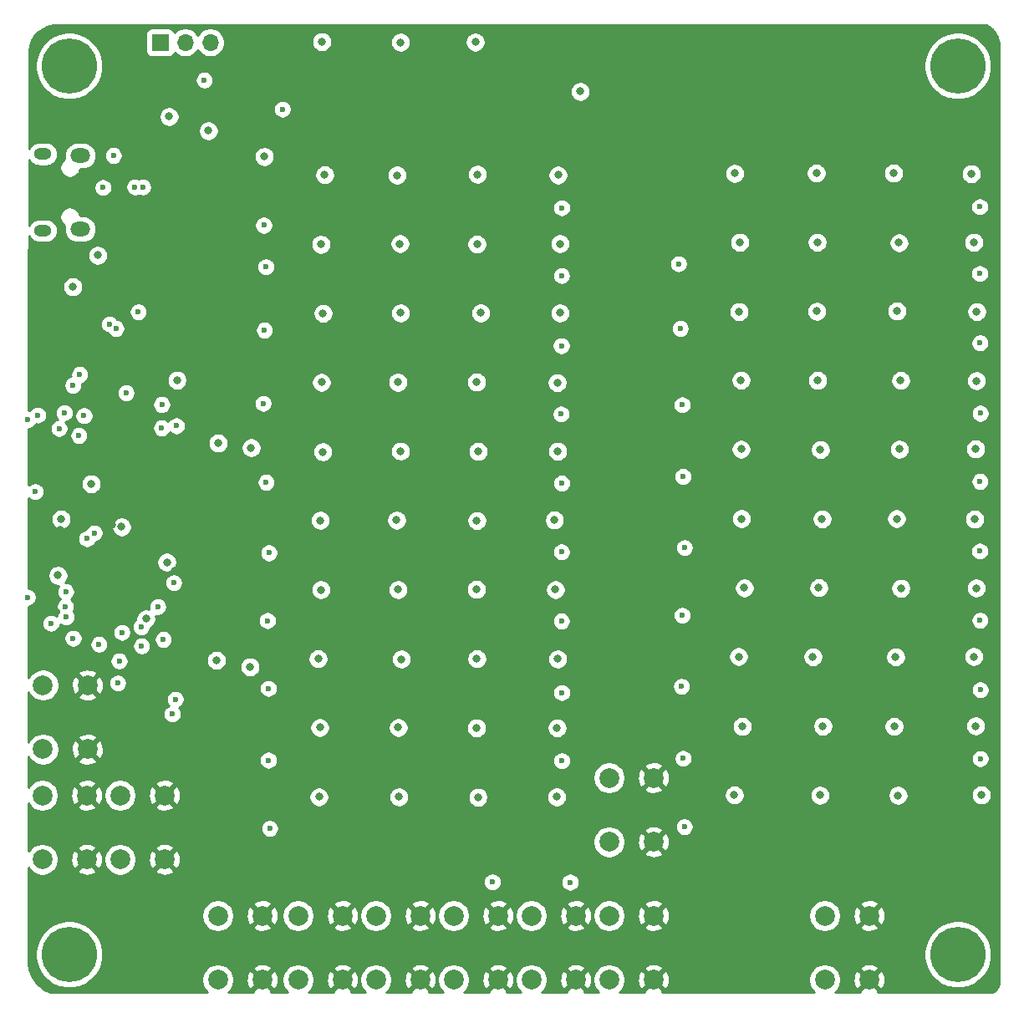
<source format=gbr>
G04 #@! TF.GenerationSoftware,KiCad,Pcbnew,5.1.5+dfsg1-2build2*
G04 #@! TF.CreationDate,2020-11-21T21:11:59+01:00*
G04 #@! TF.ProjectId,Logic_panel_v1,4c6f6769-635f-4706-916e-656c5f76312e,rev?*
G04 #@! TF.SameCoordinates,Original*
G04 #@! TF.FileFunction,Copper,L3,Inr*
G04 #@! TF.FilePolarity,Positive*
%FSLAX46Y46*%
G04 Gerber Fmt 4.6, Leading zero omitted, Abs format (unit mm)*
G04 Created by KiCad (PCBNEW 5.1.5+dfsg1-2build2) date 2020-11-21 21:11:59*
%MOMM*%
%LPD*%
G04 APERTURE LIST*
G04 #@! TA.AperFunction,ViaPad*
%ADD10C,5.600000*%
G04 #@! TD*
G04 #@! TA.AperFunction,ViaPad*
%ADD11R,1.700000X1.700000*%
G04 #@! TD*
G04 #@! TA.AperFunction,ViaPad*
%ADD12O,1.700000X1.700000*%
G04 #@! TD*
G04 #@! TA.AperFunction,ViaPad*
%ADD13C,2.000000*%
G04 #@! TD*
G04 #@! TA.AperFunction,ViaPad*
%ADD14O,2.000000X1.450000*%
G04 #@! TD*
G04 #@! TA.AperFunction,ViaPad*
%ADD15O,1.800000X1.150000*%
G04 #@! TD*
G04 #@! TA.AperFunction,ViaPad*
%ADD16C,0.800000*%
G04 #@! TD*
G04 #@! TA.AperFunction,ViaPad*
%ADD17C,0.600000*%
G04 #@! TD*
G04 #@! TA.AperFunction,Conductor*
%ADD18C,0.254000*%
G04 #@! TD*
G04 APERTURE END LIST*
D10*
G04 #@! TO.N,N/C*
G04 #@! TO.C,H1*
X55020001Y-145014862D03*
G04 #@! TD*
G04 #@! TO.N,N/C*
G04 #@! TO.C,H2*
X145020001Y-55014862D03*
G04 #@! TD*
G04 #@! TO.N,N/C*
G04 #@! TO.C,H3*
X55020001Y-55014862D03*
G04 #@! TD*
G04 #@! TO.N,N/C*
G04 #@! TO.C,H4*
X145020001Y-145014862D03*
G04 #@! TD*
D11*
G04 #@! TO.N,Board_1-+5V*
G04 #@! TO.C,SW1*
X64240001Y-52654862D03*
D12*
G04 #@! TO.N,Board_1-V_IN*
X66780001Y-52654862D03*
G04 #@! TO.N,Board_1-Net-(SW1-Pad3)*
X69320001Y-52654862D03*
G04 #@! TD*
D13*
G04 #@! TO.N,Board_1-GND*
G04 #@! TO.C,SW2*
X74582001Y-147602862D03*
G04 #@! TO.N,Board_1-BARVA_1*
X70082001Y-147602862D03*
G04 #@! TO.N,Board_1-GND*
X74582001Y-141102862D03*
G04 #@! TO.N,Board_1-BARVA_1*
X70082001Y-141102862D03*
G04 #@! TD*
G04 #@! TO.N,Board_1-GND*
G04 #@! TO.C,SW3*
X82710001Y-147602862D03*
G04 #@! TO.N,Board_1-BARVA_2*
X78210001Y-147602862D03*
G04 #@! TO.N,Board_1-GND*
X82710001Y-141102862D03*
G04 #@! TO.N,Board_1-BARVA_2*
X78210001Y-141102862D03*
G04 #@! TD*
G04 #@! TO.N,Board_1-GND*
G04 #@! TO.C,SW4*
X64676001Y-135410862D03*
G04 #@! TO.N,Board_1-BTN_SIPKA_VPRAVO*
X60176001Y-135410862D03*
G04 #@! TO.N,Board_1-GND*
X64676001Y-128910862D03*
G04 #@! TO.N,Board_1-BTN_SIPKA_VPRAVO*
X60176001Y-128910862D03*
G04 #@! TD*
G04 #@! TO.N,Board_1-GND*
G04 #@! TO.C,SW5*
X90584001Y-147602862D03*
G04 #@! TO.N,Board_1-BARVA_3*
X86084001Y-147602862D03*
G04 #@! TO.N,Board_1-GND*
X90584001Y-141102862D03*
G04 #@! TO.N,Board_1-BARVA_3*
X86084001Y-141102862D03*
G04 #@! TD*
G04 #@! TO.N,Board_1-GND*
G04 #@! TO.C,SW6*
X56802001Y-135410862D03*
G04 #@! TO.N,Board_1-BTN_SIPKA_VLEVO*
X52302001Y-135410862D03*
G04 #@! TO.N,Board_1-GND*
X56802001Y-128910862D03*
G04 #@! TO.N,Board_1-BTN_SIPKA_VLEVO*
X52302001Y-128910862D03*
G04 #@! TD*
G04 #@! TO.N,Board_1-GND*
G04 #@! TO.C,SW8*
X98458001Y-147602862D03*
G04 #@! TO.N,Board_1-BARVA_4*
X93958001Y-147602862D03*
G04 #@! TO.N,Board_1-GND*
X98458001Y-141102862D03*
G04 #@! TO.N,Board_1-BARVA_4*
X93958001Y-141102862D03*
G04 #@! TD*
G04 #@! TO.N,Board_1-GND*
G04 #@! TO.C,SW9*
X106332001Y-147602862D03*
G04 #@! TO.N,Board_1-BARVA_5*
X101832001Y-147602862D03*
G04 #@! TO.N,Board_1-GND*
X106332001Y-141102862D03*
G04 #@! TO.N,Board_1-BARVA_5*
X101832001Y-141102862D03*
G04 #@! TD*
G04 #@! TO.N,Board_1-GND*
G04 #@! TO.C,SW10*
X114206001Y-147602862D03*
G04 #@! TO.N,Board_1-BARVA_6*
X109706001Y-147602862D03*
G04 #@! TO.N,Board_1-GND*
X114206001Y-141102862D03*
G04 #@! TO.N,Board_1-BARVA_6*
X109706001Y-141102862D03*
G04 #@! TD*
G04 #@! TO.N,Board_1-GND*
G04 #@! TO.C,SW11*
X136050001Y-147602862D03*
G04 #@! TO.N,Board_1-BTN_ENTER*
X131550001Y-147602862D03*
G04 #@! TO.N,Board_1-GND*
X136050001Y-141102862D03*
G04 #@! TO.N,Board_1-BTN_ENTER*
X131550001Y-141102862D03*
G04 #@! TD*
G04 #@! TO.N,Board_1-GND*
G04 #@! TO.C,SW12*
X114206001Y-133632862D03*
G04 #@! TO.N,Board_1-BTN_NEW_GAME*
X109706001Y-133632862D03*
G04 #@! TO.N,Board_1-GND*
X114206001Y-127132862D03*
G04 #@! TO.N,Board_1-BTN_NEW_GAME*
X109706001Y-127132862D03*
G04 #@! TD*
G04 #@! TO.N,Board_1-GND*
G04 #@! TO.C,SW7*
X56878001Y-124248862D03*
G04 #@! TO.N,Board_1-BTN_END*
X52378001Y-124248862D03*
G04 #@! TO.N,Board_1-GND*
X56878001Y-117748862D03*
G04 #@! TO.N,Board_1-BTN_END*
X52378001Y-117748862D03*
G04 #@! TD*
D14*
G04 #@! TO.N,Board_1-Net-(J1-Pad6)*
G04 #@! TO.C,J1*
X56160001Y-64109862D03*
X56160001Y-71559862D03*
D15*
X52360001Y-63959862D03*
X52360001Y-71709862D03*
G04 #@! TD*
D16*
G04 #@! TO.N,Board_1-+3V3*
X55410001Y-77404862D03*
X54220001Y-100934862D03*
D17*
X105760001Y-137714862D03*
X97890001Y-137684862D03*
D16*
X57270001Y-97354862D03*
D17*
X62030001Y-79944862D03*
D16*
X65950001Y-86854862D03*
X62810001Y-111034862D03*
X53890001Y-106624862D03*
X64930001Y-105304862D03*
X60341722Y-101715195D03*
G04 #@! TO.N,Board_1-+5V*
X69130001Y-61584862D03*
X57910001Y-74204862D03*
X65150001Y-60154862D03*
X70120001Y-93234862D03*
X69940001Y-115234862D03*
D17*
G04 #@! TO.N,Board_1-/herni_LED.sch/10.sch/DATA_IN*
X104920001Y-125414862D03*
X75340001Y-132264862D03*
G04 #@! TO.N,Board_1-/herni_LED.sch/2.sch/DATA_IN*
X104910001Y-69404862D03*
X74950001Y-75374862D03*
G04 #@! TO.N,Board_1-/herni_LED.sch/3.sch/DATA_IN*
X104900001Y-76274862D03*
X74810001Y-81794862D03*
G04 #@! TO.N,Board_1-/herni_LED.sch/4.ch/DATA_IN*
X104880001Y-83364862D03*
X74680001Y-89214862D03*
G04 #@! TO.N,Board_1-/herni_LED.sch/5.sch/DATA_IN*
X104850001Y-90284862D03*
X74980001Y-97204862D03*
G04 #@! TO.N,Board_1-/herni_LED.sch/6.sch/DATA_IN*
X104910001Y-97294862D03*
X75260001Y-104354862D03*
G04 #@! TO.N,Board_1-/herni_LED.sch/7.sch/DATA_IN*
X104890001Y-104264862D03*
X75110001Y-111214862D03*
G04 #@! TO.N,Board_1-/herni_LED.sch/8.sch/DATA_IN*
X104890001Y-111264862D03*
X75210001Y-118084862D03*
G04 #@! TO.N,Board_1-/herni_LED.sch/9.sch/DATA_IN*
X104920001Y-118504862D03*
X75210001Y-125354862D03*
G04 #@! TO.N,Board_1-/hodnoceni_LED.sch/10.sch/DATA_IN*
X147300001Y-125194862D03*
X117340001Y-132094862D03*
G04 #@! TO.N,Board_1-/hodnoceni_LED.sch/2.sch/DATA_IN*
X147260001Y-69284862D03*
X116750001Y-75064862D03*
G04 #@! TO.N,Board_1-/hodnoceni_LED.sch/3.sch/DATA_IN*
X147250001Y-76064862D03*
X116930001Y-81624862D03*
G04 #@! TO.N,Board_1-/hodnoceni_LED.sch/4.ch/DATA_IN*
X147290001Y-83084862D03*
X117120001Y-89364862D03*
G04 #@! TO.N,Board_1-/hodnoceni_LED.sch/5.sch/DATA_IN*
X147300001Y-90214862D03*
X117190001Y-96614862D03*
G04 #@! TO.N,Board_1-/hodnoceni_LED.sch/6.sch/DATA_IN*
X147290001Y-97114862D03*
X117350001Y-103814862D03*
G04 #@! TO.N,Board_1-/hodnoceni_LED.sch/7.sch/DATA_IN*
X147260001Y-104174862D03*
X117120001Y-110684862D03*
G04 #@! TO.N,Board_1-/hodnoceni_LED.sch/8.sch/DATA_IN*
X147290001Y-111184862D03*
X117050001Y-117874862D03*
G04 #@! TO.N,Board_1-/hodnoceni_LED.sch/9.sch/DATA_IN*
X147300001Y-118224862D03*
X117210001Y-125164862D03*
G04 #@! TO.N,Board_1-BARVA_1*
X59940001Y-117534862D03*
X55430001Y-112994862D03*
G04 #@! TO.N,Board_1-BARVA_4*
X56830001Y-102914862D03*
X60370001Y-112414862D03*
G04 #@! TO.N,Board_1-BARVA_5*
X57560001Y-102334862D03*
X62370001Y-113784862D03*
G04 #@! TO.N,Board_1-BARVA_6*
X64560001Y-113124862D03*
X64010001Y-109794862D03*
G04 #@! TO.N,Board_1-BTN_END*
X53180001Y-111494862D03*
G04 #@! TO.N,Board_1-BTN_ENTER*
X60090001Y-115304862D03*
X65469999Y-120684862D03*
G04 #@! TO.N,Board_1-BTN_NEW_GAME*
X65777506Y-119177357D03*
X58050001Y-113614860D03*
G04 #@! TO.N,Board_1-DATA_herni_LED*
X62310001Y-111859862D03*
X74738001Y-71162862D03*
G04 #@! TO.N,Board_1-DATA_zadani_LED*
X76620001Y-59404862D03*
X65620001Y-107374862D03*
G04 #@! TO.N,Board_1-GND*
X56990001Y-109224862D03*
X57940001Y-109234862D03*
X58860001Y-109174862D03*
X57510001Y-108424862D03*
X58460001Y-108394862D03*
X59400001Y-108364862D03*
X59870001Y-109084862D03*
X60960001Y-109104862D03*
X60430001Y-108434862D03*
X60900001Y-107484862D03*
X59970001Y-107484862D03*
X58990001Y-107434862D03*
X58010001Y-107464862D03*
X57030001Y-107464862D03*
X57620001Y-106644862D03*
X58490001Y-106604862D03*
X59390001Y-106604862D03*
X60290001Y-106554862D03*
X60690001Y-105744862D03*
X59890001Y-105734862D03*
X58960001Y-105724862D03*
X58090001Y-105734862D03*
X57150001Y-105694862D03*
D16*
X76480001Y-69234862D03*
X86240001Y-67924862D03*
X93420001Y-67934862D03*
X101730001Y-67934862D03*
X73700001Y-72994862D03*
X78230001Y-74974862D03*
X85610001Y-74934862D03*
X93670001Y-74944862D03*
X101590001Y-74914862D03*
X78200001Y-81944862D03*
X85520001Y-81914862D03*
X93640001Y-81924862D03*
X101570001Y-82004862D03*
X101510001Y-88934862D03*
X93720001Y-89004862D03*
X85700001Y-89014862D03*
X78270001Y-88954862D03*
X78120001Y-95964862D03*
X85650001Y-95984862D03*
X93600001Y-95984862D03*
X101830001Y-95964862D03*
X101660001Y-102964862D03*
X93830001Y-102934862D03*
X85820001Y-102964862D03*
X78320001Y-102984862D03*
X78320001Y-109964862D03*
X86000001Y-109984862D03*
X93800001Y-109964862D03*
X101720001Y-109964862D03*
X78240001Y-116984862D03*
X85610001Y-116964862D03*
X93780001Y-116974862D03*
X101960001Y-116944862D03*
X101840001Y-123964862D03*
X93840001Y-123984862D03*
X85800001Y-123954862D03*
X78340001Y-123974862D03*
X78170001Y-130914862D03*
X85850001Y-130934862D03*
X93900001Y-130914862D03*
X101770001Y-130884862D03*
X78550001Y-54504862D03*
X86300001Y-54434862D03*
X94050001Y-54454862D03*
X101890001Y-54414862D03*
X67710001Y-65284862D03*
X63100001Y-60154862D03*
X120230001Y-67844862D03*
X128160001Y-67764862D03*
X136160001Y-67784862D03*
X144390001Y-67784862D03*
X144270001Y-74834862D03*
X136460001Y-74814862D03*
X128200001Y-74824862D03*
X120260001Y-74774862D03*
X120140001Y-81794862D03*
X128430001Y-81814862D03*
X136310001Y-81814862D03*
X144250001Y-81824862D03*
X144240001Y-88774862D03*
X136450001Y-88824862D03*
X128220001Y-88814862D03*
X120460001Y-88854862D03*
X120370001Y-95774862D03*
X128570001Y-95764862D03*
X136460001Y-95814862D03*
X144250001Y-95754862D03*
X144350001Y-102774862D03*
X136650001Y-102814862D03*
X120640001Y-102804862D03*
X128480001Y-102824862D03*
X120430001Y-109774862D03*
X128480001Y-109794862D03*
X136630001Y-109794862D03*
X144210001Y-109824862D03*
X144130001Y-116824862D03*
X136410001Y-116814862D03*
X128500001Y-116794862D03*
X120440001Y-116824862D03*
X120440001Y-123754862D03*
X128420001Y-123784862D03*
X136560001Y-123774862D03*
X144460001Y-123804862D03*
X144100001Y-130774862D03*
X136400001Y-130834862D03*
X128390001Y-130794862D03*
X120330001Y-130814862D03*
D17*
X67480001Y-89244862D03*
X62030001Y-82994862D03*
D16*
X68420001Y-57964862D03*
X64730001Y-86214862D03*
X58400001Y-69194862D03*
X64120001Y-67214862D03*
X65970001Y-111064862D03*
X63800001Y-103754862D03*
X54086001Y-102010862D03*
X68948849Y-110338372D03*
D17*
X53860001Y-110359862D03*
D16*
X65710001Y-106164862D03*
X59360001Y-101524862D03*
D17*
G04 #@! TO.N,Board_1-IO0*
X60790001Y-88144862D03*
X64400001Y-91694862D03*
X51580001Y-98144862D03*
X64410001Y-89324862D03*
X50794947Y-108854862D03*
X54666001Y-109780862D03*
G04 #@! TO.N,Board_1-Net-(D7-Pad2)*
X59093854Y-81181862D03*
X61690066Y-67284474D03*
G04 #@! TO.N,Board_1-Net-(D8-Pad2)*
X59760001Y-81624862D03*
X58460001Y-67344862D03*
X59505001Y-64089862D03*
X62490001Y-67294862D03*
G04 #@! TO.N,Board_1-Net-(R8-Pad2)*
X51840001Y-90394862D03*
X54010001Y-91754862D03*
G04 #@! TO.N,Board_1-Net-(R9-Pad2)*
X50830001Y-90854862D03*
X56010001Y-92464862D03*
G04 #@! TO.N,Board_1-RX_ESP*
X56100001Y-86284862D03*
X56530001Y-90464862D03*
G04 #@! TO.N,Board_1-TX_ESP*
X55410001Y-87374862D03*
X54540001Y-90154862D03*
D16*
G04 #@! TO.N,Board_1-V_LED_1*
X80620001Y-52564862D03*
X88590001Y-52624862D03*
X96160001Y-52604862D03*
X106790001Y-57604862D03*
X80910001Y-66054862D03*
X88240001Y-66094862D03*
X96380001Y-66014862D03*
X104550001Y-66074862D03*
X80520001Y-73094862D03*
X88530001Y-73034862D03*
X96330001Y-73074862D03*
X104730001Y-73034862D03*
X80740001Y-80084862D03*
X88600001Y-80044862D03*
X96710001Y-80044862D03*
X104730001Y-80044862D03*
X80590001Y-87074862D03*
X88320001Y-87064862D03*
X96290001Y-87044862D03*
X104470001Y-87114862D03*
X122440001Y-65914862D03*
X130710001Y-65874862D03*
X138530001Y-65894862D03*
X146390001Y-65944862D03*
X139070001Y-72934862D03*
X146640001Y-72884862D03*
X130800001Y-72884862D03*
X122940001Y-72884862D03*
X122880001Y-79914862D03*
X130750001Y-79874862D03*
X138870001Y-79854862D03*
X146950001Y-79914862D03*
X123070001Y-86864862D03*
X130840001Y-86884862D03*
X139250001Y-86884862D03*
X146930001Y-86914862D03*
X74790001Y-64204862D03*
G04 #@! TO.N,Board_1-V_LED_2*
X80720001Y-94124862D03*
X88600001Y-94044862D03*
X96450001Y-94074862D03*
X80530001Y-108084862D03*
X104510001Y-94054862D03*
X104180001Y-101024862D03*
X96320001Y-101084862D03*
X104270001Y-108074862D03*
X96280001Y-108054862D03*
X88340001Y-108074862D03*
X88190001Y-101034862D03*
X80460001Y-101054862D03*
X123090001Y-93854862D03*
X131110001Y-93894862D03*
X139110001Y-93854862D03*
X146840001Y-93834862D03*
X146730001Y-100934862D03*
X138830001Y-100884862D03*
X131290001Y-100904862D03*
X123120001Y-100894862D03*
X123410001Y-107894862D03*
X130950001Y-107884862D03*
X139270001Y-107944862D03*
X146900001Y-107924862D03*
X73460001Y-93704862D03*
G04 #@! TO.N,Board_1-V_LED_3*
X80250001Y-115074862D03*
X88670001Y-115114862D03*
X96310001Y-115074862D03*
X104510001Y-115104862D03*
X80420001Y-122044862D03*
X88350001Y-122044862D03*
X96290001Y-122084862D03*
X104450001Y-122084862D03*
X80330001Y-129074862D03*
X88430001Y-129074862D03*
X96430001Y-129104862D03*
X104410001Y-129064862D03*
X122840001Y-114864862D03*
X130360001Y-114874862D03*
X138730001Y-114894862D03*
X146650001Y-114854862D03*
X146840001Y-121894862D03*
X138590001Y-121924862D03*
X123200001Y-121924862D03*
X131360001Y-121914862D03*
X122400001Y-128884862D03*
X131070001Y-128894862D03*
X138980001Y-128914862D03*
X147410001Y-128874862D03*
X73360001Y-115894862D03*
D17*
G04 #@! TO.N,Board_1-ZAPINANI_1_CAST_LED*
X68720001Y-56464862D03*
X54684001Y-108280862D03*
G04 #@! TO.N,Board_1-ZAPINANI_2_CAST_LED*
X65880001Y-91484862D03*
X54720001Y-110844862D03*
G04 #@! TD*
D18*
G04 #@! TO.N,Board_1-GND*
G36*
X148191435Y-51028860D02*
G01*
X148531988Y-51307663D01*
X148811900Y-51647299D01*
X149020513Y-52034839D01*
X149155804Y-52474780D01*
X149184983Y-52670395D01*
X149159149Y-148035062D01*
X149079256Y-148263338D01*
X148924327Y-148526466D01*
X148721242Y-148754489D01*
X148544959Y-148887862D01*
X136951630Y-148887862D01*
X137005809Y-148738275D01*
X136050001Y-147782467D01*
X135094193Y-148738275D01*
X135148372Y-148887862D01*
X132569784Y-148887862D01*
X132592253Y-148872849D01*
X132819988Y-148645114D01*
X132998919Y-148377325D01*
X133122169Y-148079774D01*
X133185001Y-147763895D01*
X133185001Y-147665457D01*
X134408283Y-147665457D01*
X134452040Y-147984537D01*
X134557206Y-148288950D01*
X134650187Y-148462906D01*
X134914588Y-148558670D01*
X135870396Y-147602862D01*
X136229606Y-147602862D01*
X137185414Y-148558670D01*
X137449815Y-148462906D01*
X137590705Y-148173291D01*
X137672385Y-147861754D01*
X137691719Y-147540267D01*
X137647962Y-147221187D01*
X137542796Y-146916774D01*
X137449815Y-146742818D01*
X137185414Y-146647054D01*
X136229606Y-147602862D01*
X135870396Y-147602862D01*
X134914588Y-146647054D01*
X134650187Y-146742818D01*
X134509297Y-147032433D01*
X134427617Y-147343970D01*
X134408283Y-147665457D01*
X133185001Y-147665457D01*
X133185001Y-147441829D01*
X133122169Y-147125950D01*
X132998919Y-146828399D01*
X132819988Y-146560610D01*
X132726827Y-146467449D01*
X135094193Y-146467449D01*
X136050001Y-147423257D01*
X137005809Y-146467449D01*
X136910045Y-146203048D01*
X136620430Y-146062158D01*
X136308893Y-145980478D01*
X135987406Y-145961144D01*
X135668326Y-146004901D01*
X135363913Y-146110067D01*
X135189957Y-146203048D01*
X135094193Y-146467449D01*
X132726827Y-146467449D01*
X132592253Y-146332875D01*
X132324464Y-146153944D01*
X132026913Y-146030694D01*
X131711034Y-145967862D01*
X131388968Y-145967862D01*
X131073089Y-146030694D01*
X130775538Y-146153944D01*
X130507749Y-146332875D01*
X130280014Y-146560610D01*
X130101083Y-146828399D01*
X129977833Y-147125950D01*
X129915001Y-147441829D01*
X129915001Y-147763895D01*
X129977833Y-148079774D01*
X130101083Y-148377325D01*
X130280014Y-148645114D01*
X130507749Y-148872849D01*
X130530218Y-148887862D01*
X115107630Y-148887862D01*
X115161809Y-148738275D01*
X114206001Y-147782467D01*
X113250193Y-148738275D01*
X113304372Y-148887862D01*
X110725784Y-148887862D01*
X110748253Y-148872849D01*
X110975988Y-148645114D01*
X111154919Y-148377325D01*
X111278169Y-148079774D01*
X111341001Y-147763895D01*
X111341001Y-147665457D01*
X112564283Y-147665457D01*
X112608040Y-147984537D01*
X112713206Y-148288950D01*
X112806187Y-148462906D01*
X113070588Y-148558670D01*
X114026396Y-147602862D01*
X114385606Y-147602862D01*
X115341414Y-148558670D01*
X115605815Y-148462906D01*
X115746705Y-148173291D01*
X115828385Y-147861754D01*
X115847719Y-147540267D01*
X115803962Y-147221187D01*
X115698796Y-146916774D01*
X115605815Y-146742818D01*
X115341414Y-146647054D01*
X114385606Y-147602862D01*
X114026396Y-147602862D01*
X113070588Y-146647054D01*
X112806187Y-146742818D01*
X112665297Y-147032433D01*
X112583617Y-147343970D01*
X112564283Y-147665457D01*
X111341001Y-147665457D01*
X111341001Y-147441829D01*
X111278169Y-147125950D01*
X111154919Y-146828399D01*
X110975988Y-146560610D01*
X110882827Y-146467449D01*
X113250193Y-146467449D01*
X114206001Y-147423257D01*
X115161809Y-146467449D01*
X115066045Y-146203048D01*
X114776430Y-146062158D01*
X114464893Y-145980478D01*
X114143406Y-145961144D01*
X113824326Y-146004901D01*
X113519913Y-146110067D01*
X113345957Y-146203048D01*
X113250193Y-146467449D01*
X110882827Y-146467449D01*
X110748253Y-146332875D01*
X110480464Y-146153944D01*
X110182913Y-146030694D01*
X109867034Y-145967862D01*
X109544968Y-145967862D01*
X109229089Y-146030694D01*
X108931538Y-146153944D01*
X108663749Y-146332875D01*
X108436014Y-146560610D01*
X108257083Y-146828399D01*
X108133833Y-147125950D01*
X108071001Y-147441829D01*
X108071001Y-147763895D01*
X108133833Y-148079774D01*
X108257083Y-148377325D01*
X108436014Y-148645114D01*
X108663749Y-148872849D01*
X108686218Y-148887862D01*
X107233630Y-148887862D01*
X107287809Y-148738275D01*
X106332001Y-147782467D01*
X105376193Y-148738275D01*
X105430372Y-148887862D01*
X102851784Y-148887862D01*
X102874253Y-148872849D01*
X103101988Y-148645114D01*
X103280919Y-148377325D01*
X103404169Y-148079774D01*
X103467001Y-147763895D01*
X103467001Y-147665457D01*
X104690283Y-147665457D01*
X104734040Y-147984537D01*
X104839206Y-148288950D01*
X104932187Y-148462906D01*
X105196588Y-148558670D01*
X106152396Y-147602862D01*
X106511606Y-147602862D01*
X107467414Y-148558670D01*
X107731815Y-148462906D01*
X107872705Y-148173291D01*
X107954385Y-147861754D01*
X107973719Y-147540267D01*
X107929962Y-147221187D01*
X107824796Y-146916774D01*
X107731815Y-146742818D01*
X107467414Y-146647054D01*
X106511606Y-147602862D01*
X106152396Y-147602862D01*
X105196588Y-146647054D01*
X104932187Y-146742818D01*
X104791297Y-147032433D01*
X104709617Y-147343970D01*
X104690283Y-147665457D01*
X103467001Y-147665457D01*
X103467001Y-147441829D01*
X103404169Y-147125950D01*
X103280919Y-146828399D01*
X103101988Y-146560610D01*
X103008827Y-146467449D01*
X105376193Y-146467449D01*
X106332001Y-147423257D01*
X107287809Y-146467449D01*
X107192045Y-146203048D01*
X106902430Y-146062158D01*
X106590893Y-145980478D01*
X106269406Y-145961144D01*
X105950326Y-146004901D01*
X105645913Y-146110067D01*
X105471957Y-146203048D01*
X105376193Y-146467449D01*
X103008827Y-146467449D01*
X102874253Y-146332875D01*
X102606464Y-146153944D01*
X102308913Y-146030694D01*
X101993034Y-145967862D01*
X101670968Y-145967862D01*
X101355089Y-146030694D01*
X101057538Y-146153944D01*
X100789749Y-146332875D01*
X100562014Y-146560610D01*
X100383083Y-146828399D01*
X100259833Y-147125950D01*
X100197001Y-147441829D01*
X100197001Y-147763895D01*
X100259833Y-148079774D01*
X100383083Y-148377325D01*
X100562014Y-148645114D01*
X100789749Y-148872849D01*
X100812218Y-148887862D01*
X99359630Y-148887862D01*
X99413809Y-148738275D01*
X98458001Y-147782467D01*
X97502193Y-148738275D01*
X97556372Y-148887862D01*
X94977784Y-148887862D01*
X95000253Y-148872849D01*
X95227988Y-148645114D01*
X95406919Y-148377325D01*
X95530169Y-148079774D01*
X95593001Y-147763895D01*
X95593001Y-147665457D01*
X96816283Y-147665457D01*
X96860040Y-147984537D01*
X96965206Y-148288950D01*
X97058187Y-148462906D01*
X97322588Y-148558670D01*
X98278396Y-147602862D01*
X98637606Y-147602862D01*
X99593414Y-148558670D01*
X99857815Y-148462906D01*
X99998705Y-148173291D01*
X100080385Y-147861754D01*
X100099719Y-147540267D01*
X100055962Y-147221187D01*
X99950796Y-146916774D01*
X99857815Y-146742818D01*
X99593414Y-146647054D01*
X98637606Y-147602862D01*
X98278396Y-147602862D01*
X97322588Y-146647054D01*
X97058187Y-146742818D01*
X96917297Y-147032433D01*
X96835617Y-147343970D01*
X96816283Y-147665457D01*
X95593001Y-147665457D01*
X95593001Y-147441829D01*
X95530169Y-147125950D01*
X95406919Y-146828399D01*
X95227988Y-146560610D01*
X95134827Y-146467449D01*
X97502193Y-146467449D01*
X98458001Y-147423257D01*
X99413809Y-146467449D01*
X99318045Y-146203048D01*
X99028430Y-146062158D01*
X98716893Y-145980478D01*
X98395406Y-145961144D01*
X98076326Y-146004901D01*
X97771913Y-146110067D01*
X97597957Y-146203048D01*
X97502193Y-146467449D01*
X95134827Y-146467449D01*
X95000253Y-146332875D01*
X94732464Y-146153944D01*
X94434913Y-146030694D01*
X94119034Y-145967862D01*
X93796968Y-145967862D01*
X93481089Y-146030694D01*
X93183538Y-146153944D01*
X92915749Y-146332875D01*
X92688014Y-146560610D01*
X92509083Y-146828399D01*
X92385833Y-147125950D01*
X92323001Y-147441829D01*
X92323001Y-147763895D01*
X92385833Y-148079774D01*
X92509083Y-148377325D01*
X92688014Y-148645114D01*
X92915749Y-148872849D01*
X92938218Y-148887862D01*
X91485630Y-148887862D01*
X91539809Y-148738275D01*
X90584001Y-147782467D01*
X89628193Y-148738275D01*
X89682372Y-148887862D01*
X87103784Y-148887862D01*
X87126253Y-148872849D01*
X87353988Y-148645114D01*
X87532919Y-148377325D01*
X87656169Y-148079774D01*
X87719001Y-147763895D01*
X87719001Y-147665457D01*
X88942283Y-147665457D01*
X88986040Y-147984537D01*
X89091206Y-148288950D01*
X89184187Y-148462906D01*
X89448588Y-148558670D01*
X90404396Y-147602862D01*
X90763606Y-147602862D01*
X91719414Y-148558670D01*
X91983815Y-148462906D01*
X92124705Y-148173291D01*
X92206385Y-147861754D01*
X92225719Y-147540267D01*
X92181962Y-147221187D01*
X92076796Y-146916774D01*
X91983815Y-146742818D01*
X91719414Y-146647054D01*
X90763606Y-147602862D01*
X90404396Y-147602862D01*
X89448588Y-146647054D01*
X89184187Y-146742818D01*
X89043297Y-147032433D01*
X88961617Y-147343970D01*
X88942283Y-147665457D01*
X87719001Y-147665457D01*
X87719001Y-147441829D01*
X87656169Y-147125950D01*
X87532919Y-146828399D01*
X87353988Y-146560610D01*
X87260827Y-146467449D01*
X89628193Y-146467449D01*
X90584001Y-147423257D01*
X91539809Y-146467449D01*
X91444045Y-146203048D01*
X91154430Y-146062158D01*
X90842893Y-145980478D01*
X90521406Y-145961144D01*
X90202326Y-146004901D01*
X89897913Y-146110067D01*
X89723957Y-146203048D01*
X89628193Y-146467449D01*
X87260827Y-146467449D01*
X87126253Y-146332875D01*
X86858464Y-146153944D01*
X86560913Y-146030694D01*
X86245034Y-145967862D01*
X85922968Y-145967862D01*
X85607089Y-146030694D01*
X85309538Y-146153944D01*
X85041749Y-146332875D01*
X84814014Y-146560610D01*
X84635083Y-146828399D01*
X84511833Y-147125950D01*
X84449001Y-147441829D01*
X84449001Y-147763895D01*
X84511833Y-148079774D01*
X84635083Y-148377325D01*
X84814014Y-148645114D01*
X85041749Y-148872849D01*
X85064218Y-148887862D01*
X83611630Y-148887862D01*
X83665809Y-148738275D01*
X82710001Y-147782467D01*
X81754193Y-148738275D01*
X81808372Y-148887862D01*
X79229784Y-148887862D01*
X79252253Y-148872849D01*
X79479988Y-148645114D01*
X79658919Y-148377325D01*
X79782169Y-148079774D01*
X79845001Y-147763895D01*
X79845001Y-147665457D01*
X81068283Y-147665457D01*
X81112040Y-147984537D01*
X81217206Y-148288950D01*
X81310187Y-148462906D01*
X81574588Y-148558670D01*
X82530396Y-147602862D01*
X82889606Y-147602862D01*
X83845414Y-148558670D01*
X84109815Y-148462906D01*
X84250705Y-148173291D01*
X84332385Y-147861754D01*
X84351719Y-147540267D01*
X84307962Y-147221187D01*
X84202796Y-146916774D01*
X84109815Y-146742818D01*
X83845414Y-146647054D01*
X82889606Y-147602862D01*
X82530396Y-147602862D01*
X81574588Y-146647054D01*
X81310187Y-146742818D01*
X81169297Y-147032433D01*
X81087617Y-147343970D01*
X81068283Y-147665457D01*
X79845001Y-147665457D01*
X79845001Y-147441829D01*
X79782169Y-147125950D01*
X79658919Y-146828399D01*
X79479988Y-146560610D01*
X79386827Y-146467449D01*
X81754193Y-146467449D01*
X82710001Y-147423257D01*
X83665809Y-146467449D01*
X83570045Y-146203048D01*
X83280430Y-146062158D01*
X82968893Y-145980478D01*
X82647406Y-145961144D01*
X82328326Y-146004901D01*
X82023913Y-146110067D01*
X81849957Y-146203048D01*
X81754193Y-146467449D01*
X79386827Y-146467449D01*
X79252253Y-146332875D01*
X78984464Y-146153944D01*
X78686913Y-146030694D01*
X78371034Y-145967862D01*
X78048968Y-145967862D01*
X77733089Y-146030694D01*
X77435538Y-146153944D01*
X77167749Y-146332875D01*
X76940014Y-146560610D01*
X76761083Y-146828399D01*
X76637833Y-147125950D01*
X76575001Y-147441829D01*
X76575001Y-147763895D01*
X76637833Y-148079774D01*
X76761083Y-148377325D01*
X76940014Y-148645114D01*
X77167749Y-148872849D01*
X77190218Y-148887862D01*
X75483630Y-148887862D01*
X75537809Y-148738275D01*
X74582001Y-147782467D01*
X73626193Y-148738275D01*
X73680372Y-148887862D01*
X71101784Y-148887862D01*
X71124253Y-148872849D01*
X71351988Y-148645114D01*
X71530919Y-148377325D01*
X71654169Y-148079774D01*
X71717001Y-147763895D01*
X71717001Y-147665457D01*
X72940283Y-147665457D01*
X72984040Y-147984537D01*
X73089206Y-148288950D01*
X73182187Y-148462906D01*
X73446588Y-148558670D01*
X74402396Y-147602862D01*
X74761606Y-147602862D01*
X75717414Y-148558670D01*
X75981815Y-148462906D01*
X76122705Y-148173291D01*
X76204385Y-147861754D01*
X76223719Y-147540267D01*
X76179962Y-147221187D01*
X76074796Y-146916774D01*
X75981815Y-146742818D01*
X75717414Y-146647054D01*
X74761606Y-147602862D01*
X74402396Y-147602862D01*
X73446588Y-146647054D01*
X73182187Y-146742818D01*
X73041297Y-147032433D01*
X72959617Y-147343970D01*
X72940283Y-147665457D01*
X71717001Y-147665457D01*
X71717001Y-147441829D01*
X71654169Y-147125950D01*
X71530919Y-146828399D01*
X71351988Y-146560610D01*
X71258827Y-146467449D01*
X73626193Y-146467449D01*
X74582001Y-147423257D01*
X75537809Y-146467449D01*
X75442045Y-146203048D01*
X75152430Y-146062158D01*
X74840893Y-145980478D01*
X74519406Y-145961144D01*
X74200326Y-146004901D01*
X73895913Y-146110067D01*
X73721957Y-146203048D01*
X73626193Y-146467449D01*
X71258827Y-146467449D01*
X71124253Y-146332875D01*
X70856464Y-146153944D01*
X70558913Y-146030694D01*
X70243034Y-145967862D01*
X69920968Y-145967862D01*
X69605089Y-146030694D01*
X69307538Y-146153944D01*
X69039749Y-146332875D01*
X68812014Y-146560610D01*
X68633083Y-146828399D01*
X68509833Y-147125950D01*
X68447001Y-147441829D01*
X68447001Y-147763895D01*
X68509833Y-148079774D01*
X68633083Y-148377325D01*
X68812014Y-148645114D01*
X69039749Y-148872849D01*
X69062218Y-148887862D01*
X53209754Y-148887862D01*
X53120546Y-148865877D01*
X52525946Y-148588050D01*
X51996634Y-148200021D01*
X51552772Y-147716574D01*
X51211262Y-147156113D01*
X50983829Y-146536488D01*
X50885061Y-145942181D01*
X50886106Y-144676544D01*
X51585001Y-144676544D01*
X51585001Y-145353180D01*
X51717007Y-146016814D01*
X51975944Y-146641944D01*
X52351863Y-147204547D01*
X52830316Y-147683000D01*
X53392919Y-148058919D01*
X54018049Y-148317856D01*
X54681683Y-148449862D01*
X55358319Y-148449862D01*
X56021953Y-148317856D01*
X56647083Y-148058919D01*
X57209686Y-147683000D01*
X57688139Y-147204547D01*
X58064058Y-146641944D01*
X58322995Y-146016814D01*
X58455001Y-145353180D01*
X58455001Y-144676544D01*
X141585001Y-144676544D01*
X141585001Y-145353180D01*
X141717007Y-146016814D01*
X141975944Y-146641944D01*
X142351863Y-147204547D01*
X142830316Y-147683000D01*
X143392919Y-148058919D01*
X144018049Y-148317856D01*
X144681683Y-148449862D01*
X145358319Y-148449862D01*
X146021953Y-148317856D01*
X146647083Y-148058919D01*
X147209686Y-147683000D01*
X147688139Y-147204547D01*
X148064058Y-146641944D01*
X148322995Y-146016814D01*
X148455001Y-145353180D01*
X148455001Y-144676544D01*
X148322995Y-144012910D01*
X148064058Y-143387780D01*
X147688139Y-142825177D01*
X147209686Y-142346724D01*
X146647083Y-141970805D01*
X146021953Y-141711868D01*
X145358319Y-141579862D01*
X144681683Y-141579862D01*
X144018049Y-141711868D01*
X143392919Y-141970805D01*
X142830316Y-142346724D01*
X142351863Y-142825177D01*
X141975944Y-143387780D01*
X141717007Y-144012910D01*
X141585001Y-144676544D01*
X58455001Y-144676544D01*
X58322995Y-144012910D01*
X58064058Y-143387780D01*
X57688139Y-142825177D01*
X57209686Y-142346724D01*
X56647083Y-141970805D01*
X56021953Y-141711868D01*
X55358319Y-141579862D01*
X54681683Y-141579862D01*
X54018049Y-141711868D01*
X53392919Y-141970805D01*
X52830316Y-142346724D01*
X52351863Y-142825177D01*
X51975944Y-143387780D01*
X51717007Y-144012910D01*
X51585001Y-144676544D01*
X50886106Y-144676544D01*
X50889190Y-140941829D01*
X68447001Y-140941829D01*
X68447001Y-141263895D01*
X68509833Y-141579774D01*
X68633083Y-141877325D01*
X68812014Y-142145114D01*
X69039749Y-142372849D01*
X69307538Y-142551780D01*
X69605089Y-142675030D01*
X69920968Y-142737862D01*
X70243034Y-142737862D01*
X70558913Y-142675030D01*
X70856464Y-142551780D01*
X71124253Y-142372849D01*
X71258827Y-142238275D01*
X73626193Y-142238275D01*
X73721957Y-142502676D01*
X74011572Y-142643566D01*
X74323109Y-142725246D01*
X74644596Y-142744580D01*
X74963676Y-142700823D01*
X75268089Y-142595657D01*
X75442045Y-142502676D01*
X75537809Y-142238275D01*
X74582001Y-141282467D01*
X73626193Y-142238275D01*
X71258827Y-142238275D01*
X71351988Y-142145114D01*
X71530919Y-141877325D01*
X71654169Y-141579774D01*
X71717001Y-141263895D01*
X71717001Y-141165457D01*
X72940283Y-141165457D01*
X72984040Y-141484537D01*
X73089206Y-141788950D01*
X73182187Y-141962906D01*
X73446588Y-142058670D01*
X74402396Y-141102862D01*
X74761606Y-141102862D01*
X75717414Y-142058670D01*
X75981815Y-141962906D01*
X76122705Y-141673291D01*
X76204385Y-141361754D01*
X76223719Y-141040267D01*
X76210220Y-140941829D01*
X76575001Y-140941829D01*
X76575001Y-141263895D01*
X76637833Y-141579774D01*
X76761083Y-141877325D01*
X76940014Y-142145114D01*
X77167749Y-142372849D01*
X77435538Y-142551780D01*
X77733089Y-142675030D01*
X78048968Y-142737862D01*
X78371034Y-142737862D01*
X78686913Y-142675030D01*
X78984464Y-142551780D01*
X79252253Y-142372849D01*
X79386827Y-142238275D01*
X81754193Y-142238275D01*
X81849957Y-142502676D01*
X82139572Y-142643566D01*
X82451109Y-142725246D01*
X82772596Y-142744580D01*
X83091676Y-142700823D01*
X83396089Y-142595657D01*
X83570045Y-142502676D01*
X83665809Y-142238275D01*
X82710001Y-141282467D01*
X81754193Y-142238275D01*
X79386827Y-142238275D01*
X79479988Y-142145114D01*
X79658919Y-141877325D01*
X79782169Y-141579774D01*
X79845001Y-141263895D01*
X79845001Y-141165457D01*
X81068283Y-141165457D01*
X81112040Y-141484537D01*
X81217206Y-141788950D01*
X81310187Y-141962906D01*
X81574588Y-142058670D01*
X82530396Y-141102862D01*
X82889606Y-141102862D01*
X83845414Y-142058670D01*
X84109815Y-141962906D01*
X84250705Y-141673291D01*
X84332385Y-141361754D01*
X84351719Y-141040267D01*
X84338220Y-140941829D01*
X84449001Y-140941829D01*
X84449001Y-141263895D01*
X84511833Y-141579774D01*
X84635083Y-141877325D01*
X84814014Y-142145114D01*
X85041749Y-142372849D01*
X85309538Y-142551780D01*
X85607089Y-142675030D01*
X85922968Y-142737862D01*
X86245034Y-142737862D01*
X86560913Y-142675030D01*
X86858464Y-142551780D01*
X87126253Y-142372849D01*
X87260827Y-142238275D01*
X89628193Y-142238275D01*
X89723957Y-142502676D01*
X90013572Y-142643566D01*
X90325109Y-142725246D01*
X90646596Y-142744580D01*
X90965676Y-142700823D01*
X91270089Y-142595657D01*
X91444045Y-142502676D01*
X91539809Y-142238275D01*
X90584001Y-141282467D01*
X89628193Y-142238275D01*
X87260827Y-142238275D01*
X87353988Y-142145114D01*
X87532919Y-141877325D01*
X87656169Y-141579774D01*
X87719001Y-141263895D01*
X87719001Y-141165457D01*
X88942283Y-141165457D01*
X88986040Y-141484537D01*
X89091206Y-141788950D01*
X89184187Y-141962906D01*
X89448588Y-142058670D01*
X90404396Y-141102862D01*
X90763606Y-141102862D01*
X91719414Y-142058670D01*
X91983815Y-141962906D01*
X92124705Y-141673291D01*
X92206385Y-141361754D01*
X92225719Y-141040267D01*
X92212220Y-140941829D01*
X92323001Y-140941829D01*
X92323001Y-141263895D01*
X92385833Y-141579774D01*
X92509083Y-141877325D01*
X92688014Y-142145114D01*
X92915749Y-142372849D01*
X93183538Y-142551780D01*
X93481089Y-142675030D01*
X93796968Y-142737862D01*
X94119034Y-142737862D01*
X94434913Y-142675030D01*
X94732464Y-142551780D01*
X95000253Y-142372849D01*
X95134827Y-142238275D01*
X97502193Y-142238275D01*
X97597957Y-142502676D01*
X97887572Y-142643566D01*
X98199109Y-142725246D01*
X98520596Y-142744580D01*
X98839676Y-142700823D01*
X99144089Y-142595657D01*
X99318045Y-142502676D01*
X99413809Y-142238275D01*
X98458001Y-141282467D01*
X97502193Y-142238275D01*
X95134827Y-142238275D01*
X95227988Y-142145114D01*
X95406919Y-141877325D01*
X95530169Y-141579774D01*
X95593001Y-141263895D01*
X95593001Y-141165457D01*
X96816283Y-141165457D01*
X96860040Y-141484537D01*
X96965206Y-141788950D01*
X97058187Y-141962906D01*
X97322588Y-142058670D01*
X98278396Y-141102862D01*
X98637606Y-141102862D01*
X99593414Y-142058670D01*
X99857815Y-141962906D01*
X99998705Y-141673291D01*
X100080385Y-141361754D01*
X100099719Y-141040267D01*
X100086220Y-140941829D01*
X100197001Y-140941829D01*
X100197001Y-141263895D01*
X100259833Y-141579774D01*
X100383083Y-141877325D01*
X100562014Y-142145114D01*
X100789749Y-142372849D01*
X101057538Y-142551780D01*
X101355089Y-142675030D01*
X101670968Y-142737862D01*
X101993034Y-142737862D01*
X102308913Y-142675030D01*
X102606464Y-142551780D01*
X102874253Y-142372849D01*
X103008827Y-142238275D01*
X105376193Y-142238275D01*
X105471957Y-142502676D01*
X105761572Y-142643566D01*
X106073109Y-142725246D01*
X106394596Y-142744580D01*
X106713676Y-142700823D01*
X107018089Y-142595657D01*
X107192045Y-142502676D01*
X107287809Y-142238275D01*
X106332001Y-141282467D01*
X105376193Y-142238275D01*
X103008827Y-142238275D01*
X103101988Y-142145114D01*
X103280919Y-141877325D01*
X103404169Y-141579774D01*
X103467001Y-141263895D01*
X103467001Y-141165457D01*
X104690283Y-141165457D01*
X104734040Y-141484537D01*
X104839206Y-141788950D01*
X104932187Y-141962906D01*
X105196588Y-142058670D01*
X106152396Y-141102862D01*
X106511606Y-141102862D01*
X107467414Y-142058670D01*
X107731815Y-141962906D01*
X107872705Y-141673291D01*
X107954385Y-141361754D01*
X107973719Y-141040267D01*
X107960220Y-140941829D01*
X108071001Y-140941829D01*
X108071001Y-141263895D01*
X108133833Y-141579774D01*
X108257083Y-141877325D01*
X108436014Y-142145114D01*
X108663749Y-142372849D01*
X108931538Y-142551780D01*
X109229089Y-142675030D01*
X109544968Y-142737862D01*
X109867034Y-142737862D01*
X110182913Y-142675030D01*
X110480464Y-142551780D01*
X110748253Y-142372849D01*
X110882827Y-142238275D01*
X113250193Y-142238275D01*
X113345957Y-142502676D01*
X113635572Y-142643566D01*
X113947109Y-142725246D01*
X114268596Y-142744580D01*
X114587676Y-142700823D01*
X114892089Y-142595657D01*
X115066045Y-142502676D01*
X115161809Y-142238275D01*
X114206001Y-141282467D01*
X113250193Y-142238275D01*
X110882827Y-142238275D01*
X110975988Y-142145114D01*
X111154919Y-141877325D01*
X111278169Y-141579774D01*
X111341001Y-141263895D01*
X111341001Y-141165457D01*
X112564283Y-141165457D01*
X112608040Y-141484537D01*
X112713206Y-141788950D01*
X112806187Y-141962906D01*
X113070588Y-142058670D01*
X114026396Y-141102862D01*
X114385606Y-141102862D01*
X115341414Y-142058670D01*
X115605815Y-141962906D01*
X115746705Y-141673291D01*
X115828385Y-141361754D01*
X115847719Y-141040267D01*
X115834220Y-140941829D01*
X129915001Y-140941829D01*
X129915001Y-141263895D01*
X129977833Y-141579774D01*
X130101083Y-141877325D01*
X130280014Y-142145114D01*
X130507749Y-142372849D01*
X130775538Y-142551780D01*
X131073089Y-142675030D01*
X131388968Y-142737862D01*
X131711034Y-142737862D01*
X132026913Y-142675030D01*
X132324464Y-142551780D01*
X132592253Y-142372849D01*
X132726827Y-142238275D01*
X135094193Y-142238275D01*
X135189957Y-142502676D01*
X135479572Y-142643566D01*
X135791109Y-142725246D01*
X136112596Y-142744580D01*
X136431676Y-142700823D01*
X136736089Y-142595657D01*
X136910045Y-142502676D01*
X137005809Y-142238275D01*
X136050001Y-141282467D01*
X135094193Y-142238275D01*
X132726827Y-142238275D01*
X132819988Y-142145114D01*
X132998919Y-141877325D01*
X133122169Y-141579774D01*
X133185001Y-141263895D01*
X133185001Y-141165457D01*
X134408283Y-141165457D01*
X134452040Y-141484537D01*
X134557206Y-141788950D01*
X134650187Y-141962906D01*
X134914588Y-142058670D01*
X135870396Y-141102862D01*
X136229606Y-141102862D01*
X137185414Y-142058670D01*
X137449815Y-141962906D01*
X137590705Y-141673291D01*
X137672385Y-141361754D01*
X137691719Y-141040267D01*
X137647962Y-140721187D01*
X137542796Y-140416774D01*
X137449815Y-140242818D01*
X137185414Y-140147054D01*
X136229606Y-141102862D01*
X135870396Y-141102862D01*
X134914588Y-140147054D01*
X134650187Y-140242818D01*
X134509297Y-140532433D01*
X134427617Y-140843970D01*
X134408283Y-141165457D01*
X133185001Y-141165457D01*
X133185001Y-140941829D01*
X133122169Y-140625950D01*
X132998919Y-140328399D01*
X132819988Y-140060610D01*
X132726827Y-139967449D01*
X135094193Y-139967449D01*
X136050001Y-140923257D01*
X137005809Y-139967449D01*
X136910045Y-139703048D01*
X136620430Y-139562158D01*
X136308893Y-139480478D01*
X135987406Y-139461144D01*
X135668326Y-139504901D01*
X135363913Y-139610067D01*
X135189957Y-139703048D01*
X135094193Y-139967449D01*
X132726827Y-139967449D01*
X132592253Y-139832875D01*
X132324464Y-139653944D01*
X132026913Y-139530694D01*
X131711034Y-139467862D01*
X131388968Y-139467862D01*
X131073089Y-139530694D01*
X130775538Y-139653944D01*
X130507749Y-139832875D01*
X130280014Y-140060610D01*
X130101083Y-140328399D01*
X129977833Y-140625950D01*
X129915001Y-140941829D01*
X115834220Y-140941829D01*
X115803962Y-140721187D01*
X115698796Y-140416774D01*
X115605815Y-140242818D01*
X115341414Y-140147054D01*
X114385606Y-141102862D01*
X114026396Y-141102862D01*
X113070588Y-140147054D01*
X112806187Y-140242818D01*
X112665297Y-140532433D01*
X112583617Y-140843970D01*
X112564283Y-141165457D01*
X111341001Y-141165457D01*
X111341001Y-140941829D01*
X111278169Y-140625950D01*
X111154919Y-140328399D01*
X110975988Y-140060610D01*
X110882827Y-139967449D01*
X113250193Y-139967449D01*
X114206001Y-140923257D01*
X115161809Y-139967449D01*
X115066045Y-139703048D01*
X114776430Y-139562158D01*
X114464893Y-139480478D01*
X114143406Y-139461144D01*
X113824326Y-139504901D01*
X113519913Y-139610067D01*
X113345957Y-139703048D01*
X113250193Y-139967449D01*
X110882827Y-139967449D01*
X110748253Y-139832875D01*
X110480464Y-139653944D01*
X110182913Y-139530694D01*
X109867034Y-139467862D01*
X109544968Y-139467862D01*
X109229089Y-139530694D01*
X108931538Y-139653944D01*
X108663749Y-139832875D01*
X108436014Y-140060610D01*
X108257083Y-140328399D01*
X108133833Y-140625950D01*
X108071001Y-140941829D01*
X107960220Y-140941829D01*
X107929962Y-140721187D01*
X107824796Y-140416774D01*
X107731815Y-140242818D01*
X107467414Y-140147054D01*
X106511606Y-141102862D01*
X106152396Y-141102862D01*
X105196588Y-140147054D01*
X104932187Y-140242818D01*
X104791297Y-140532433D01*
X104709617Y-140843970D01*
X104690283Y-141165457D01*
X103467001Y-141165457D01*
X103467001Y-140941829D01*
X103404169Y-140625950D01*
X103280919Y-140328399D01*
X103101988Y-140060610D01*
X103008827Y-139967449D01*
X105376193Y-139967449D01*
X106332001Y-140923257D01*
X107287809Y-139967449D01*
X107192045Y-139703048D01*
X106902430Y-139562158D01*
X106590893Y-139480478D01*
X106269406Y-139461144D01*
X105950326Y-139504901D01*
X105645913Y-139610067D01*
X105471957Y-139703048D01*
X105376193Y-139967449D01*
X103008827Y-139967449D01*
X102874253Y-139832875D01*
X102606464Y-139653944D01*
X102308913Y-139530694D01*
X101993034Y-139467862D01*
X101670968Y-139467862D01*
X101355089Y-139530694D01*
X101057538Y-139653944D01*
X100789749Y-139832875D01*
X100562014Y-140060610D01*
X100383083Y-140328399D01*
X100259833Y-140625950D01*
X100197001Y-140941829D01*
X100086220Y-140941829D01*
X100055962Y-140721187D01*
X99950796Y-140416774D01*
X99857815Y-140242818D01*
X99593414Y-140147054D01*
X98637606Y-141102862D01*
X98278396Y-141102862D01*
X97322588Y-140147054D01*
X97058187Y-140242818D01*
X96917297Y-140532433D01*
X96835617Y-140843970D01*
X96816283Y-141165457D01*
X95593001Y-141165457D01*
X95593001Y-140941829D01*
X95530169Y-140625950D01*
X95406919Y-140328399D01*
X95227988Y-140060610D01*
X95134827Y-139967449D01*
X97502193Y-139967449D01*
X98458001Y-140923257D01*
X99413809Y-139967449D01*
X99318045Y-139703048D01*
X99028430Y-139562158D01*
X98716893Y-139480478D01*
X98395406Y-139461144D01*
X98076326Y-139504901D01*
X97771913Y-139610067D01*
X97597957Y-139703048D01*
X97502193Y-139967449D01*
X95134827Y-139967449D01*
X95000253Y-139832875D01*
X94732464Y-139653944D01*
X94434913Y-139530694D01*
X94119034Y-139467862D01*
X93796968Y-139467862D01*
X93481089Y-139530694D01*
X93183538Y-139653944D01*
X92915749Y-139832875D01*
X92688014Y-140060610D01*
X92509083Y-140328399D01*
X92385833Y-140625950D01*
X92323001Y-140941829D01*
X92212220Y-140941829D01*
X92181962Y-140721187D01*
X92076796Y-140416774D01*
X91983815Y-140242818D01*
X91719414Y-140147054D01*
X90763606Y-141102862D01*
X90404396Y-141102862D01*
X89448588Y-140147054D01*
X89184187Y-140242818D01*
X89043297Y-140532433D01*
X88961617Y-140843970D01*
X88942283Y-141165457D01*
X87719001Y-141165457D01*
X87719001Y-140941829D01*
X87656169Y-140625950D01*
X87532919Y-140328399D01*
X87353988Y-140060610D01*
X87260827Y-139967449D01*
X89628193Y-139967449D01*
X90584001Y-140923257D01*
X91539809Y-139967449D01*
X91444045Y-139703048D01*
X91154430Y-139562158D01*
X90842893Y-139480478D01*
X90521406Y-139461144D01*
X90202326Y-139504901D01*
X89897913Y-139610067D01*
X89723957Y-139703048D01*
X89628193Y-139967449D01*
X87260827Y-139967449D01*
X87126253Y-139832875D01*
X86858464Y-139653944D01*
X86560913Y-139530694D01*
X86245034Y-139467862D01*
X85922968Y-139467862D01*
X85607089Y-139530694D01*
X85309538Y-139653944D01*
X85041749Y-139832875D01*
X84814014Y-140060610D01*
X84635083Y-140328399D01*
X84511833Y-140625950D01*
X84449001Y-140941829D01*
X84338220Y-140941829D01*
X84307962Y-140721187D01*
X84202796Y-140416774D01*
X84109815Y-140242818D01*
X83845414Y-140147054D01*
X82889606Y-141102862D01*
X82530396Y-141102862D01*
X81574588Y-140147054D01*
X81310187Y-140242818D01*
X81169297Y-140532433D01*
X81087617Y-140843970D01*
X81068283Y-141165457D01*
X79845001Y-141165457D01*
X79845001Y-140941829D01*
X79782169Y-140625950D01*
X79658919Y-140328399D01*
X79479988Y-140060610D01*
X79386827Y-139967449D01*
X81754193Y-139967449D01*
X82710001Y-140923257D01*
X83665809Y-139967449D01*
X83570045Y-139703048D01*
X83280430Y-139562158D01*
X82968893Y-139480478D01*
X82647406Y-139461144D01*
X82328326Y-139504901D01*
X82023913Y-139610067D01*
X81849957Y-139703048D01*
X81754193Y-139967449D01*
X79386827Y-139967449D01*
X79252253Y-139832875D01*
X78984464Y-139653944D01*
X78686913Y-139530694D01*
X78371034Y-139467862D01*
X78048968Y-139467862D01*
X77733089Y-139530694D01*
X77435538Y-139653944D01*
X77167749Y-139832875D01*
X76940014Y-140060610D01*
X76761083Y-140328399D01*
X76637833Y-140625950D01*
X76575001Y-140941829D01*
X76210220Y-140941829D01*
X76179962Y-140721187D01*
X76074796Y-140416774D01*
X75981815Y-140242818D01*
X75717414Y-140147054D01*
X74761606Y-141102862D01*
X74402396Y-141102862D01*
X73446588Y-140147054D01*
X73182187Y-140242818D01*
X73041297Y-140532433D01*
X72959617Y-140843970D01*
X72940283Y-141165457D01*
X71717001Y-141165457D01*
X71717001Y-140941829D01*
X71654169Y-140625950D01*
X71530919Y-140328399D01*
X71351988Y-140060610D01*
X71258827Y-139967449D01*
X73626193Y-139967449D01*
X74582001Y-140923257D01*
X75537809Y-139967449D01*
X75442045Y-139703048D01*
X75152430Y-139562158D01*
X74840893Y-139480478D01*
X74519406Y-139461144D01*
X74200326Y-139504901D01*
X73895913Y-139610067D01*
X73721957Y-139703048D01*
X73626193Y-139967449D01*
X71258827Y-139967449D01*
X71124253Y-139832875D01*
X70856464Y-139653944D01*
X70558913Y-139530694D01*
X70243034Y-139467862D01*
X69920968Y-139467862D01*
X69605089Y-139530694D01*
X69307538Y-139653944D01*
X69039749Y-139832875D01*
X68812014Y-140060610D01*
X68633083Y-140328399D01*
X68509833Y-140625950D01*
X68447001Y-140941829D01*
X50889190Y-140941829D01*
X50891956Y-137592773D01*
X96955001Y-137592773D01*
X96955001Y-137776951D01*
X96990933Y-137957591D01*
X97061415Y-138127751D01*
X97163739Y-138280890D01*
X97293973Y-138411124D01*
X97447112Y-138513448D01*
X97617272Y-138583930D01*
X97797912Y-138619862D01*
X97982090Y-138619862D01*
X98162730Y-138583930D01*
X98332890Y-138513448D01*
X98486029Y-138411124D01*
X98616263Y-138280890D01*
X98718587Y-138127751D01*
X98789069Y-137957591D01*
X98825001Y-137776951D01*
X98825001Y-137622773D01*
X104825001Y-137622773D01*
X104825001Y-137806951D01*
X104860933Y-137987591D01*
X104931415Y-138157751D01*
X105033739Y-138310890D01*
X105163973Y-138441124D01*
X105317112Y-138543448D01*
X105487272Y-138613930D01*
X105667912Y-138649862D01*
X105852090Y-138649862D01*
X106032730Y-138613930D01*
X106202890Y-138543448D01*
X106356029Y-138441124D01*
X106486263Y-138310890D01*
X106588587Y-138157751D01*
X106659069Y-137987591D01*
X106695001Y-137806951D01*
X106695001Y-137622773D01*
X106659069Y-137442133D01*
X106588587Y-137271973D01*
X106486263Y-137118834D01*
X106356029Y-136988600D01*
X106202890Y-136886276D01*
X106032730Y-136815794D01*
X105852090Y-136779862D01*
X105667912Y-136779862D01*
X105487272Y-136815794D01*
X105317112Y-136886276D01*
X105163973Y-136988600D01*
X105033739Y-137118834D01*
X104931415Y-137271973D01*
X104860933Y-137442133D01*
X104825001Y-137622773D01*
X98825001Y-137622773D01*
X98825001Y-137592773D01*
X98789069Y-137412133D01*
X98718587Y-137241973D01*
X98616263Y-137088834D01*
X98486029Y-136958600D01*
X98332890Y-136856276D01*
X98162730Y-136785794D01*
X97982090Y-136749862D01*
X97797912Y-136749862D01*
X97617272Y-136785794D01*
X97447112Y-136856276D01*
X97293973Y-136958600D01*
X97163739Y-137088834D01*
X97061415Y-137241973D01*
X96990933Y-137412133D01*
X96955001Y-137592773D01*
X50891956Y-137592773D01*
X50893069Y-136245168D01*
X51032014Y-136453114D01*
X51259749Y-136680849D01*
X51527538Y-136859780D01*
X51825089Y-136983030D01*
X52140968Y-137045862D01*
X52463034Y-137045862D01*
X52778913Y-136983030D01*
X53076464Y-136859780D01*
X53344253Y-136680849D01*
X53478827Y-136546275D01*
X55846193Y-136546275D01*
X55941957Y-136810676D01*
X56231572Y-136951566D01*
X56543109Y-137033246D01*
X56864596Y-137052580D01*
X57183676Y-137008823D01*
X57488089Y-136903657D01*
X57662045Y-136810676D01*
X57757809Y-136546275D01*
X56802001Y-135590467D01*
X55846193Y-136546275D01*
X53478827Y-136546275D01*
X53571988Y-136453114D01*
X53750919Y-136185325D01*
X53874169Y-135887774D01*
X53937001Y-135571895D01*
X53937001Y-135473457D01*
X55160283Y-135473457D01*
X55204040Y-135792537D01*
X55309206Y-136096950D01*
X55402187Y-136270906D01*
X55666588Y-136366670D01*
X56622396Y-135410862D01*
X56981606Y-135410862D01*
X57937414Y-136366670D01*
X58201815Y-136270906D01*
X58342705Y-135981291D01*
X58424385Y-135669754D01*
X58443719Y-135348267D01*
X58430220Y-135249829D01*
X58541001Y-135249829D01*
X58541001Y-135571895D01*
X58603833Y-135887774D01*
X58727083Y-136185325D01*
X58906014Y-136453114D01*
X59133749Y-136680849D01*
X59401538Y-136859780D01*
X59699089Y-136983030D01*
X60014968Y-137045862D01*
X60337034Y-137045862D01*
X60652913Y-136983030D01*
X60950464Y-136859780D01*
X61218253Y-136680849D01*
X61352827Y-136546275D01*
X63720193Y-136546275D01*
X63815957Y-136810676D01*
X64105572Y-136951566D01*
X64417109Y-137033246D01*
X64738596Y-137052580D01*
X65057676Y-137008823D01*
X65362089Y-136903657D01*
X65536045Y-136810676D01*
X65631809Y-136546275D01*
X64676001Y-135590467D01*
X63720193Y-136546275D01*
X61352827Y-136546275D01*
X61445988Y-136453114D01*
X61624919Y-136185325D01*
X61748169Y-135887774D01*
X61811001Y-135571895D01*
X61811001Y-135473457D01*
X63034283Y-135473457D01*
X63078040Y-135792537D01*
X63183206Y-136096950D01*
X63276187Y-136270906D01*
X63540588Y-136366670D01*
X64496396Y-135410862D01*
X64855606Y-135410862D01*
X65811414Y-136366670D01*
X66075815Y-136270906D01*
X66216705Y-135981291D01*
X66298385Y-135669754D01*
X66317719Y-135348267D01*
X66273962Y-135029187D01*
X66168796Y-134724774D01*
X66075815Y-134550818D01*
X65811414Y-134455054D01*
X64855606Y-135410862D01*
X64496396Y-135410862D01*
X63540588Y-134455054D01*
X63276187Y-134550818D01*
X63135297Y-134840433D01*
X63053617Y-135151970D01*
X63034283Y-135473457D01*
X61811001Y-135473457D01*
X61811001Y-135249829D01*
X61748169Y-134933950D01*
X61624919Y-134636399D01*
X61445988Y-134368610D01*
X61352827Y-134275449D01*
X63720193Y-134275449D01*
X64676001Y-135231257D01*
X65631809Y-134275449D01*
X65536045Y-134011048D01*
X65246430Y-133870158D01*
X64934893Y-133788478D01*
X64613406Y-133769144D01*
X64294326Y-133812901D01*
X63989913Y-133918067D01*
X63815957Y-134011048D01*
X63720193Y-134275449D01*
X61352827Y-134275449D01*
X61218253Y-134140875D01*
X60950464Y-133961944D01*
X60652913Y-133838694D01*
X60337034Y-133775862D01*
X60014968Y-133775862D01*
X59699089Y-133838694D01*
X59401538Y-133961944D01*
X59133749Y-134140875D01*
X58906014Y-134368610D01*
X58727083Y-134636399D01*
X58603833Y-134933950D01*
X58541001Y-135249829D01*
X58430220Y-135249829D01*
X58399962Y-135029187D01*
X58294796Y-134724774D01*
X58201815Y-134550818D01*
X57937414Y-134455054D01*
X56981606Y-135410862D01*
X56622396Y-135410862D01*
X55666588Y-134455054D01*
X55402187Y-134550818D01*
X55261297Y-134840433D01*
X55179617Y-135151970D01*
X55160283Y-135473457D01*
X53937001Y-135473457D01*
X53937001Y-135249829D01*
X53874169Y-134933950D01*
X53750919Y-134636399D01*
X53571988Y-134368610D01*
X53478827Y-134275449D01*
X55846193Y-134275449D01*
X56802001Y-135231257D01*
X57757809Y-134275449D01*
X57662045Y-134011048D01*
X57372430Y-133870158D01*
X57060893Y-133788478D01*
X56739406Y-133769144D01*
X56420326Y-133812901D01*
X56115913Y-133918067D01*
X55941957Y-134011048D01*
X55846193Y-134275449D01*
X53478827Y-134275449D01*
X53344253Y-134140875D01*
X53076464Y-133961944D01*
X52778913Y-133838694D01*
X52463034Y-133775862D01*
X52140968Y-133775862D01*
X51825089Y-133838694D01*
X51527538Y-133961944D01*
X51259749Y-134140875D01*
X51032014Y-134368610D01*
X50894448Y-134574491D01*
X50895358Y-133471829D01*
X108071001Y-133471829D01*
X108071001Y-133793895D01*
X108133833Y-134109774D01*
X108257083Y-134407325D01*
X108436014Y-134675114D01*
X108663749Y-134902849D01*
X108931538Y-135081780D01*
X109229089Y-135205030D01*
X109544968Y-135267862D01*
X109867034Y-135267862D01*
X110182913Y-135205030D01*
X110480464Y-135081780D01*
X110748253Y-134902849D01*
X110882827Y-134768275D01*
X113250193Y-134768275D01*
X113345957Y-135032676D01*
X113635572Y-135173566D01*
X113947109Y-135255246D01*
X114268596Y-135274580D01*
X114587676Y-135230823D01*
X114892089Y-135125657D01*
X115066045Y-135032676D01*
X115161809Y-134768275D01*
X114206001Y-133812467D01*
X113250193Y-134768275D01*
X110882827Y-134768275D01*
X110975988Y-134675114D01*
X111154919Y-134407325D01*
X111278169Y-134109774D01*
X111341001Y-133793895D01*
X111341001Y-133695457D01*
X112564283Y-133695457D01*
X112608040Y-134014537D01*
X112713206Y-134318950D01*
X112806187Y-134492906D01*
X113070588Y-134588670D01*
X114026396Y-133632862D01*
X114385606Y-133632862D01*
X115341414Y-134588670D01*
X115605815Y-134492906D01*
X115746705Y-134203291D01*
X115828385Y-133891754D01*
X115847719Y-133570267D01*
X115803962Y-133251187D01*
X115698796Y-132946774D01*
X115605815Y-132772818D01*
X115341414Y-132677054D01*
X114385606Y-133632862D01*
X114026396Y-133632862D01*
X113070588Y-132677054D01*
X112806187Y-132772818D01*
X112665297Y-133062433D01*
X112583617Y-133373970D01*
X112564283Y-133695457D01*
X111341001Y-133695457D01*
X111341001Y-133471829D01*
X111278169Y-133155950D01*
X111154919Y-132858399D01*
X110975988Y-132590610D01*
X110882827Y-132497449D01*
X113250193Y-132497449D01*
X114206001Y-133453257D01*
X115161809Y-132497449D01*
X115066045Y-132233048D01*
X114776430Y-132092158D01*
X114464893Y-132010478D01*
X114336774Y-132002773D01*
X116405001Y-132002773D01*
X116405001Y-132186951D01*
X116440933Y-132367591D01*
X116511415Y-132537751D01*
X116613739Y-132690890D01*
X116743973Y-132821124D01*
X116897112Y-132923448D01*
X117067272Y-132993930D01*
X117247912Y-133029862D01*
X117432090Y-133029862D01*
X117612730Y-132993930D01*
X117782890Y-132923448D01*
X117936029Y-132821124D01*
X118066263Y-132690890D01*
X118168587Y-132537751D01*
X118239069Y-132367591D01*
X118275001Y-132186951D01*
X118275001Y-132002773D01*
X118239069Y-131822133D01*
X118168587Y-131651973D01*
X118066263Y-131498834D01*
X117936029Y-131368600D01*
X117782890Y-131266276D01*
X117612730Y-131195794D01*
X117432090Y-131159862D01*
X117247912Y-131159862D01*
X117067272Y-131195794D01*
X116897112Y-131266276D01*
X116743973Y-131368600D01*
X116613739Y-131498834D01*
X116511415Y-131651973D01*
X116440933Y-131822133D01*
X116405001Y-132002773D01*
X114336774Y-132002773D01*
X114143406Y-131991144D01*
X113824326Y-132034901D01*
X113519913Y-132140067D01*
X113345957Y-132233048D01*
X113250193Y-132497449D01*
X110882827Y-132497449D01*
X110748253Y-132362875D01*
X110480464Y-132183944D01*
X110182913Y-132060694D01*
X109867034Y-131997862D01*
X109544968Y-131997862D01*
X109229089Y-132060694D01*
X108931538Y-132183944D01*
X108663749Y-132362875D01*
X108436014Y-132590610D01*
X108257083Y-132858399D01*
X108133833Y-133155950D01*
X108071001Y-133471829D01*
X50895358Y-133471829D01*
X50896431Y-132172773D01*
X74405001Y-132172773D01*
X74405001Y-132356951D01*
X74440933Y-132537591D01*
X74511415Y-132707751D01*
X74613739Y-132860890D01*
X74743973Y-132991124D01*
X74897112Y-133093448D01*
X75067272Y-133163930D01*
X75247912Y-133199862D01*
X75432090Y-133199862D01*
X75612730Y-133163930D01*
X75782890Y-133093448D01*
X75936029Y-132991124D01*
X76066263Y-132860890D01*
X76168587Y-132707751D01*
X76239069Y-132537591D01*
X76275001Y-132356951D01*
X76275001Y-132172773D01*
X76239069Y-131992133D01*
X76168587Y-131821973D01*
X76066263Y-131668834D01*
X75936029Y-131538600D01*
X75782890Y-131436276D01*
X75612730Y-131365794D01*
X75432090Y-131329862D01*
X75247912Y-131329862D01*
X75067272Y-131365794D01*
X74897112Y-131436276D01*
X74743973Y-131538600D01*
X74613739Y-131668834D01*
X74511415Y-131821973D01*
X74440933Y-131992133D01*
X74405001Y-132172773D01*
X50896431Y-132172773D01*
X50898430Y-129753192D01*
X51032014Y-129953114D01*
X51259749Y-130180849D01*
X51527538Y-130359780D01*
X51825089Y-130483030D01*
X52140968Y-130545862D01*
X52463034Y-130545862D01*
X52778913Y-130483030D01*
X53076464Y-130359780D01*
X53344253Y-130180849D01*
X53478827Y-130046275D01*
X55846193Y-130046275D01*
X55941957Y-130310676D01*
X56231572Y-130451566D01*
X56543109Y-130533246D01*
X56864596Y-130552580D01*
X57183676Y-130508823D01*
X57488089Y-130403657D01*
X57662045Y-130310676D01*
X57757809Y-130046275D01*
X56802001Y-129090467D01*
X55846193Y-130046275D01*
X53478827Y-130046275D01*
X53571988Y-129953114D01*
X53750919Y-129685325D01*
X53874169Y-129387774D01*
X53937001Y-129071895D01*
X53937001Y-128973457D01*
X55160283Y-128973457D01*
X55204040Y-129292537D01*
X55309206Y-129596950D01*
X55402187Y-129770906D01*
X55666588Y-129866670D01*
X56622396Y-128910862D01*
X56981606Y-128910862D01*
X57937414Y-129866670D01*
X58201815Y-129770906D01*
X58342705Y-129481291D01*
X58424385Y-129169754D01*
X58443719Y-128848267D01*
X58430220Y-128749829D01*
X58541001Y-128749829D01*
X58541001Y-129071895D01*
X58603833Y-129387774D01*
X58727083Y-129685325D01*
X58906014Y-129953114D01*
X59133749Y-130180849D01*
X59401538Y-130359780D01*
X59699089Y-130483030D01*
X60014968Y-130545862D01*
X60337034Y-130545862D01*
X60652913Y-130483030D01*
X60950464Y-130359780D01*
X61218253Y-130180849D01*
X61352827Y-130046275D01*
X63720193Y-130046275D01*
X63815957Y-130310676D01*
X64105572Y-130451566D01*
X64417109Y-130533246D01*
X64738596Y-130552580D01*
X65057676Y-130508823D01*
X65362089Y-130403657D01*
X65536045Y-130310676D01*
X65631809Y-130046275D01*
X64676001Y-129090467D01*
X63720193Y-130046275D01*
X61352827Y-130046275D01*
X61445988Y-129953114D01*
X61624919Y-129685325D01*
X61748169Y-129387774D01*
X61811001Y-129071895D01*
X61811001Y-128973457D01*
X63034283Y-128973457D01*
X63078040Y-129292537D01*
X63183206Y-129596950D01*
X63276187Y-129770906D01*
X63540588Y-129866670D01*
X64496396Y-128910862D01*
X64855606Y-128910862D01*
X65811414Y-129866670D01*
X66075815Y-129770906D01*
X66216705Y-129481291D01*
X66298385Y-129169754D01*
X66310222Y-128972923D01*
X79295001Y-128972923D01*
X79295001Y-129176801D01*
X79334775Y-129376760D01*
X79412796Y-129565118D01*
X79526064Y-129734636D01*
X79670227Y-129878799D01*
X79839745Y-129992067D01*
X80028103Y-130070088D01*
X80228062Y-130109862D01*
X80431940Y-130109862D01*
X80631899Y-130070088D01*
X80820257Y-129992067D01*
X80989775Y-129878799D01*
X81133938Y-129734636D01*
X81247206Y-129565118D01*
X81325227Y-129376760D01*
X81365001Y-129176801D01*
X81365001Y-128972923D01*
X87395001Y-128972923D01*
X87395001Y-129176801D01*
X87434775Y-129376760D01*
X87512796Y-129565118D01*
X87626064Y-129734636D01*
X87770227Y-129878799D01*
X87939745Y-129992067D01*
X88128103Y-130070088D01*
X88328062Y-130109862D01*
X88531940Y-130109862D01*
X88731899Y-130070088D01*
X88920257Y-129992067D01*
X89089775Y-129878799D01*
X89233938Y-129734636D01*
X89347206Y-129565118D01*
X89425227Y-129376760D01*
X89465001Y-129176801D01*
X89465001Y-129002923D01*
X95395001Y-129002923D01*
X95395001Y-129206801D01*
X95434775Y-129406760D01*
X95512796Y-129595118D01*
X95626064Y-129764636D01*
X95770227Y-129908799D01*
X95939745Y-130022067D01*
X96128103Y-130100088D01*
X96328062Y-130139862D01*
X96531940Y-130139862D01*
X96731899Y-130100088D01*
X96920257Y-130022067D01*
X97089775Y-129908799D01*
X97233938Y-129764636D01*
X97347206Y-129595118D01*
X97425227Y-129406760D01*
X97465001Y-129206801D01*
X97465001Y-129002923D01*
X97457045Y-128962923D01*
X103375001Y-128962923D01*
X103375001Y-129166801D01*
X103414775Y-129366760D01*
X103492796Y-129555118D01*
X103606064Y-129724636D01*
X103750227Y-129868799D01*
X103919745Y-129982067D01*
X104108103Y-130060088D01*
X104308062Y-130099862D01*
X104511940Y-130099862D01*
X104711899Y-130060088D01*
X104900257Y-129982067D01*
X105069775Y-129868799D01*
X105213938Y-129724636D01*
X105327206Y-129555118D01*
X105405227Y-129366760D01*
X105445001Y-129166801D01*
X105445001Y-128962923D01*
X105409198Y-128782923D01*
X121365001Y-128782923D01*
X121365001Y-128986801D01*
X121404775Y-129186760D01*
X121482796Y-129375118D01*
X121596064Y-129544636D01*
X121740227Y-129688799D01*
X121909745Y-129802067D01*
X122098103Y-129880088D01*
X122298062Y-129919862D01*
X122501940Y-129919862D01*
X122701899Y-129880088D01*
X122890257Y-129802067D01*
X123059775Y-129688799D01*
X123203938Y-129544636D01*
X123317206Y-129375118D01*
X123395227Y-129186760D01*
X123435001Y-128986801D01*
X123435001Y-128792923D01*
X130035001Y-128792923D01*
X130035001Y-128996801D01*
X130074775Y-129196760D01*
X130152796Y-129385118D01*
X130266064Y-129554636D01*
X130410227Y-129698799D01*
X130579745Y-129812067D01*
X130768103Y-129890088D01*
X130968062Y-129929862D01*
X131171940Y-129929862D01*
X131371899Y-129890088D01*
X131560257Y-129812067D01*
X131729775Y-129698799D01*
X131873938Y-129554636D01*
X131987206Y-129385118D01*
X132065227Y-129196760D01*
X132105001Y-128996801D01*
X132105001Y-128812923D01*
X137945001Y-128812923D01*
X137945001Y-129016801D01*
X137984775Y-129216760D01*
X138062796Y-129405118D01*
X138176064Y-129574636D01*
X138320227Y-129718799D01*
X138489745Y-129832067D01*
X138678103Y-129910088D01*
X138878062Y-129949862D01*
X139081940Y-129949862D01*
X139281899Y-129910088D01*
X139470257Y-129832067D01*
X139639775Y-129718799D01*
X139783938Y-129574636D01*
X139897206Y-129405118D01*
X139975227Y-129216760D01*
X140015001Y-129016801D01*
X140015001Y-128812923D01*
X140007045Y-128772923D01*
X146375001Y-128772923D01*
X146375001Y-128976801D01*
X146414775Y-129176760D01*
X146492796Y-129365118D01*
X146606064Y-129534636D01*
X146750227Y-129678799D01*
X146919745Y-129792067D01*
X147108103Y-129870088D01*
X147308062Y-129909862D01*
X147511940Y-129909862D01*
X147711899Y-129870088D01*
X147900257Y-129792067D01*
X148069775Y-129678799D01*
X148213938Y-129534636D01*
X148327206Y-129365118D01*
X148405227Y-129176760D01*
X148445001Y-128976801D01*
X148445001Y-128772923D01*
X148405227Y-128572964D01*
X148327206Y-128384606D01*
X148213938Y-128215088D01*
X148069775Y-128070925D01*
X147900257Y-127957657D01*
X147711899Y-127879636D01*
X147511940Y-127839862D01*
X147308062Y-127839862D01*
X147108103Y-127879636D01*
X146919745Y-127957657D01*
X146750227Y-128070925D01*
X146606064Y-128215088D01*
X146492796Y-128384606D01*
X146414775Y-128572964D01*
X146375001Y-128772923D01*
X140007045Y-128772923D01*
X139975227Y-128612964D01*
X139897206Y-128424606D01*
X139783938Y-128255088D01*
X139639775Y-128110925D01*
X139470257Y-127997657D01*
X139281899Y-127919636D01*
X139081940Y-127879862D01*
X138878062Y-127879862D01*
X138678103Y-127919636D01*
X138489745Y-127997657D01*
X138320227Y-128110925D01*
X138176064Y-128255088D01*
X138062796Y-128424606D01*
X137984775Y-128612964D01*
X137945001Y-128812923D01*
X132105001Y-128812923D01*
X132105001Y-128792923D01*
X132065227Y-128592964D01*
X131987206Y-128404606D01*
X131873938Y-128235088D01*
X131729775Y-128090925D01*
X131560257Y-127977657D01*
X131371899Y-127899636D01*
X131171940Y-127859862D01*
X130968062Y-127859862D01*
X130768103Y-127899636D01*
X130579745Y-127977657D01*
X130410227Y-128090925D01*
X130266064Y-128235088D01*
X130152796Y-128404606D01*
X130074775Y-128592964D01*
X130035001Y-128792923D01*
X123435001Y-128792923D01*
X123435001Y-128782923D01*
X123395227Y-128582964D01*
X123317206Y-128394606D01*
X123203938Y-128225088D01*
X123059775Y-128080925D01*
X122890257Y-127967657D01*
X122701899Y-127889636D01*
X122501940Y-127849862D01*
X122298062Y-127849862D01*
X122098103Y-127889636D01*
X121909745Y-127967657D01*
X121740227Y-128080925D01*
X121596064Y-128225088D01*
X121482796Y-128394606D01*
X121404775Y-128582964D01*
X121365001Y-128782923D01*
X105409198Y-128782923D01*
X105405227Y-128762964D01*
X105327206Y-128574606D01*
X105213938Y-128405088D01*
X105069775Y-128260925D01*
X104900257Y-128147657D01*
X104711899Y-128069636D01*
X104511940Y-128029862D01*
X104308062Y-128029862D01*
X104108103Y-128069636D01*
X103919745Y-128147657D01*
X103750227Y-128260925D01*
X103606064Y-128405088D01*
X103492796Y-128574606D01*
X103414775Y-128762964D01*
X103375001Y-128962923D01*
X97457045Y-128962923D01*
X97425227Y-128802964D01*
X97347206Y-128614606D01*
X97233938Y-128445088D01*
X97089775Y-128300925D01*
X96920257Y-128187657D01*
X96731899Y-128109636D01*
X96531940Y-128069862D01*
X96328062Y-128069862D01*
X96128103Y-128109636D01*
X95939745Y-128187657D01*
X95770227Y-128300925D01*
X95626064Y-128445088D01*
X95512796Y-128614606D01*
X95434775Y-128802964D01*
X95395001Y-129002923D01*
X89465001Y-129002923D01*
X89465001Y-128972923D01*
X89425227Y-128772964D01*
X89347206Y-128584606D01*
X89233938Y-128415088D01*
X89089775Y-128270925D01*
X88920257Y-128157657D01*
X88731899Y-128079636D01*
X88531940Y-128039862D01*
X88328062Y-128039862D01*
X88128103Y-128079636D01*
X87939745Y-128157657D01*
X87770227Y-128270925D01*
X87626064Y-128415088D01*
X87512796Y-128584606D01*
X87434775Y-128772964D01*
X87395001Y-128972923D01*
X81365001Y-128972923D01*
X81325227Y-128772964D01*
X81247206Y-128584606D01*
X81133938Y-128415088D01*
X80989775Y-128270925D01*
X80820257Y-128157657D01*
X80631899Y-128079636D01*
X80431940Y-128039862D01*
X80228062Y-128039862D01*
X80028103Y-128079636D01*
X79839745Y-128157657D01*
X79670227Y-128270925D01*
X79526064Y-128415088D01*
X79412796Y-128584606D01*
X79334775Y-128772964D01*
X79295001Y-128972923D01*
X66310222Y-128972923D01*
X66317719Y-128848267D01*
X66273962Y-128529187D01*
X66168796Y-128224774D01*
X66075815Y-128050818D01*
X65811414Y-127955054D01*
X64855606Y-128910862D01*
X64496396Y-128910862D01*
X63540588Y-127955054D01*
X63276187Y-128050818D01*
X63135297Y-128340433D01*
X63053617Y-128651970D01*
X63034283Y-128973457D01*
X61811001Y-128973457D01*
X61811001Y-128749829D01*
X61748169Y-128433950D01*
X61624919Y-128136399D01*
X61445988Y-127868610D01*
X61352827Y-127775449D01*
X63720193Y-127775449D01*
X64676001Y-128731257D01*
X65631809Y-127775449D01*
X65536045Y-127511048D01*
X65246430Y-127370158D01*
X64934893Y-127288478D01*
X64613406Y-127269144D01*
X64294326Y-127312901D01*
X63989913Y-127418067D01*
X63815957Y-127511048D01*
X63720193Y-127775449D01*
X61352827Y-127775449D01*
X61218253Y-127640875D01*
X60950464Y-127461944D01*
X60652913Y-127338694D01*
X60337034Y-127275862D01*
X60014968Y-127275862D01*
X59699089Y-127338694D01*
X59401538Y-127461944D01*
X59133749Y-127640875D01*
X58906014Y-127868610D01*
X58727083Y-128136399D01*
X58603833Y-128433950D01*
X58541001Y-128749829D01*
X58430220Y-128749829D01*
X58399962Y-128529187D01*
X58294796Y-128224774D01*
X58201815Y-128050818D01*
X57937414Y-127955054D01*
X56981606Y-128910862D01*
X56622396Y-128910862D01*
X55666588Y-127955054D01*
X55402187Y-128050818D01*
X55261297Y-128340433D01*
X55179617Y-128651970D01*
X55160283Y-128973457D01*
X53937001Y-128973457D01*
X53937001Y-128749829D01*
X53874169Y-128433950D01*
X53750919Y-128136399D01*
X53571988Y-127868610D01*
X53478827Y-127775449D01*
X55846193Y-127775449D01*
X56802001Y-128731257D01*
X57757809Y-127775449D01*
X57662045Y-127511048D01*
X57372430Y-127370158D01*
X57060893Y-127288478D01*
X56739406Y-127269144D01*
X56420326Y-127312901D01*
X56115913Y-127418067D01*
X55941957Y-127511048D01*
X55846193Y-127775449D01*
X53478827Y-127775449D01*
X53344253Y-127640875D01*
X53076464Y-127461944D01*
X52778913Y-127338694D01*
X52463034Y-127275862D01*
X52140968Y-127275862D01*
X51825089Y-127338694D01*
X51527538Y-127461944D01*
X51259749Y-127640875D01*
X51032014Y-127868610D01*
X50899823Y-128066448D01*
X50900726Y-126971829D01*
X108071001Y-126971829D01*
X108071001Y-127293895D01*
X108133833Y-127609774D01*
X108257083Y-127907325D01*
X108436014Y-128175114D01*
X108663749Y-128402849D01*
X108931538Y-128581780D01*
X109229089Y-128705030D01*
X109544968Y-128767862D01*
X109867034Y-128767862D01*
X110182913Y-128705030D01*
X110480464Y-128581780D01*
X110748253Y-128402849D01*
X110882827Y-128268275D01*
X113250193Y-128268275D01*
X113345957Y-128532676D01*
X113635572Y-128673566D01*
X113947109Y-128755246D01*
X114268596Y-128774580D01*
X114587676Y-128730823D01*
X114892089Y-128625657D01*
X115066045Y-128532676D01*
X115161809Y-128268275D01*
X114206001Y-127312467D01*
X113250193Y-128268275D01*
X110882827Y-128268275D01*
X110975988Y-128175114D01*
X111154919Y-127907325D01*
X111278169Y-127609774D01*
X111341001Y-127293895D01*
X111341001Y-127195457D01*
X112564283Y-127195457D01*
X112608040Y-127514537D01*
X112713206Y-127818950D01*
X112806187Y-127992906D01*
X113070588Y-128088670D01*
X114026396Y-127132862D01*
X114385606Y-127132862D01*
X115341414Y-128088670D01*
X115605815Y-127992906D01*
X115746705Y-127703291D01*
X115828385Y-127391754D01*
X115847719Y-127070267D01*
X115803962Y-126751187D01*
X115698796Y-126446774D01*
X115605815Y-126272818D01*
X115341414Y-126177054D01*
X114385606Y-127132862D01*
X114026396Y-127132862D01*
X113070588Y-126177054D01*
X112806187Y-126272818D01*
X112665297Y-126562433D01*
X112583617Y-126873970D01*
X112564283Y-127195457D01*
X111341001Y-127195457D01*
X111341001Y-126971829D01*
X111278169Y-126655950D01*
X111154919Y-126358399D01*
X110975988Y-126090610D01*
X110882827Y-125997449D01*
X113250193Y-125997449D01*
X114206001Y-126953257D01*
X115161809Y-125997449D01*
X115066045Y-125733048D01*
X114776430Y-125592158D01*
X114464893Y-125510478D01*
X114143406Y-125491144D01*
X113824326Y-125534901D01*
X113519913Y-125640067D01*
X113345957Y-125733048D01*
X113250193Y-125997449D01*
X110882827Y-125997449D01*
X110748253Y-125862875D01*
X110480464Y-125683944D01*
X110182913Y-125560694D01*
X109867034Y-125497862D01*
X109544968Y-125497862D01*
X109229089Y-125560694D01*
X108931538Y-125683944D01*
X108663749Y-125862875D01*
X108436014Y-126090610D01*
X108257083Y-126358399D01*
X108133833Y-126655950D01*
X108071001Y-126971829D01*
X50900726Y-126971829D01*
X50902389Y-124958881D01*
X50929083Y-125023325D01*
X51108014Y-125291114D01*
X51335749Y-125518849D01*
X51603538Y-125697780D01*
X51901089Y-125821030D01*
X52216968Y-125883862D01*
X52539034Y-125883862D01*
X52854913Y-125821030D01*
X53152464Y-125697780D01*
X53420253Y-125518849D01*
X53554827Y-125384275D01*
X55922193Y-125384275D01*
X56017957Y-125648676D01*
X56307572Y-125789566D01*
X56619109Y-125871246D01*
X56940596Y-125890580D01*
X57259676Y-125846823D01*
X57564089Y-125741657D01*
X57738045Y-125648676D01*
X57833809Y-125384275D01*
X57712307Y-125262773D01*
X74275001Y-125262773D01*
X74275001Y-125446951D01*
X74310933Y-125627591D01*
X74381415Y-125797751D01*
X74483739Y-125950890D01*
X74613973Y-126081124D01*
X74767112Y-126183448D01*
X74937272Y-126253930D01*
X75117912Y-126289862D01*
X75302090Y-126289862D01*
X75482730Y-126253930D01*
X75652890Y-126183448D01*
X75806029Y-126081124D01*
X75936263Y-125950890D01*
X76038587Y-125797751D01*
X76109069Y-125627591D01*
X76145001Y-125446951D01*
X76145001Y-125322773D01*
X103985001Y-125322773D01*
X103985001Y-125506951D01*
X104020933Y-125687591D01*
X104091415Y-125857751D01*
X104193739Y-126010890D01*
X104323973Y-126141124D01*
X104477112Y-126243448D01*
X104647272Y-126313930D01*
X104827912Y-126349862D01*
X105012090Y-126349862D01*
X105192730Y-126313930D01*
X105362890Y-126243448D01*
X105516029Y-126141124D01*
X105646263Y-126010890D01*
X105748587Y-125857751D01*
X105819069Y-125687591D01*
X105855001Y-125506951D01*
X105855001Y-125322773D01*
X105819069Y-125142133D01*
X105790340Y-125072773D01*
X116275001Y-125072773D01*
X116275001Y-125256951D01*
X116310933Y-125437591D01*
X116381415Y-125607751D01*
X116483739Y-125760890D01*
X116613973Y-125891124D01*
X116767112Y-125993448D01*
X116937272Y-126063930D01*
X117117912Y-126099862D01*
X117302090Y-126099862D01*
X117482730Y-126063930D01*
X117652890Y-125993448D01*
X117806029Y-125891124D01*
X117936263Y-125760890D01*
X118038587Y-125607751D01*
X118109069Y-125437591D01*
X118145001Y-125256951D01*
X118145001Y-125102773D01*
X146365001Y-125102773D01*
X146365001Y-125286951D01*
X146400933Y-125467591D01*
X146471415Y-125637751D01*
X146573739Y-125790890D01*
X146703973Y-125921124D01*
X146857112Y-126023448D01*
X147027272Y-126093930D01*
X147207912Y-126129862D01*
X147392090Y-126129862D01*
X147572730Y-126093930D01*
X147742890Y-126023448D01*
X147896029Y-125921124D01*
X148026263Y-125790890D01*
X148128587Y-125637751D01*
X148199069Y-125467591D01*
X148235001Y-125286951D01*
X148235001Y-125102773D01*
X148199069Y-124922133D01*
X148128587Y-124751973D01*
X148026263Y-124598834D01*
X147896029Y-124468600D01*
X147742890Y-124366276D01*
X147572730Y-124295794D01*
X147392090Y-124259862D01*
X147207912Y-124259862D01*
X147027272Y-124295794D01*
X146857112Y-124366276D01*
X146703973Y-124468600D01*
X146573739Y-124598834D01*
X146471415Y-124751973D01*
X146400933Y-124922133D01*
X146365001Y-125102773D01*
X118145001Y-125102773D01*
X118145001Y-125072773D01*
X118109069Y-124892133D01*
X118038587Y-124721973D01*
X117936263Y-124568834D01*
X117806029Y-124438600D01*
X117652890Y-124336276D01*
X117482730Y-124265794D01*
X117302090Y-124229862D01*
X117117912Y-124229862D01*
X116937272Y-124265794D01*
X116767112Y-124336276D01*
X116613973Y-124438600D01*
X116483739Y-124568834D01*
X116381415Y-124721973D01*
X116310933Y-124892133D01*
X116275001Y-125072773D01*
X105790340Y-125072773D01*
X105748587Y-124971973D01*
X105646263Y-124818834D01*
X105516029Y-124688600D01*
X105362890Y-124586276D01*
X105192730Y-124515794D01*
X105012090Y-124479862D01*
X104827912Y-124479862D01*
X104647272Y-124515794D01*
X104477112Y-124586276D01*
X104323973Y-124688600D01*
X104193739Y-124818834D01*
X104091415Y-124971973D01*
X104020933Y-125142133D01*
X103985001Y-125322773D01*
X76145001Y-125322773D01*
X76145001Y-125262773D01*
X76109069Y-125082133D01*
X76038587Y-124911973D01*
X75936263Y-124758834D01*
X75806029Y-124628600D01*
X75652890Y-124526276D01*
X75482730Y-124455794D01*
X75302090Y-124419862D01*
X75117912Y-124419862D01*
X74937272Y-124455794D01*
X74767112Y-124526276D01*
X74613973Y-124628600D01*
X74483739Y-124758834D01*
X74381415Y-124911973D01*
X74310933Y-125082133D01*
X74275001Y-125262773D01*
X57712307Y-125262773D01*
X56878001Y-124428467D01*
X55922193Y-125384275D01*
X53554827Y-125384275D01*
X53647988Y-125291114D01*
X53826919Y-125023325D01*
X53950169Y-124725774D01*
X54013001Y-124409895D01*
X54013001Y-124311457D01*
X55236283Y-124311457D01*
X55280040Y-124630537D01*
X55385206Y-124934950D01*
X55478187Y-125108906D01*
X55742588Y-125204670D01*
X56698396Y-124248862D01*
X57057606Y-124248862D01*
X58013414Y-125204670D01*
X58277815Y-125108906D01*
X58418705Y-124819291D01*
X58500385Y-124507754D01*
X58519719Y-124186267D01*
X58475962Y-123867187D01*
X58370796Y-123562774D01*
X58277815Y-123388818D01*
X58013414Y-123293054D01*
X57057606Y-124248862D01*
X56698396Y-124248862D01*
X55742588Y-123293054D01*
X55478187Y-123388818D01*
X55337297Y-123678433D01*
X55255617Y-123989970D01*
X55236283Y-124311457D01*
X54013001Y-124311457D01*
X54013001Y-124087829D01*
X53950169Y-123771950D01*
X53826919Y-123474399D01*
X53647988Y-123206610D01*
X53554827Y-123113449D01*
X55922193Y-123113449D01*
X56878001Y-124069257D01*
X57833809Y-123113449D01*
X57738045Y-122849048D01*
X57448430Y-122708158D01*
X57136893Y-122626478D01*
X56815406Y-122607144D01*
X56496326Y-122650901D01*
X56191913Y-122756067D01*
X56017957Y-122849048D01*
X55922193Y-123113449D01*
X53554827Y-123113449D01*
X53420253Y-122978875D01*
X53152464Y-122799944D01*
X52854913Y-122676694D01*
X52539034Y-122613862D01*
X52216968Y-122613862D01*
X51901089Y-122676694D01*
X51603538Y-122799944D01*
X51335749Y-122978875D01*
X51108014Y-123206610D01*
X50929083Y-123474399D01*
X50903564Y-123536006D01*
X50904879Y-121942923D01*
X79385001Y-121942923D01*
X79385001Y-122146801D01*
X79424775Y-122346760D01*
X79502796Y-122535118D01*
X79616064Y-122704636D01*
X79760227Y-122848799D01*
X79929745Y-122962067D01*
X80118103Y-123040088D01*
X80318062Y-123079862D01*
X80521940Y-123079862D01*
X80721899Y-123040088D01*
X80910257Y-122962067D01*
X81079775Y-122848799D01*
X81223938Y-122704636D01*
X81337206Y-122535118D01*
X81415227Y-122346760D01*
X81455001Y-122146801D01*
X81455001Y-121942923D01*
X87315001Y-121942923D01*
X87315001Y-122146801D01*
X87354775Y-122346760D01*
X87432796Y-122535118D01*
X87546064Y-122704636D01*
X87690227Y-122848799D01*
X87859745Y-122962067D01*
X88048103Y-123040088D01*
X88248062Y-123079862D01*
X88451940Y-123079862D01*
X88651899Y-123040088D01*
X88840257Y-122962067D01*
X89009775Y-122848799D01*
X89153938Y-122704636D01*
X89267206Y-122535118D01*
X89345227Y-122346760D01*
X89385001Y-122146801D01*
X89385001Y-121982923D01*
X95255001Y-121982923D01*
X95255001Y-122186801D01*
X95294775Y-122386760D01*
X95372796Y-122575118D01*
X95486064Y-122744636D01*
X95630227Y-122888799D01*
X95799745Y-123002067D01*
X95988103Y-123080088D01*
X96188062Y-123119862D01*
X96391940Y-123119862D01*
X96591899Y-123080088D01*
X96780257Y-123002067D01*
X96949775Y-122888799D01*
X97093938Y-122744636D01*
X97207206Y-122575118D01*
X97285227Y-122386760D01*
X97325001Y-122186801D01*
X97325001Y-121982923D01*
X103415001Y-121982923D01*
X103415001Y-122186801D01*
X103454775Y-122386760D01*
X103532796Y-122575118D01*
X103646064Y-122744636D01*
X103790227Y-122888799D01*
X103959745Y-123002067D01*
X104148103Y-123080088D01*
X104348062Y-123119862D01*
X104551940Y-123119862D01*
X104751899Y-123080088D01*
X104940257Y-123002067D01*
X105109775Y-122888799D01*
X105253938Y-122744636D01*
X105367206Y-122575118D01*
X105445227Y-122386760D01*
X105485001Y-122186801D01*
X105485001Y-121982923D01*
X105453176Y-121822923D01*
X122165001Y-121822923D01*
X122165001Y-122026801D01*
X122204775Y-122226760D01*
X122282796Y-122415118D01*
X122396064Y-122584636D01*
X122540227Y-122728799D01*
X122709745Y-122842067D01*
X122898103Y-122920088D01*
X123098062Y-122959862D01*
X123301940Y-122959862D01*
X123501899Y-122920088D01*
X123690257Y-122842067D01*
X123859775Y-122728799D01*
X124003938Y-122584636D01*
X124117206Y-122415118D01*
X124195227Y-122226760D01*
X124235001Y-122026801D01*
X124235001Y-121822923D01*
X124233012Y-121812923D01*
X130325001Y-121812923D01*
X130325001Y-122016801D01*
X130364775Y-122216760D01*
X130442796Y-122405118D01*
X130556064Y-122574636D01*
X130700227Y-122718799D01*
X130869745Y-122832067D01*
X131058103Y-122910088D01*
X131258062Y-122949862D01*
X131461940Y-122949862D01*
X131661899Y-122910088D01*
X131850257Y-122832067D01*
X132019775Y-122718799D01*
X132163938Y-122574636D01*
X132277206Y-122405118D01*
X132355227Y-122216760D01*
X132395001Y-122016801D01*
X132395001Y-121822923D01*
X137555001Y-121822923D01*
X137555001Y-122026801D01*
X137594775Y-122226760D01*
X137672796Y-122415118D01*
X137786064Y-122584636D01*
X137930227Y-122728799D01*
X138099745Y-122842067D01*
X138288103Y-122920088D01*
X138488062Y-122959862D01*
X138691940Y-122959862D01*
X138891899Y-122920088D01*
X139080257Y-122842067D01*
X139249775Y-122728799D01*
X139393938Y-122584636D01*
X139507206Y-122415118D01*
X139585227Y-122226760D01*
X139625001Y-122026801D01*
X139625001Y-121822923D01*
X139619034Y-121792923D01*
X145805001Y-121792923D01*
X145805001Y-121996801D01*
X145844775Y-122196760D01*
X145922796Y-122385118D01*
X146036064Y-122554636D01*
X146180227Y-122698799D01*
X146349745Y-122812067D01*
X146538103Y-122890088D01*
X146738062Y-122929862D01*
X146941940Y-122929862D01*
X147141899Y-122890088D01*
X147330257Y-122812067D01*
X147499775Y-122698799D01*
X147643938Y-122554636D01*
X147757206Y-122385118D01*
X147835227Y-122196760D01*
X147875001Y-121996801D01*
X147875001Y-121792923D01*
X147835227Y-121592964D01*
X147757206Y-121404606D01*
X147643938Y-121235088D01*
X147499775Y-121090925D01*
X147330257Y-120977657D01*
X147141899Y-120899636D01*
X146941940Y-120859862D01*
X146738062Y-120859862D01*
X146538103Y-120899636D01*
X146349745Y-120977657D01*
X146180227Y-121090925D01*
X146036064Y-121235088D01*
X145922796Y-121404606D01*
X145844775Y-121592964D01*
X145805001Y-121792923D01*
X139619034Y-121792923D01*
X139585227Y-121622964D01*
X139507206Y-121434606D01*
X139393938Y-121265088D01*
X139249775Y-121120925D01*
X139080257Y-121007657D01*
X138891899Y-120929636D01*
X138691940Y-120889862D01*
X138488062Y-120889862D01*
X138288103Y-120929636D01*
X138099745Y-121007657D01*
X137930227Y-121120925D01*
X137786064Y-121265088D01*
X137672796Y-121434606D01*
X137594775Y-121622964D01*
X137555001Y-121822923D01*
X132395001Y-121822923D01*
X132395001Y-121812923D01*
X132355227Y-121612964D01*
X132277206Y-121424606D01*
X132163938Y-121255088D01*
X132019775Y-121110925D01*
X131850257Y-120997657D01*
X131661899Y-120919636D01*
X131461940Y-120879862D01*
X131258062Y-120879862D01*
X131058103Y-120919636D01*
X130869745Y-120997657D01*
X130700227Y-121110925D01*
X130556064Y-121255088D01*
X130442796Y-121424606D01*
X130364775Y-121612964D01*
X130325001Y-121812923D01*
X124233012Y-121812923D01*
X124195227Y-121622964D01*
X124117206Y-121434606D01*
X124003938Y-121265088D01*
X123859775Y-121120925D01*
X123690257Y-121007657D01*
X123501899Y-120929636D01*
X123301940Y-120889862D01*
X123098062Y-120889862D01*
X122898103Y-120929636D01*
X122709745Y-121007657D01*
X122540227Y-121120925D01*
X122396064Y-121265088D01*
X122282796Y-121434606D01*
X122204775Y-121622964D01*
X122165001Y-121822923D01*
X105453176Y-121822923D01*
X105445227Y-121782964D01*
X105367206Y-121594606D01*
X105253938Y-121425088D01*
X105109775Y-121280925D01*
X104940257Y-121167657D01*
X104751899Y-121089636D01*
X104551940Y-121049862D01*
X104348062Y-121049862D01*
X104148103Y-121089636D01*
X103959745Y-121167657D01*
X103790227Y-121280925D01*
X103646064Y-121425088D01*
X103532796Y-121594606D01*
X103454775Y-121782964D01*
X103415001Y-121982923D01*
X97325001Y-121982923D01*
X97285227Y-121782964D01*
X97207206Y-121594606D01*
X97093938Y-121425088D01*
X96949775Y-121280925D01*
X96780257Y-121167657D01*
X96591899Y-121089636D01*
X96391940Y-121049862D01*
X96188062Y-121049862D01*
X95988103Y-121089636D01*
X95799745Y-121167657D01*
X95630227Y-121280925D01*
X95486064Y-121425088D01*
X95372796Y-121594606D01*
X95294775Y-121782964D01*
X95255001Y-121982923D01*
X89385001Y-121982923D01*
X89385001Y-121942923D01*
X89345227Y-121742964D01*
X89267206Y-121554606D01*
X89153938Y-121385088D01*
X89009775Y-121240925D01*
X88840257Y-121127657D01*
X88651899Y-121049636D01*
X88451940Y-121009862D01*
X88248062Y-121009862D01*
X88048103Y-121049636D01*
X87859745Y-121127657D01*
X87690227Y-121240925D01*
X87546064Y-121385088D01*
X87432796Y-121554606D01*
X87354775Y-121742964D01*
X87315001Y-121942923D01*
X81455001Y-121942923D01*
X81415227Y-121742964D01*
X81337206Y-121554606D01*
X81223938Y-121385088D01*
X81079775Y-121240925D01*
X80910257Y-121127657D01*
X80721899Y-121049636D01*
X80521940Y-121009862D01*
X80318062Y-121009862D01*
X80118103Y-121049636D01*
X79929745Y-121127657D01*
X79760227Y-121240925D01*
X79616064Y-121385088D01*
X79502796Y-121554606D01*
X79424775Y-121742964D01*
X79385001Y-121942923D01*
X50904879Y-121942923D01*
X50905995Y-120592773D01*
X64534999Y-120592773D01*
X64534999Y-120776951D01*
X64570931Y-120957591D01*
X64641413Y-121127751D01*
X64743737Y-121280890D01*
X64873971Y-121411124D01*
X65027110Y-121513448D01*
X65197270Y-121583930D01*
X65377910Y-121619862D01*
X65562088Y-121619862D01*
X65742728Y-121583930D01*
X65912888Y-121513448D01*
X66066027Y-121411124D01*
X66196261Y-121280890D01*
X66298585Y-121127751D01*
X66369067Y-120957591D01*
X66404999Y-120776951D01*
X66404999Y-120592773D01*
X66369067Y-120412133D01*
X66298585Y-120241973D01*
X66196261Y-120088834D01*
X66144717Y-120037290D01*
X66220395Y-120005943D01*
X66373534Y-119903619D01*
X66503768Y-119773385D01*
X66606092Y-119620246D01*
X66676574Y-119450086D01*
X66712506Y-119269446D01*
X66712506Y-119085268D01*
X66676574Y-118904628D01*
X66606092Y-118734468D01*
X66503768Y-118581329D01*
X66373534Y-118451095D01*
X66220395Y-118348771D01*
X66050235Y-118278289D01*
X65869595Y-118242357D01*
X65685417Y-118242357D01*
X65504777Y-118278289D01*
X65334617Y-118348771D01*
X65181478Y-118451095D01*
X65051244Y-118581329D01*
X64948920Y-118734468D01*
X64878438Y-118904628D01*
X64842506Y-119085268D01*
X64842506Y-119269446D01*
X64878438Y-119450086D01*
X64948920Y-119620246D01*
X65051244Y-119773385D01*
X65102788Y-119824929D01*
X65027110Y-119856276D01*
X64873971Y-119958600D01*
X64743737Y-120088834D01*
X64641413Y-120241973D01*
X64570931Y-120412133D01*
X64534999Y-120592773D01*
X50905995Y-120592773D01*
X50907747Y-118471815D01*
X50929083Y-118523325D01*
X51108014Y-118791114D01*
X51335749Y-119018849D01*
X51603538Y-119197780D01*
X51901089Y-119321030D01*
X52216968Y-119383862D01*
X52539034Y-119383862D01*
X52854913Y-119321030D01*
X53152464Y-119197780D01*
X53420253Y-119018849D01*
X53554827Y-118884275D01*
X55922193Y-118884275D01*
X56017957Y-119148676D01*
X56307572Y-119289566D01*
X56619109Y-119371246D01*
X56940596Y-119390580D01*
X57259676Y-119346823D01*
X57564089Y-119241657D01*
X57738045Y-119148676D01*
X57833809Y-118884275D01*
X56878001Y-117928467D01*
X55922193Y-118884275D01*
X53554827Y-118884275D01*
X53647988Y-118791114D01*
X53826919Y-118523325D01*
X53950169Y-118225774D01*
X54013001Y-117909895D01*
X54013001Y-117811457D01*
X55236283Y-117811457D01*
X55280040Y-118130537D01*
X55385206Y-118434950D01*
X55478187Y-118608906D01*
X55742588Y-118704670D01*
X56698396Y-117748862D01*
X57057606Y-117748862D01*
X58013414Y-118704670D01*
X58277815Y-118608906D01*
X58418705Y-118319291D01*
X58500385Y-118007754D01*
X58519719Y-117686267D01*
X58486328Y-117442773D01*
X59005001Y-117442773D01*
X59005001Y-117626951D01*
X59040933Y-117807591D01*
X59111415Y-117977751D01*
X59213739Y-118130890D01*
X59343973Y-118261124D01*
X59497112Y-118363448D01*
X59667272Y-118433930D01*
X59847912Y-118469862D01*
X60032090Y-118469862D01*
X60212730Y-118433930D01*
X60382890Y-118363448D01*
X60536029Y-118261124D01*
X60666263Y-118130890D01*
X60758549Y-117992773D01*
X74275001Y-117992773D01*
X74275001Y-118176951D01*
X74310933Y-118357591D01*
X74381415Y-118527751D01*
X74483739Y-118680890D01*
X74613973Y-118811124D01*
X74767112Y-118913448D01*
X74937272Y-118983930D01*
X75117912Y-119019862D01*
X75302090Y-119019862D01*
X75482730Y-118983930D01*
X75652890Y-118913448D01*
X75806029Y-118811124D01*
X75936263Y-118680890D01*
X76038587Y-118527751D01*
X76086212Y-118412773D01*
X103985001Y-118412773D01*
X103985001Y-118596951D01*
X104020933Y-118777591D01*
X104091415Y-118947751D01*
X104193739Y-119100890D01*
X104323973Y-119231124D01*
X104477112Y-119333448D01*
X104647272Y-119403930D01*
X104827912Y-119439862D01*
X105012090Y-119439862D01*
X105192730Y-119403930D01*
X105362890Y-119333448D01*
X105516029Y-119231124D01*
X105646263Y-119100890D01*
X105748587Y-118947751D01*
X105819069Y-118777591D01*
X105855001Y-118596951D01*
X105855001Y-118412773D01*
X105819069Y-118232133D01*
X105748587Y-118061973D01*
X105646263Y-117908834D01*
X105520202Y-117782773D01*
X116115001Y-117782773D01*
X116115001Y-117966951D01*
X116150933Y-118147591D01*
X116221415Y-118317751D01*
X116323739Y-118470890D01*
X116453973Y-118601124D01*
X116607112Y-118703448D01*
X116777272Y-118773930D01*
X116957912Y-118809862D01*
X117142090Y-118809862D01*
X117322730Y-118773930D01*
X117492890Y-118703448D01*
X117646029Y-118601124D01*
X117776263Y-118470890D01*
X117878587Y-118317751D01*
X117949069Y-118147591D01*
X117952016Y-118132773D01*
X146365001Y-118132773D01*
X146365001Y-118316951D01*
X146400933Y-118497591D01*
X146471415Y-118667751D01*
X146573739Y-118820890D01*
X146703973Y-118951124D01*
X146857112Y-119053448D01*
X147027272Y-119123930D01*
X147207912Y-119159862D01*
X147392090Y-119159862D01*
X147572730Y-119123930D01*
X147742890Y-119053448D01*
X147896029Y-118951124D01*
X148026263Y-118820890D01*
X148128587Y-118667751D01*
X148199069Y-118497591D01*
X148235001Y-118316951D01*
X148235001Y-118132773D01*
X148199069Y-117952133D01*
X148128587Y-117781973D01*
X148026263Y-117628834D01*
X147896029Y-117498600D01*
X147742890Y-117396276D01*
X147572730Y-117325794D01*
X147392090Y-117289862D01*
X147207912Y-117289862D01*
X147027272Y-117325794D01*
X146857112Y-117396276D01*
X146703973Y-117498600D01*
X146573739Y-117628834D01*
X146471415Y-117781973D01*
X146400933Y-117952133D01*
X146365001Y-118132773D01*
X117952016Y-118132773D01*
X117985001Y-117966951D01*
X117985001Y-117782773D01*
X117949069Y-117602133D01*
X117878587Y-117431973D01*
X117776263Y-117278834D01*
X117646029Y-117148600D01*
X117492890Y-117046276D01*
X117322730Y-116975794D01*
X117142090Y-116939862D01*
X116957912Y-116939862D01*
X116777272Y-116975794D01*
X116607112Y-117046276D01*
X116453973Y-117148600D01*
X116323739Y-117278834D01*
X116221415Y-117431973D01*
X116150933Y-117602133D01*
X116115001Y-117782773D01*
X105520202Y-117782773D01*
X105516029Y-117778600D01*
X105362890Y-117676276D01*
X105192730Y-117605794D01*
X105012090Y-117569862D01*
X104827912Y-117569862D01*
X104647272Y-117605794D01*
X104477112Y-117676276D01*
X104323973Y-117778600D01*
X104193739Y-117908834D01*
X104091415Y-118061973D01*
X104020933Y-118232133D01*
X103985001Y-118412773D01*
X76086212Y-118412773D01*
X76109069Y-118357591D01*
X76145001Y-118176951D01*
X76145001Y-117992773D01*
X76109069Y-117812133D01*
X76038587Y-117641973D01*
X75936263Y-117488834D01*
X75806029Y-117358600D01*
X75652890Y-117256276D01*
X75482730Y-117185794D01*
X75302090Y-117149862D01*
X75117912Y-117149862D01*
X74937272Y-117185794D01*
X74767112Y-117256276D01*
X74613973Y-117358600D01*
X74483739Y-117488834D01*
X74381415Y-117641973D01*
X74310933Y-117812133D01*
X74275001Y-117992773D01*
X60758549Y-117992773D01*
X60768587Y-117977751D01*
X60839069Y-117807591D01*
X60875001Y-117626951D01*
X60875001Y-117442773D01*
X60839069Y-117262133D01*
X60768587Y-117091973D01*
X60666263Y-116938834D01*
X60536029Y-116808600D01*
X60382890Y-116706276D01*
X60212730Y-116635794D01*
X60032090Y-116599862D01*
X59847912Y-116599862D01*
X59667272Y-116635794D01*
X59497112Y-116706276D01*
X59343973Y-116808600D01*
X59213739Y-116938834D01*
X59111415Y-117091973D01*
X59040933Y-117262133D01*
X59005001Y-117442773D01*
X58486328Y-117442773D01*
X58475962Y-117367187D01*
X58370796Y-117062774D01*
X58277815Y-116888818D01*
X58013414Y-116793054D01*
X57057606Y-117748862D01*
X56698396Y-117748862D01*
X55742588Y-116793054D01*
X55478187Y-116888818D01*
X55337297Y-117178433D01*
X55255617Y-117489970D01*
X55236283Y-117811457D01*
X54013001Y-117811457D01*
X54013001Y-117587829D01*
X53950169Y-117271950D01*
X53826919Y-116974399D01*
X53647988Y-116706610D01*
X53554827Y-116613449D01*
X55922193Y-116613449D01*
X56878001Y-117569257D01*
X57833809Y-116613449D01*
X57738045Y-116349048D01*
X57448430Y-116208158D01*
X57136893Y-116126478D01*
X56815406Y-116107144D01*
X56496326Y-116150901D01*
X56191913Y-116256067D01*
X56017957Y-116349048D01*
X55922193Y-116613449D01*
X53554827Y-116613449D01*
X53420253Y-116478875D01*
X53152464Y-116299944D01*
X52854913Y-116176694D01*
X52539034Y-116113862D01*
X52216968Y-116113862D01*
X51901089Y-116176694D01*
X51603538Y-116299944D01*
X51335749Y-116478875D01*
X51108014Y-116706610D01*
X50929083Y-116974399D01*
X50908943Y-117023021D01*
X50910437Y-115212773D01*
X59155001Y-115212773D01*
X59155001Y-115396951D01*
X59190933Y-115577591D01*
X59261415Y-115747751D01*
X59363739Y-115900890D01*
X59493973Y-116031124D01*
X59647112Y-116133448D01*
X59817272Y-116203930D01*
X59997912Y-116239862D01*
X60182090Y-116239862D01*
X60362730Y-116203930D01*
X60532890Y-116133448D01*
X60686029Y-116031124D01*
X60816263Y-115900890D01*
X60918587Y-115747751D01*
X60989069Y-115577591D01*
X61025001Y-115396951D01*
X61025001Y-115212773D01*
X61009118Y-115132923D01*
X68905001Y-115132923D01*
X68905001Y-115336801D01*
X68944775Y-115536760D01*
X69022796Y-115725118D01*
X69136064Y-115894636D01*
X69280227Y-116038799D01*
X69449745Y-116152067D01*
X69638103Y-116230088D01*
X69838062Y-116269862D01*
X70041940Y-116269862D01*
X70241899Y-116230088D01*
X70430257Y-116152067D01*
X70599775Y-116038799D01*
X70743938Y-115894636D01*
X70811900Y-115792923D01*
X72325001Y-115792923D01*
X72325001Y-115996801D01*
X72364775Y-116196760D01*
X72442796Y-116385118D01*
X72556064Y-116554636D01*
X72700227Y-116698799D01*
X72869745Y-116812067D01*
X73058103Y-116890088D01*
X73258062Y-116929862D01*
X73461940Y-116929862D01*
X73661899Y-116890088D01*
X73850257Y-116812067D01*
X74019775Y-116698799D01*
X74163938Y-116554636D01*
X74277206Y-116385118D01*
X74355227Y-116196760D01*
X74395001Y-115996801D01*
X74395001Y-115792923D01*
X74355227Y-115592964D01*
X74277206Y-115404606D01*
X74163938Y-115235088D01*
X74019775Y-115090925D01*
X73850257Y-114977657D01*
X73838829Y-114972923D01*
X79215001Y-114972923D01*
X79215001Y-115176801D01*
X79254775Y-115376760D01*
X79332796Y-115565118D01*
X79446064Y-115734636D01*
X79590227Y-115878799D01*
X79759745Y-115992067D01*
X79948103Y-116070088D01*
X80148062Y-116109862D01*
X80351940Y-116109862D01*
X80551899Y-116070088D01*
X80740257Y-115992067D01*
X80909775Y-115878799D01*
X81053938Y-115734636D01*
X81167206Y-115565118D01*
X81245227Y-115376760D01*
X81285001Y-115176801D01*
X81285001Y-115012923D01*
X87635001Y-115012923D01*
X87635001Y-115216801D01*
X87674775Y-115416760D01*
X87752796Y-115605118D01*
X87866064Y-115774636D01*
X88010227Y-115918799D01*
X88179745Y-116032067D01*
X88368103Y-116110088D01*
X88568062Y-116149862D01*
X88771940Y-116149862D01*
X88971899Y-116110088D01*
X89160257Y-116032067D01*
X89329775Y-115918799D01*
X89473938Y-115774636D01*
X89587206Y-115605118D01*
X89665227Y-115416760D01*
X89705001Y-115216801D01*
X89705001Y-115012923D01*
X89697045Y-114972923D01*
X95275001Y-114972923D01*
X95275001Y-115176801D01*
X95314775Y-115376760D01*
X95392796Y-115565118D01*
X95506064Y-115734636D01*
X95650227Y-115878799D01*
X95819745Y-115992067D01*
X96008103Y-116070088D01*
X96208062Y-116109862D01*
X96411940Y-116109862D01*
X96611899Y-116070088D01*
X96800257Y-115992067D01*
X96969775Y-115878799D01*
X97113938Y-115734636D01*
X97227206Y-115565118D01*
X97305227Y-115376760D01*
X97345001Y-115176801D01*
X97345001Y-115002923D01*
X103475001Y-115002923D01*
X103475001Y-115206801D01*
X103514775Y-115406760D01*
X103592796Y-115595118D01*
X103706064Y-115764636D01*
X103850227Y-115908799D01*
X104019745Y-116022067D01*
X104208103Y-116100088D01*
X104408062Y-116139862D01*
X104611940Y-116139862D01*
X104811899Y-116100088D01*
X105000257Y-116022067D01*
X105169775Y-115908799D01*
X105313938Y-115764636D01*
X105427206Y-115595118D01*
X105505227Y-115406760D01*
X105545001Y-115206801D01*
X105545001Y-115002923D01*
X105505227Y-114802964D01*
X105488642Y-114762923D01*
X121805001Y-114762923D01*
X121805001Y-114966801D01*
X121844775Y-115166760D01*
X121922796Y-115355118D01*
X122036064Y-115524636D01*
X122180227Y-115668799D01*
X122349745Y-115782067D01*
X122538103Y-115860088D01*
X122738062Y-115899862D01*
X122941940Y-115899862D01*
X123141899Y-115860088D01*
X123330257Y-115782067D01*
X123499775Y-115668799D01*
X123643938Y-115524636D01*
X123757206Y-115355118D01*
X123835227Y-115166760D01*
X123875001Y-114966801D01*
X123875001Y-114772923D01*
X129325001Y-114772923D01*
X129325001Y-114976801D01*
X129364775Y-115176760D01*
X129442796Y-115365118D01*
X129556064Y-115534636D01*
X129700227Y-115678799D01*
X129869745Y-115792067D01*
X130058103Y-115870088D01*
X130258062Y-115909862D01*
X130461940Y-115909862D01*
X130661899Y-115870088D01*
X130850257Y-115792067D01*
X131019775Y-115678799D01*
X131163938Y-115534636D01*
X131277206Y-115365118D01*
X131355227Y-115176760D01*
X131395001Y-114976801D01*
X131395001Y-114792923D01*
X137695001Y-114792923D01*
X137695001Y-114996801D01*
X137734775Y-115196760D01*
X137812796Y-115385118D01*
X137926064Y-115554636D01*
X138070227Y-115698799D01*
X138239745Y-115812067D01*
X138428103Y-115890088D01*
X138628062Y-115929862D01*
X138831940Y-115929862D01*
X139031899Y-115890088D01*
X139220257Y-115812067D01*
X139389775Y-115698799D01*
X139533938Y-115554636D01*
X139647206Y-115385118D01*
X139725227Y-115196760D01*
X139765001Y-114996801D01*
X139765001Y-114792923D01*
X139757045Y-114752923D01*
X145615001Y-114752923D01*
X145615001Y-114956801D01*
X145654775Y-115156760D01*
X145732796Y-115345118D01*
X145846064Y-115514636D01*
X145990227Y-115658799D01*
X146159745Y-115772067D01*
X146348103Y-115850088D01*
X146548062Y-115889862D01*
X146751940Y-115889862D01*
X146951899Y-115850088D01*
X147140257Y-115772067D01*
X147309775Y-115658799D01*
X147453938Y-115514636D01*
X147567206Y-115345118D01*
X147645227Y-115156760D01*
X147685001Y-114956801D01*
X147685001Y-114752923D01*
X147645227Y-114552964D01*
X147567206Y-114364606D01*
X147453938Y-114195088D01*
X147309775Y-114050925D01*
X147140257Y-113937657D01*
X146951899Y-113859636D01*
X146751940Y-113819862D01*
X146548062Y-113819862D01*
X146348103Y-113859636D01*
X146159745Y-113937657D01*
X145990227Y-114050925D01*
X145846064Y-114195088D01*
X145732796Y-114364606D01*
X145654775Y-114552964D01*
X145615001Y-114752923D01*
X139757045Y-114752923D01*
X139725227Y-114592964D01*
X139647206Y-114404606D01*
X139533938Y-114235088D01*
X139389775Y-114090925D01*
X139220257Y-113977657D01*
X139031899Y-113899636D01*
X138831940Y-113859862D01*
X138628062Y-113859862D01*
X138428103Y-113899636D01*
X138239745Y-113977657D01*
X138070227Y-114090925D01*
X137926064Y-114235088D01*
X137812796Y-114404606D01*
X137734775Y-114592964D01*
X137695001Y-114792923D01*
X131395001Y-114792923D01*
X131395001Y-114772923D01*
X131355227Y-114572964D01*
X131277206Y-114384606D01*
X131163938Y-114215088D01*
X131019775Y-114070925D01*
X130850257Y-113957657D01*
X130661899Y-113879636D01*
X130461940Y-113839862D01*
X130258062Y-113839862D01*
X130058103Y-113879636D01*
X129869745Y-113957657D01*
X129700227Y-114070925D01*
X129556064Y-114215088D01*
X129442796Y-114384606D01*
X129364775Y-114572964D01*
X129325001Y-114772923D01*
X123875001Y-114772923D01*
X123875001Y-114762923D01*
X123835227Y-114562964D01*
X123757206Y-114374606D01*
X123643938Y-114205088D01*
X123499775Y-114060925D01*
X123330257Y-113947657D01*
X123141899Y-113869636D01*
X122941940Y-113829862D01*
X122738062Y-113829862D01*
X122538103Y-113869636D01*
X122349745Y-113947657D01*
X122180227Y-114060925D01*
X122036064Y-114205088D01*
X121922796Y-114374606D01*
X121844775Y-114562964D01*
X121805001Y-114762923D01*
X105488642Y-114762923D01*
X105427206Y-114614606D01*
X105313938Y-114445088D01*
X105169775Y-114300925D01*
X105000257Y-114187657D01*
X104811899Y-114109636D01*
X104611940Y-114069862D01*
X104408062Y-114069862D01*
X104208103Y-114109636D01*
X104019745Y-114187657D01*
X103850227Y-114300925D01*
X103706064Y-114445088D01*
X103592796Y-114614606D01*
X103514775Y-114802964D01*
X103475001Y-115002923D01*
X97345001Y-115002923D01*
X97345001Y-114972923D01*
X97305227Y-114772964D01*
X97227206Y-114584606D01*
X97113938Y-114415088D01*
X96969775Y-114270925D01*
X96800257Y-114157657D01*
X96611899Y-114079636D01*
X96411940Y-114039862D01*
X96208062Y-114039862D01*
X96008103Y-114079636D01*
X95819745Y-114157657D01*
X95650227Y-114270925D01*
X95506064Y-114415088D01*
X95392796Y-114584606D01*
X95314775Y-114772964D01*
X95275001Y-114972923D01*
X89697045Y-114972923D01*
X89665227Y-114812964D01*
X89587206Y-114624606D01*
X89473938Y-114455088D01*
X89329775Y-114310925D01*
X89160257Y-114197657D01*
X88971899Y-114119636D01*
X88771940Y-114079862D01*
X88568062Y-114079862D01*
X88368103Y-114119636D01*
X88179745Y-114197657D01*
X88010227Y-114310925D01*
X87866064Y-114455088D01*
X87752796Y-114624606D01*
X87674775Y-114812964D01*
X87635001Y-115012923D01*
X81285001Y-115012923D01*
X81285001Y-114972923D01*
X81245227Y-114772964D01*
X81167206Y-114584606D01*
X81053938Y-114415088D01*
X80909775Y-114270925D01*
X80740257Y-114157657D01*
X80551899Y-114079636D01*
X80351940Y-114039862D01*
X80148062Y-114039862D01*
X79948103Y-114079636D01*
X79759745Y-114157657D01*
X79590227Y-114270925D01*
X79446064Y-114415088D01*
X79332796Y-114584606D01*
X79254775Y-114772964D01*
X79215001Y-114972923D01*
X73838829Y-114972923D01*
X73661899Y-114899636D01*
X73461940Y-114859862D01*
X73258062Y-114859862D01*
X73058103Y-114899636D01*
X72869745Y-114977657D01*
X72700227Y-115090925D01*
X72556064Y-115235088D01*
X72442796Y-115404606D01*
X72364775Y-115592964D01*
X72325001Y-115792923D01*
X70811900Y-115792923D01*
X70857206Y-115725118D01*
X70935227Y-115536760D01*
X70975001Y-115336801D01*
X70975001Y-115132923D01*
X70935227Y-114932964D01*
X70857206Y-114744606D01*
X70743938Y-114575088D01*
X70599775Y-114430925D01*
X70430257Y-114317657D01*
X70241899Y-114239636D01*
X70041940Y-114199862D01*
X69838062Y-114199862D01*
X69638103Y-114239636D01*
X69449745Y-114317657D01*
X69280227Y-114430925D01*
X69136064Y-114575088D01*
X69022796Y-114744606D01*
X68944775Y-114932964D01*
X68905001Y-115132923D01*
X61009118Y-115132923D01*
X60989069Y-115032133D01*
X60918587Y-114861973D01*
X60816263Y-114708834D01*
X60686029Y-114578600D01*
X60532890Y-114476276D01*
X60362730Y-114405794D01*
X60182090Y-114369862D01*
X59997912Y-114369862D01*
X59817272Y-114405794D01*
X59647112Y-114476276D01*
X59493973Y-114578600D01*
X59363739Y-114708834D01*
X59261415Y-114861973D01*
X59190933Y-115032133D01*
X59155001Y-115212773D01*
X50910437Y-115212773D01*
X50912345Y-112902773D01*
X54495001Y-112902773D01*
X54495001Y-113086951D01*
X54530933Y-113267591D01*
X54601415Y-113437751D01*
X54703739Y-113590890D01*
X54833973Y-113721124D01*
X54987112Y-113823448D01*
X55157272Y-113893930D01*
X55337912Y-113929862D01*
X55522090Y-113929862D01*
X55702730Y-113893930D01*
X55872890Y-113823448D01*
X56026029Y-113721124D01*
X56156263Y-113590890D01*
X56201778Y-113522771D01*
X57115001Y-113522771D01*
X57115001Y-113706949D01*
X57150933Y-113887589D01*
X57221415Y-114057749D01*
X57323739Y-114210888D01*
X57453973Y-114341122D01*
X57607112Y-114443446D01*
X57777272Y-114513928D01*
X57957912Y-114549860D01*
X58142090Y-114549860D01*
X58322730Y-114513928D01*
X58492890Y-114443446D01*
X58646029Y-114341122D01*
X58776263Y-114210888D01*
X58878587Y-114057749D01*
X58949069Y-113887589D01*
X58985001Y-113706949D01*
X58985001Y-113692773D01*
X61435001Y-113692773D01*
X61435001Y-113876951D01*
X61470933Y-114057591D01*
X61541415Y-114227751D01*
X61643739Y-114380890D01*
X61773973Y-114511124D01*
X61927112Y-114613448D01*
X62097272Y-114683930D01*
X62277912Y-114719862D01*
X62462090Y-114719862D01*
X62642730Y-114683930D01*
X62812890Y-114613448D01*
X62966029Y-114511124D01*
X63096263Y-114380890D01*
X63198587Y-114227751D01*
X63269069Y-114057591D01*
X63305001Y-113876951D01*
X63305001Y-113692773D01*
X63269069Y-113512133D01*
X63198587Y-113341973D01*
X63096263Y-113188834D01*
X62966029Y-113058600D01*
X62927377Y-113032773D01*
X63625001Y-113032773D01*
X63625001Y-113216951D01*
X63660933Y-113397591D01*
X63731415Y-113567751D01*
X63833739Y-113720890D01*
X63963973Y-113851124D01*
X64117112Y-113953448D01*
X64287272Y-114023930D01*
X64467912Y-114059862D01*
X64652090Y-114059862D01*
X64832730Y-114023930D01*
X65002890Y-113953448D01*
X65156029Y-113851124D01*
X65286263Y-113720890D01*
X65388587Y-113567751D01*
X65459069Y-113397591D01*
X65495001Y-113216951D01*
X65495001Y-113032773D01*
X65459069Y-112852133D01*
X65388587Y-112681973D01*
X65286263Y-112528834D01*
X65156029Y-112398600D01*
X65002890Y-112296276D01*
X64832730Y-112225794D01*
X64652090Y-112189862D01*
X64467912Y-112189862D01*
X64287272Y-112225794D01*
X64117112Y-112296276D01*
X63963973Y-112398600D01*
X63833739Y-112528834D01*
X63731415Y-112681973D01*
X63660933Y-112852133D01*
X63625001Y-113032773D01*
X62927377Y-113032773D01*
X62812890Y-112956276D01*
X62642730Y-112885794D01*
X62462090Y-112849862D01*
X62277912Y-112849862D01*
X62097272Y-112885794D01*
X61927112Y-112956276D01*
X61773973Y-113058600D01*
X61643739Y-113188834D01*
X61541415Y-113341973D01*
X61470933Y-113512133D01*
X61435001Y-113692773D01*
X58985001Y-113692773D01*
X58985001Y-113522771D01*
X58949069Y-113342131D01*
X58878587Y-113171971D01*
X58776263Y-113018832D01*
X58646029Y-112888598D01*
X58492890Y-112786274D01*
X58322730Y-112715792D01*
X58142090Y-112679860D01*
X57957912Y-112679860D01*
X57777272Y-112715792D01*
X57607112Y-112786274D01*
X57453973Y-112888598D01*
X57323739Y-113018832D01*
X57221415Y-113171971D01*
X57150933Y-113342131D01*
X57115001Y-113522771D01*
X56201778Y-113522771D01*
X56258587Y-113437751D01*
X56329069Y-113267591D01*
X56365001Y-113086951D01*
X56365001Y-112902773D01*
X56329069Y-112722133D01*
X56258587Y-112551973D01*
X56156263Y-112398834D01*
X56080202Y-112322773D01*
X59435001Y-112322773D01*
X59435001Y-112506951D01*
X59470933Y-112687591D01*
X59541415Y-112857751D01*
X59643739Y-113010890D01*
X59773973Y-113141124D01*
X59927112Y-113243448D01*
X60097272Y-113313930D01*
X60277912Y-113349862D01*
X60462090Y-113349862D01*
X60642730Y-113313930D01*
X60812890Y-113243448D01*
X60966029Y-113141124D01*
X61096263Y-113010890D01*
X61198587Y-112857751D01*
X61269069Y-112687591D01*
X61305001Y-112506951D01*
X61305001Y-112322773D01*
X61269069Y-112142133D01*
X61198587Y-111971973D01*
X61096263Y-111818834D01*
X61045202Y-111767773D01*
X61375001Y-111767773D01*
X61375001Y-111951951D01*
X61410933Y-112132591D01*
X61481415Y-112302751D01*
X61583739Y-112455890D01*
X61713973Y-112586124D01*
X61867112Y-112688448D01*
X62037272Y-112758930D01*
X62217912Y-112794862D01*
X62402090Y-112794862D01*
X62582730Y-112758930D01*
X62752890Y-112688448D01*
X62906029Y-112586124D01*
X63036263Y-112455890D01*
X63138587Y-112302751D01*
X63209069Y-112132591D01*
X63240014Y-111977021D01*
X63300257Y-111952067D01*
X63469775Y-111838799D01*
X63613938Y-111694636D01*
X63727206Y-111525118D01*
X63805227Y-111336760D01*
X63845001Y-111136801D01*
X63845001Y-111122773D01*
X74175001Y-111122773D01*
X74175001Y-111306951D01*
X74210933Y-111487591D01*
X74281415Y-111657751D01*
X74383739Y-111810890D01*
X74513973Y-111941124D01*
X74667112Y-112043448D01*
X74837272Y-112113930D01*
X75017912Y-112149862D01*
X75202090Y-112149862D01*
X75382730Y-112113930D01*
X75552890Y-112043448D01*
X75706029Y-111941124D01*
X75836263Y-111810890D01*
X75938587Y-111657751D01*
X76009069Y-111487591D01*
X76045001Y-111306951D01*
X76045001Y-111172773D01*
X103955001Y-111172773D01*
X103955001Y-111356951D01*
X103990933Y-111537591D01*
X104061415Y-111707751D01*
X104163739Y-111860890D01*
X104293973Y-111991124D01*
X104447112Y-112093448D01*
X104617272Y-112163930D01*
X104797912Y-112199862D01*
X104982090Y-112199862D01*
X105162730Y-112163930D01*
X105332890Y-112093448D01*
X105486029Y-111991124D01*
X105616263Y-111860890D01*
X105718587Y-111707751D01*
X105789069Y-111537591D01*
X105825001Y-111356951D01*
X105825001Y-111172773D01*
X105789069Y-110992133D01*
X105718587Y-110821973D01*
X105616263Y-110668834D01*
X105540202Y-110592773D01*
X116185001Y-110592773D01*
X116185001Y-110776951D01*
X116220933Y-110957591D01*
X116291415Y-111127751D01*
X116393739Y-111280890D01*
X116523973Y-111411124D01*
X116677112Y-111513448D01*
X116847272Y-111583930D01*
X117027912Y-111619862D01*
X117212090Y-111619862D01*
X117392730Y-111583930D01*
X117562890Y-111513448D01*
X117716029Y-111411124D01*
X117846263Y-111280890D01*
X117948587Y-111127751D01*
X117963075Y-111092773D01*
X146355001Y-111092773D01*
X146355001Y-111276951D01*
X146390933Y-111457591D01*
X146461415Y-111627751D01*
X146563739Y-111780890D01*
X146693973Y-111911124D01*
X146847112Y-112013448D01*
X147017272Y-112083930D01*
X147197912Y-112119862D01*
X147382090Y-112119862D01*
X147562730Y-112083930D01*
X147732890Y-112013448D01*
X147886029Y-111911124D01*
X148016263Y-111780890D01*
X148118587Y-111627751D01*
X148189069Y-111457591D01*
X148225001Y-111276951D01*
X148225001Y-111092773D01*
X148189069Y-110912133D01*
X148118587Y-110741973D01*
X148016263Y-110588834D01*
X147886029Y-110458600D01*
X147732890Y-110356276D01*
X147562730Y-110285794D01*
X147382090Y-110249862D01*
X147197912Y-110249862D01*
X147017272Y-110285794D01*
X146847112Y-110356276D01*
X146693973Y-110458600D01*
X146563739Y-110588834D01*
X146461415Y-110741973D01*
X146390933Y-110912133D01*
X146355001Y-111092773D01*
X117963075Y-111092773D01*
X118019069Y-110957591D01*
X118055001Y-110776951D01*
X118055001Y-110592773D01*
X118019069Y-110412133D01*
X117948587Y-110241973D01*
X117846263Y-110088834D01*
X117716029Y-109958600D01*
X117562890Y-109856276D01*
X117392730Y-109785794D01*
X117212090Y-109749862D01*
X117027912Y-109749862D01*
X116847272Y-109785794D01*
X116677112Y-109856276D01*
X116523973Y-109958600D01*
X116393739Y-110088834D01*
X116291415Y-110241973D01*
X116220933Y-110412133D01*
X116185001Y-110592773D01*
X105540202Y-110592773D01*
X105486029Y-110538600D01*
X105332890Y-110436276D01*
X105162730Y-110365794D01*
X104982090Y-110329862D01*
X104797912Y-110329862D01*
X104617272Y-110365794D01*
X104447112Y-110436276D01*
X104293973Y-110538600D01*
X104163739Y-110668834D01*
X104061415Y-110821973D01*
X103990933Y-110992133D01*
X103955001Y-111172773D01*
X76045001Y-111172773D01*
X76045001Y-111122773D01*
X76009069Y-110942133D01*
X75938587Y-110771973D01*
X75836263Y-110618834D01*
X75706029Y-110488600D01*
X75552890Y-110386276D01*
X75382730Y-110315794D01*
X75202090Y-110279862D01*
X75017912Y-110279862D01*
X74837272Y-110315794D01*
X74667112Y-110386276D01*
X74513973Y-110488600D01*
X74383739Y-110618834D01*
X74281415Y-110771973D01*
X74210933Y-110942133D01*
X74175001Y-111122773D01*
X63845001Y-111122773D01*
X63845001Y-110932923D01*
X63805227Y-110732964D01*
X63793708Y-110705156D01*
X63917912Y-110729862D01*
X64102090Y-110729862D01*
X64282730Y-110693930D01*
X64452890Y-110623448D01*
X64606029Y-110521124D01*
X64736263Y-110390890D01*
X64838587Y-110237751D01*
X64909069Y-110067591D01*
X64945001Y-109886951D01*
X64945001Y-109702773D01*
X64909069Y-109522133D01*
X64838587Y-109351973D01*
X64736263Y-109198834D01*
X64606029Y-109068600D01*
X64452890Y-108966276D01*
X64282730Y-108895794D01*
X64102090Y-108859862D01*
X63917912Y-108859862D01*
X63737272Y-108895794D01*
X63567112Y-108966276D01*
X63413973Y-109068600D01*
X63283739Y-109198834D01*
X63181415Y-109351973D01*
X63110933Y-109522133D01*
X63075001Y-109702773D01*
X63075001Y-109886951D01*
X63105103Y-110038284D01*
X62911940Y-109999862D01*
X62708062Y-109999862D01*
X62508103Y-110039636D01*
X62319745Y-110117657D01*
X62150227Y-110230925D01*
X62006064Y-110375088D01*
X61892796Y-110544606D01*
X61814775Y-110732964D01*
X61775001Y-110932923D01*
X61775001Y-111092822D01*
X61713973Y-111133600D01*
X61583739Y-111263834D01*
X61481415Y-111416973D01*
X61410933Y-111587133D01*
X61375001Y-111767773D01*
X61045202Y-111767773D01*
X60966029Y-111688600D01*
X60812890Y-111586276D01*
X60642730Y-111515794D01*
X60462090Y-111479862D01*
X60277912Y-111479862D01*
X60097272Y-111515794D01*
X59927112Y-111586276D01*
X59773973Y-111688600D01*
X59643739Y-111818834D01*
X59541415Y-111971973D01*
X59470933Y-112142133D01*
X59435001Y-112322773D01*
X56080202Y-112322773D01*
X56026029Y-112268600D01*
X55872890Y-112166276D01*
X55702730Y-112095794D01*
X55522090Y-112059862D01*
X55337912Y-112059862D01*
X55157272Y-112095794D01*
X54987112Y-112166276D01*
X54833973Y-112268600D01*
X54703739Y-112398834D01*
X54601415Y-112551973D01*
X54530933Y-112722133D01*
X54495001Y-112902773D01*
X50912345Y-112902773D01*
X50913584Y-111402773D01*
X52245001Y-111402773D01*
X52245001Y-111586951D01*
X52280933Y-111767591D01*
X52351415Y-111937751D01*
X52453739Y-112090890D01*
X52583973Y-112221124D01*
X52737112Y-112323448D01*
X52907272Y-112393930D01*
X53087912Y-112429862D01*
X53272090Y-112429862D01*
X53452730Y-112393930D01*
X53622890Y-112323448D01*
X53776029Y-112221124D01*
X53906263Y-112090890D01*
X54008587Y-111937751D01*
X54079069Y-111767591D01*
X54115001Y-111586951D01*
X54115001Y-111562152D01*
X54123973Y-111571124D01*
X54277112Y-111673448D01*
X54447272Y-111743930D01*
X54627912Y-111779862D01*
X54812090Y-111779862D01*
X54992730Y-111743930D01*
X55162890Y-111673448D01*
X55316029Y-111571124D01*
X55446263Y-111440890D01*
X55548587Y-111287751D01*
X55619069Y-111117591D01*
X55655001Y-110936951D01*
X55655001Y-110752773D01*
X55619069Y-110572133D01*
X55548587Y-110401973D01*
X55462045Y-110272454D01*
X55494587Y-110223751D01*
X55565069Y-110053591D01*
X55601001Y-109872951D01*
X55601001Y-109688773D01*
X55565069Y-109508133D01*
X55494587Y-109337973D01*
X55392263Y-109184834D01*
X55262029Y-109054600D01*
X55235503Y-109036876D01*
X55280029Y-109007124D01*
X55410263Y-108876890D01*
X55512587Y-108723751D01*
X55583069Y-108553591D01*
X55619001Y-108372951D01*
X55619001Y-108188773D01*
X55583069Y-108008133D01*
X55512587Y-107837973D01*
X55410263Y-107684834D01*
X55280029Y-107554600D01*
X55126890Y-107452276D01*
X54956730Y-107381794D01*
X54776090Y-107345862D01*
X54632712Y-107345862D01*
X54693938Y-107284636D01*
X54695182Y-107282773D01*
X64685001Y-107282773D01*
X64685001Y-107466951D01*
X64720933Y-107647591D01*
X64791415Y-107817751D01*
X64893739Y-107970890D01*
X65023973Y-108101124D01*
X65177112Y-108203448D01*
X65347272Y-108273930D01*
X65527912Y-108309862D01*
X65712090Y-108309862D01*
X65892730Y-108273930D01*
X66062890Y-108203448D01*
X66216029Y-108101124D01*
X66334230Y-107982923D01*
X79495001Y-107982923D01*
X79495001Y-108186801D01*
X79534775Y-108386760D01*
X79612796Y-108575118D01*
X79726064Y-108744636D01*
X79870227Y-108888799D01*
X80039745Y-109002067D01*
X80228103Y-109080088D01*
X80428062Y-109119862D01*
X80631940Y-109119862D01*
X80831899Y-109080088D01*
X81020257Y-109002067D01*
X81189775Y-108888799D01*
X81333938Y-108744636D01*
X81447206Y-108575118D01*
X81525227Y-108386760D01*
X81565001Y-108186801D01*
X81565001Y-107982923D01*
X81563012Y-107972923D01*
X87305001Y-107972923D01*
X87305001Y-108176801D01*
X87344775Y-108376760D01*
X87422796Y-108565118D01*
X87536064Y-108734636D01*
X87680227Y-108878799D01*
X87849745Y-108992067D01*
X88038103Y-109070088D01*
X88238062Y-109109862D01*
X88441940Y-109109862D01*
X88641899Y-109070088D01*
X88830257Y-108992067D01*
X88999775Y-108878799D01*
X89143938Y-108734636D01*
X89257206Y-108565118D01*
X89335227Y-108376760D01*
X89375001Y-108176801D01*
X89375001Y-107972923D01*
X89371023Y-107952923D01*
X95245001Y-107952923D01*
X95245001Y-108156801D01*
X95284775Y-108356760D01*
X95362796Y-108545118D01*
X95476064Y-108714636D01*
X95620227Y-108858799D01*
X95789745Y-108972067D01*
X95978103Y-109050088D01*
X96178062Y-109089862D01*
X96381940Y-109089862D01*
X96581899Y-109050088D01*
X96770257Y-108972067D01*
X96939775Y-108858799D01*
X97083938Y-108714636D01*
X97197206Y-108545118D01*
X97275227Y-108356760D01*
X97315001Y-108156801D01*
X97315001Y-107972923D01*
X103235001Y-107972923D01*
X103235001Y-108176801D01*
X103274775Y-108376760D01*
X103352796Y-108565118D01*
X103466064Y-108734636D01*
X103610227Y-108878799D01*
X103779745Y-108992067D01*
X103968103Y-109070088D01*
X104168062Y-109109862D01*
X104371940Y-109109862D01*
X104571899Y-109070088D01*
X104760257Y-108992067D01*
X104929775Y-108878799D01*
X105073938Y-108734636D01*
X105187206Y-108565118D01*
X105265227Y-108376760D01*
X105305001Y-108176801D01*
X105305001Y-107972923D01*
X105269198Y-107792923D01*
X122375001Y-107792923D01*
X122375001Y-107996801D01*
X122414775Y-108196760D01*
X122492796Y-108385118D01*
X122606064Y-108554636D01*
X122750227Y-108698799D01*
X122919745Y-108812067D01*
X123108103Y-108890088D01*
X123308062Y-108929862D01*
X123511940Y-108929862D01*
X123711899Y-108890088D01*
X123900257Y-108812067D01*
X124069775Y-108698799D01*
X124213938Y-108554636D01*
X124327206Y-108385118D01*
X124405227Y-108196760D01*
X124445001Y-107996801D01*
X124445001Y-107792923D01*
X124443012Y-107782923D01*
X129915001Y-107782923D01*
X129915001Y-107986801D01*
X129954775Y-108186760D01*
X130032796Y-108375118D01*
X130146064Y-108544636D01*
X130290227Y-108688799D01*
X130459745Y-108802067D01*
X130648103Y-108880088D01*
X130848062Y-108919862D01*
X131051940Y-108919862D01*
X131251899Y-108880088D01*
X131440257Y-108802067D01*
X131609775Y-108688799D01*
X131753938Y-108544636D01*
X131867206Y-108375118D01*
X131945227Y-108186760D01*
X131985001Y-107986801D01*
X131985001Y-107842923D01*
X138235001Y-107842923D01*
X138235001Y-108046801D01*
X138274775Y-108246760D01*
X138352796Y-108435118D01*
X138466064Y-108604636D01*
X138610227Y-108748799D01*
X138779745Y-108862067D01*
X138968103Y-108940088D01*
X139168062Y-108979862D01*
X139371940Y-108979862D01*
X139571899Y-108940088D01*
X139760257Y-108862067D01*
X139929775Y-108748799D01*
X140073938Y-108604636D01*
X140187206Y-108435118D01*
X140265227Y-108246760D01*
X140305001Y-108046801D01*
X140305001Y-107842923D01*
X140301023Y-107822923D01*
X145865001Y-107822923D01*
X145865001Y-108026801D01*
X145904775Y-108226760D01*
X145982796Y-108415118D01*
X146096064Y-108584636D01*
X146240227Y-108728799D01*
X146409745Y-108842067D01*
X146598103Y-108920088D01*
X146798062Y-108959862D01*
X147001940Y-108959862D01*
X147201899Y-108920088D01*
X147390257Y-108842067D01*
X147559775Y-108728799D01*
X147703938Y-108584636D01*
X147817206Y-108415118D01*
X147895227Y-108226760D01*
X147935001Y-108026801D01*
X147935001Y-107822923D01*
X147895227Y-107622964D01*
X147817206Y-107434606D01*
X147703938Y-107265088D01*
X147559775Y-107120925D01*
X147390257Y-107007657D01*
X147201899Y-106929636D01*
X147001940Y-106889862D01*
X146798062Y-106889862D01*
X146598103Y-106929636D01*
X146409745Y-107007657D01*
X146240227Y-107120925D01*
X146096064Y-107265088D01*
X145982796Y-107434606D01*
X145904775Y-107622964D01*
X145865001Y-107822923D01*
X140301023Y-107822923D01*
X140265227Y-107642964D01*
X140187206Y-107454606D01*
X140073938Y-107285088D01*
X139929775Y-107140925D01*
X139760257Y-107027657D01*
X139571899Y-106949636D01*
X139371940Y-106909862D01*
X139168062Y-106909862D01*
X138968103Y-106949636D01*
X138779745Y-107027657D01*
X138610227Y-107140925D01*
X138466064Y-107285088D01*
X138352796Y-107454606D01*
X138274775Y-107642964D01*
X138235001Y-107842923D01*
X131985001Y-107842923D01*
X131985001Y-107782923D01*
X131945227Y-107582964D01*
X131867206Y-107394606D01*
X131753938Y-107225088D01*
X131609775Y-107080925D01*
X131440257Y-106967657D01*
X131251899Y-106889636D01*
X131051940Y-106849862D01*
X130848062Y-106849862D01*
X130648103Y-106889636D01*
X130459745Y-106967657D01*
X130290227Y-107080925D01*
X130146064Y-107225088D01*
X130032796Y-107394606D01*
X129954775Y-107582964D01*
X129915001Y-107782923D01*
X124443012Y-107782923D01*
X124405227Y-107592964D01*
X124327206Y-107404606D01*
X124213938Y-107235088D01*
X124069775Y-107090925D01*
X123900257Y-106977657D01*
X123711899Y-106899636D01*
X123511940Y-106859862D01*
X123308062Y-106859862D01*
X123108103Y-106899636D01*
X122919745Y-106977657D01*
X122750227Y-107090925D01*
X122606064Y-107235088D01*
X122492796Y-107404606D01*
X122414775Y-107592964D01*
X122375001Y-107792923D01*
X105269198Y-107792923D01*
X105265227Y-107772964D01*
X105187206Y-107584606D01*
X105073938Y-107415088D01*
X104929775Y-107270925D01*
X104760257Y-107157657D01*
X104571899Y-107079636D01*
X104371940Y-107039862D01*
X104168062Y-107039862D01*
X103968103Y-107079636D01*
X103779745Y-107157657D01*
X103610227Y-107270925D01*
X103466064Y-107415088D01*
X103352796Y-107584606D01*
X103274775Y-107772964D01*
X103235001Y-107972923D01*
X97315001Y-107972923D01*
X97315001Y-107952923D01*
X97275227Y-107752964D01*
X97197206Y-107564606D01*
X97083938Y-107395088D01*
X96939775Y-107250925D01*
X96770257Y-107137657D01*
X96581899Y-107059636D01*
X96381940Y-107019862D01*
X96178062Y-107019862D01*
X95978103Y-107059636D01*
X95789745Y-107137657D01*
X95620227Y-107250925D01*
X95476064Y-107395088D01*
X95362796Y-107564606D01*
X95284775Y-107752964D01*
X95245001Y-107952923D01*
X89371023Y-107952923D01*
X89335227Y-107772964D01*
X89257206Y-107584606D01*
X89143938Y-107415088D01*
X88999775Y-107270925D01*
X88830257Y-107157657D01*
X88641899Y-107079636D01*
X88441940Y-107039862D01*
X88238062Y-107039862D01*
X88038103Y-107079636D01*
X87849745Y-107157657D01*
X87680227Y-107270925D01*
X87536064Y-107415088D01*
X87422796Y-107584606D01*
X87344775Y-107772964D01*
X87305001Y-107972923D01*
X81563012Y-107972923D01*
X81525227Y-107782964D01*
X81447206Y-107594606D01*
X81333938Y-107425088D01*
X81189775Y-107280925D01*
X81020257Y-107167657D01*
X80831899Y-107089636D01*
X80631940Y-107049862D01*
X80428062Y-107049862D01*
X80228103Y-107089636D01*
X80039745Y-107167657D01*
X79870227Y-107280925D01*
X79726064Y-107425088D01*
X79612796Y-107594606D01*
X79534775Y-107782964D01*
X79495001Y-107982923D01*
X66334230Y-107982923D01*
X66346263Y-107970890D01*
X66448587Y-107817751D01*
X66519069Y-107647591D01*
X66555001Y-107466951D01*
X66555001Y-107282773D01*
X66519069Y-107102133D01*
X66448587Y-106931973D01*
X66346263Y-106778834D01*
X66216029Y-106648600D01*
X66062890Y-106546276D01*
X65892730Y-106475794D01*
X65712090Y-106439862D01*
X65527912Y-106439862D01*
X65347272Y-106475794D01*
X65177112Y-106546276D01*
X65023973Y-106648600D01*
X64893739Y-106778834D01*
X64791415Y-106931973D01*
X64720933Y-107102133D01*
X64685001Y-107282773D01*
X54695182Y-107282773D01*
X54807206Y-107115118D01*
X54885227Y-106926760D01*
X54925001Y-106726801D01*
X54925001Y-106522923D01*
X54885227Y-106322964D01*
X54807206Y-106134606D01*
X54693938Y-105965088D01*
X54549775Y-105820925D01*
X54380257Y-105707657D01*
X54191899Y-105629636D01*
X53991940Y-105589862D01*
X53788062Y-105589862D01*
X53588103Y-105629636D01*
X53399745Y-105707657D01*
X53230227Y-105820925D01*
X53086064Y-105965088D01*
X52972796Y-106134606D01*
X52894775Y-106322964D01*
X52855001Y-106522923D01*
X52855001Y-106726801D01*
X52894775Y-106926760D01*
X52972796Y-107115118D01*
X53086064Y-107284636D01*
X53230227Y-107428799D01*
X53399745Y-107542067D01*
X53588103Y-107620088D01*
X53788062Y-107659862D01*
X53982711Y-107659862D01*
X53957739Y-107684834D01*
X53855415Y-107837973D01*
X53784933Y-108008133D01*
X53749001Y-108188773D01*
X53749001Y-108372951D01*
X53784933Y-108553591D01*
X53855415Y-108723751D01*
X53957739Y-108876890D01*
X54087973Y-109007124D01*
X54114499Y-109024848D01*
X54069973Y-109054600D01*
X53939739Y-109184834D01*
X53837415Y-109337973D01*
X53766933Y-109508133D01*
X53731001Y-109688773D01*
X53731001Y-109872951D01*
X53766933Y-110053591D01*
X53837415Y-110223751D01*
X53923957Y-110353270D01*
X53891415Y-110401973D01*
X53820933Y-110572133D01*
X53785001Y-110752773D01*
X53785001Y-110777572D01*
X53776029Y-110768600D01*
X53622890Y-110666276D01*
X53452730Y-110595794D01*
X53272090Y-110559862D01*
X53087912Y-110559862D01*
X52907272Y-110595794D01*
X52737112Y-110666276D01*
X52583973Y-110768600D01*
X52453739Y-110898834D01*
X52351415Y-111051973D01*
X52280933Y-111222133D01*
X52245001Y-111402773D01*
X50913584Y-111402773D01*
X50914921Y-109784315D01*
X51067676Y-109753930D01*
X51237836Y-109683448D01*
X51390975Y-109581124D01*
X51521209Y-109450890D01*
X51623533Y-109297751D01*
X51694015Y-109127591D01*
X51729947Y-108946951D01*
X51729947Y-108762773D01*
X51694015Y-108582133D01*
X51623533Y-108411973D01*
X51521209Y-108258834D01*
X51390975Y-108128600D01*
X51237836Y-108026276D01*
X51067676Y-107955794D01*
X50916456Y-107925714D01*
X50918703Y-105202923D01*
X63895001Y-105202923D01*
X63895001Y-105406801D01*
X63934775Y-105606760D01*
X64012796Y-105795118D01*
X64126064Y-105964636D01*
X64270227Y-106108799D01*
X64439745Y-106222067D01*
X64628103Y-106300088D01*
X64828062Y-106339862D01*
X65031940Y-106339862D01*
X65231899Y-106300088D01*
X65420257Y-106222067D01*
X65589775Y-106108799D01*
X65733938Y-105964636D01*
X65847206Y-105795118D01*
X65925227Y-105606760D01*
X65965001Y-105406801D01*
X65965001Y-105202923D01*
X65925227Y-105002964D01*
X65847206Y-104814606D01*
X65733938Y-104645088D01*
X65589775Y-104500925D01*
X65420257Y-104387657D01*
X65231899Y-104309636D01*
X65031940Y-104269862D01*
X64828062Y-104269862D01*
X64628103Y-104309636D01*
X64439745Y-104387657D01*
X64270227Y-104500925D01*
X64126064Y-104645088D01*
X64012796Y-104814606D01*
X63934775Y-105002964D01*
X63895001Y-105202923D01*
X50918703Y-105202923D01*
X50919479Y-104262773D01*
X74325001Y-104262773D01*
X74325001Y-104446951D01*
X74360933Y-104627591D01*
X74431415Y-104797751D01*
X74533739Y-104950890D01*
X74663973Y-105081124D01*
X74817112Y-105183448D01*
X74987272Y-105253930D01*
X75167912Y-105289862D01*
X75352090Y-105289862D01*
X75532730Y-105253930D01*
X75702890Y-105183448D01*
X75856029Y-105081124D01*
X75986263Y-104950890D01*
X76088587Y-104797751D01*
X76159069Y-104627591D01*
X76195001Y-104446951D01*
X76195001Y-104262773D01*
X76177099Y-104172773D01*
X103955001Y-104172773D01*
X103955001Y-104356951D01*
X103990933Y-104537591D01*
X104061415Y-104707751D01*
X104163739Y-104860890D01*
X104293973Y-104991124D01*
X104447112Y-105093448D01*
X104617272Y-105163930D01*
X104797912Y-105199862D01*
X104982090Y-105199862D01*
X105162730Y-105163930D01*
X105332890Y-105093448D01*
X105486029Y-104991124D01*
X105616263Y-104860890D01*
X105718587Y-104707751D01*
X105789069Y-104537591D01*
X105825001Y-104356951D01*
X105825001Y-104172773D01*
X105789069Y-103992133D01*
X105718587Y-103821973D01*
X105652304Y-103722773D01*
X116415001Y-103722773D01*
X116415001Y-103906951D01*
X116450933Y-104087591D01*
X116521415Y-104257751D01*
X116623739Y-104410890D01*
X116753973Y-104541124D01*
X116907112Y-104643448D01*
X117077272Y-104713930D01*
X117257912Y-104749862D01*
X117442090Y-104749862D01*
X117622730Y-104713930D01*
X117792890Y-104643448D01*
X117946029Y-104541124D01*
X118076263Y-104410890D01*
X118178587Y-104257751D01*
X118249069Y-104087591D01*
X118250027Y-104082773D01*
X146325001Y-104082773D01*
X146325001Y-104266951D01*
X146360933Y-104447591D01*
X146431415Y-104617751D01*
X146533739Y-104770890D01*
X146663973Y-104901124D01*
X146817112Y-105003448D01*
X146987272Y-105073930D01*
X147167912Y-105109862D01*
X147352090Y-105109862D01*
X147532730Y-105073930D01*
X147702890Y-105003448D01*
X147856029Y-104901124D01*
X147986263Y-104770890D01*
X148088587Y-104617751D01*
X148159069Y-104447591D01*
X148195001Y-104266951D01*
X148195001Y-104082773D01*
X148159069Y-103902133D01*
X148088587Y-103731973D01*
X147986263Y-103578834D01*
X147856029Y-103448600D01*
X147702890Y-103346276D01*
X147532730Y-103275794D01*
X147352090Y-103239862D01*
X147167912Y-103239862D01*
X146987272Y-103275794D01*
X146817112Y-103346276D01*
X146663973Y-103448600D01*
X146533739Y-103578834D01*
X146431415Y-103731973D01*
X146360933Y-103902133D01*
X146325001Y-104082773D01*
X118250027Y-104082773D01*
X118285001Y-103906951D01*
X118285001Y-103722773D01*
X118249069Y-103542133D01*
X118178587Y-103371973D01*
X118076263Y-103218834D01*
X117946029Y-103088600D01*
X117792890Y-102986276D01*
X117622730Y-102915794D01*
X117442090Y-102879862D01*
X117257912Y-102879862D01*
X117077272Y-102915794D01*
X116907112Y-102986276D01*
X116753973Y-103088600D01*
X116623739Y-103218834D01*
X116521415Y-103371973D01*
X116450933Y-103542133D01*
X116415001Y-103722773D01*
X105652304Y-103722773D01*
X105616263Y-103668834D01*
X105486029Y-103538600D01*
X105332890Y-103436276D01*
X105162730Y-103365794D01*
X104982090Y-103329862D01*
X104797912Y-103329862D01*
X104617272Y-103365794D01*
X104447112Y-103436276D01*
X104293973Y-103538600D01*
X104163739Y-103668834D01*
X104061415Y-103821973D01*
X103990933Y-103992133D01*
X103955001Y-104172773D01*
X76177099Y-104172773D01*
X76159069Y-104082133D01*
X76088587Y-103911973D01*
X75986263Y-103758834D01*
X75856029Y-103628600D01*
X75702890Y-103526276D01*
X75532730Y-103455794D01*
X75352090Y-103419862D01*
X75167912Y-103419862D01*
X74987272Y-103455794D01*
X74817112Y-103526276D01*
X74663973Y-103628600D01*
X74533739Y-103758834D01*
X74431415Y-103911973D01*
X74360933Y-104082133D01*
X74325001Y-104262773D01*
X50919479Y-104262773D01*
X50920669Y-102822773D01*
X55895001Y-102822773D01*
X55895001Y-103006951D01*
X55930933Y-103187591D01*
X56001415Y-103357751D01*
X56103739Y-103510890D01*
X56233973Y-103641124D01*
X56387112Y-103743448D01*
X56557272Y-103813930D01*
X56737912Y-103849862D01*
X56922090Y-103849862D01*
X57102730Y-103813930D01*
X57272890Y-103743448D01*
X57426029Y-103641124D01*
X57556263Y-103510890D01*
X57658587Y-103357751D01*
X57698844Y-103260562D01*
X57832730Y-103233930D01*
X58002890Y-103163448D01*
X58156029Y-103061124D01*
X58286263Y-102930890D01*
X58388587Y-102777751D01*
X58459069Y-102607591D01*
X58495001Y-102426951D01*
X58495001Y-102242773D01*
X58459069Y-102062133D01*
X58388587Y-101891973D01*
X58286263Y-101738834D01*
X58160685Y-101613256D01*
X59306722Y-101613256D01*
X59306722Y-101817134D01*
X59346496Y-102017093D01*
X59424517Y-102205451D01*
X59537785Y-102374969D01*
X59681948Y-102519132D01*
X59851466Y-102632400D01*
X60039824Y-102710421D01*
X60239783Y-102750195D01*
X60443661Y-102750195D01*
X60643620Y-102710421D01*
X60831978Y-102632400D01*
X61001496Y-102519132D01*
X61145659Y-102374969D01*
X61258927Y-102205451D01*
X61336948Y-102017093D01*
X61376722Y-101817134D01*
X61376722Y-101613256D01*
X61336948Y-101413297D01*
X61258927Y-101224939D01*
X61145659Y-101055421D01*
X61043161Y-100952923D01*
X79425001Y-100952923D01*
X79425001Y-101156801D01*
X79464775Y-101356760D01*
X79542796Y-101545118D01*
X79656064Y-101714636D01*
X79800227Y-101858799D01*
X79969745Y-101972067D01*
X80158103Y-102050088D01*
X80358062Y-102089862D01*
X80561940Y-102089862D01*
X80761899Y-102050088D01*
X80950257Y-101972067D01*
X81119775Y-101858799D01*
X81263938Y-101714636D01*
X81377206Y-101545118D01*
X81455227Y-101356760D01*
X81495001Y-101156801D01*
X81495001Y-100952923D01*
X81491023Y-100932923D01*
X87155001Y-100932923D01*
X87155001Y-101136801D01*
X87194775Y-101336760D01*
X87272796Y-101525118D01*
X87386064Y-101694636D01*
X87530227Y-101838799D01*
X87699745Y-101952067D01*
X87888103Y-102030088D01*
X88088062Y-102069862D01*
X88291940Y-102069862D01*
X88491899Y-102030088D01*
X88680257Y-101952067D01*
X88849775Y-101838799D01*
X88993938Y-101694636D01*
X89107206Y-101525118D01*
X89185227Y-101336760D01*
X89225001Y-101136801D01*
X89225001Y-100982923D01*
X95285001Y-100982923D01*
X95285001Y-101186801D01*
X95324775Y-101386760D01*
X95402796Y-101575118D01*
X95516064Y-101744636D01*
X95660227Y-101888799D01*
X95829745Y-102002067D01*
X96018103Y-102080088D01*
X96218062Y-102119862D01*
X96421940Y-102119862D01*
X96621899Y-102080088D01*
X96810257Y-102002067D01*
X96979775Y-101888799D01*
X97123938Y-101744636D01*
X97237206Y-101575118D01*
X97315227Y-101386760D01*
X97355001Y-101186801D01*
X97355001Y-100982923D01*
X97343067Y-100922923D01*
X103145001Y-100922923D01*
X103145001Y-101126801D01*
X103184775Y-101326760D01*
X103262796Y-101515118D01*
X103376064Y-101684636D01*
X103520227Y-101828799D01*
X103689745Y-101942067D01*
X103878103Y-102020088D01*
X104078062Y-102059862D01*
X104281940Y-102059862D01*
X104481899Y-102020088D01*
X104670257Y-101942067D01*
X104839775Y-101828799D01*
X104983938Y-101684636D01*
X105097206Y-101515118D01*
X105175227Y-101326760D01*
X105215001Y-101126801D01*
X105215001Y-100922923D01*
X105189143Y-100792923D01*
X122085001Y-100792923D01*
X122085001Y-100996801D01*
X122124775Y-101196760D01*
X122202796Y-101385118D01*
X122316064Y-101554636D01*
X122460227Y-101698799D01*
X122629745Y-101812067D01*
X122818103Y-101890088D01*
X123018062Y-101929862D01*
X123221940Y-101929862D01*
X123421899Y-101890088D01*
X123610257Y-101812067D01*
X123779775Y-101698799D01*
X123923938Y-101554636D01*
X124037206Y-101385118D01*
X124115227Y-101196760D01*
X124155001Y-100996801D01*
X124155001Y-100802923D01*
X130255001Y-100802923D01*
X130255001Y-101006801D01*
X130294775Y-101206760D01*
X130372796Y-101395118D01*
X130486064Y-101564636D01*
X130630227Y-101708799D01*
X130799745Y-101822067D01*
X130988103Y-101900088D01*
X131188062Y-101939862D01*
X131391940Y-101939862D01*
X131591899Y-101900088D01*
X131780257Y-101822067D01*
X131949775Y-101708799D01*
X132093938Y-101564636D01*
X132207206Y-101395118D01*
X132285227Y-101206760D01*
X132325001Y-101006801D01*
X132325001Y-100802923D01*
X132321023Y-100782923D01*
X137795001Y-100782923D01*
X137795001Y-100986801D01*
X137834775Y-101186760D01*
X137912796Y-101375118D01*
X138026064Y-101544636D01*
X138170227Y-101688799D01*
X138339745Y-101802067D01*
X138528103Y-101880088D01*
X138728062Y-101919862D01*
X138931940Y-101919862D01*
X139131899Y-101880088D01*
X139320257Y-101802067D01*
X139489775Y-101688799D01*
X139633938Y-101544636D01*
X139747206Y-101375118D01*
X139825227Y-101186760D01*
X139865001Y-100986801D01*
X139865001Y-100832923D01*
X145695001Y-100832923D01*
X145695001Y-101036801D01*
X145734775Y-101236760D01*
X145812796Y-101425118D01*
X145926064Y-101594636D01*
X146070227Y-101738799D01*
X146239745Y-101852067D01*
X146428103Y-101930088D01*
X146628062Y-101969862D01*
X146831940Y-101969862D01*
X147031899Y-101930088D01*
X147220257Y-101852067D01*
X147389775Y-101738799D01*
X147533938Y-101594636D01*
X147647206Y-101425118D01*
X147725227Y-101236760D01*
X147765001Y-101036801D01*
X147765001Y-100832923D01*
X147725227Y-100632964D01*
X147647206Y-100444606D01*
X147533938Y-100275088D01*
X147389775Y-100130925D01*
X147220257Y-100017657D01*
X147031899Y-99939636D01*
X146831940Y-99899862D01*
X146628062Y-99899862D01*
X146428103Y-99939636D01*
X146239745Y-100017657D01*
X146070227Y-100130925D01*
X145926064Y-100275088D01*
X145812796Y-100444606D01*
X145734775Y-100632964D01*
X145695001Y-100832923D01*
X139865001Y-100832923D01*
X139865001Y-100782923D01*
X139825227Y-100582964D01*
X139747206Y-100394606D01*
X139633938Y-100225088D01*
X139489775Y-100080925D01*
X139320257Y-99967657D01*
X139131899Y-99889636D01*
X138931940Y-99849862D01*
X138728062Y-99849862D01*
X138528103Y-99889636D01*
X138339745Y-99967657D01*
X138170227Y-100080925D01*
X138026064Y-100225088D01*
X137912796Y-100394606D01*
X137834775Y-100582964D01*
X137795001Y-100782923D01*
X132321023Y-100782923D01*
X132285227Y-100602964D01*
X132207206Y-100414606D01*
X132093938Y-100245088D01*
X131949775Y-100100925D01*
X131780257Y-99987657D01*
X131591899Y-99909636D01*
X131391940Y-99869862D01*
X131188062Y-99869862D01*
X130988103Y-99909636D01*
X130799745Y-99987657D01*
X130630227Y-100100925D01*
X130486064Y-100245088D01*
X130372796Y-100414606D01*
X130294775Y-100602964D01*
X130255001Y-100802923D01*
X124155001Y-100802923D01*
X124155001Y-100792923D01*
X124115227Y-100592964D01*
X124037206Y-100404606D01*
X123923938Y-100235088D01*
X123779775Y-100090925D01*
X123610257Y-99977657D01*
X123421899Y-99899636D01*
X123221940Y-99859862D01*
X123018062Y-99859862D01*
X122818103Y-99899636D01*
X122629745Y-99977657D01*
X122460227Y-100090925D01*
X122316064Y-100235088D01*
X122202796Y-100404606D01*
X122124775Y-100592964D01*
X122085001Y-100792923D01*
X105189143Y-100792923D01*
X105175227Y-100722964D01*
X105097206Y-100534606D01*
X104983938Y-100365088D01*
X104839775Y-100220925D01*
X104670257Y-100107657D01*
X104481899Y-100029636D01*
X104281940Y-99989862D01*
X104078062Y-99989862D01*
X103878103Y-100029636D01*
X103689745Y-100107657D01*
X103520227Y-100220925D01*
X103376064Y-100365088D01*
X103262796Y-100534606D01*
X103184775Y-100722964D01*
X103145001Y-100922923D01*
X97343067Y-100922923D01*
X97315227Y-100782964D01*
X97237206Y-100594606D01*
X97123938Y-100425088D01*
X96979775Y-100280925D01*
X96810257Y-100167657D01*
X96621899Y-100089636D01*
X96421940Y-100049862D01*
X96218062Y-100049862D01*
X96018103Y-100089636D01*
X95829745Y-100167657D01*
X95660227Y-100280925D01*
X95516064Y-100425088D01*
X95402796Y-100594606D01*
X95324775Y-100782964D01*
X95285001Y-100982923D01*
X89225001Y-100982923D01*
X89225001Y-100932923D01*
X89185227Y-100732964D01*
X89107206Y-100544606D01*
X88993938Y-100375088D01*
X88849775Y-100230925D01*
X88680257Y-100117657D01*
X88491899Y-100039636D01*
X88291940Y-99999862D01*
X88088062Y-99999862D01*
X87888103Y-100039636D01*
X87699745Y-100117657D01*
X87530227Y-100230925D01*
X87386064Y-100375088D01*
X87272796Y-100544606D01*
X87194775Y-100732964D01*
X87155001Y-100932923D01*
X81491023Y-100932923D01*
X81455227Y-100752964D01*
X81377206Y-100564606D01*
X81263938Y-100395088D01*
X81119775Y-100250925D01*
X80950257Y-100137657D01*
X80761899Y-100059636D01*
X80561940Y-100019862D01*
X80358062Y-100019862D01*
X80158103Y-100059636D01*
X79969745Y-100137657D01*
X79800227Y-100250925D01*
X79656064Y-100395088D01*
X79542796Y-100564606D01*
X79464775Y-100752964D01*
X79425001Y-100952923D01*
X61043161Y-100952923D01*
X61001496Y-100911258D01*
X60831978Y-100797990D01*
X60643620Y-100719969D01*
X60443661Y-100680195D01*
X60239783Y-100680195D01*
X60039824Y-100719969D01*
X59851466Y-100797990D01*
X59681948Y-100911258D01*
X59537785Y-101055421D01*
X59424517Y-101224939D01*
X59346496Y-101413297D01*
X59306722Y-101613256D01*
X58160685Y-101613256D01*
X58156029Y-101608600D01*
X58002890Y-101506276D01*
X57832730Y-101435794D01*
X57652090Y-101399862D01*
X57467912Y-101399862D01*
X57287272Y-101435794D01*
X57117112Y-101506276D01*
X56963973Y-101608600D01*
X56833739Y-101738834D01*
X56731415Y-101891973D01*
X56691158Y-101989162D01*
X56557272Y-102015794D01*
X56387112Y-102086276D01*
X56233973Y-102188600D01*
X56103739Y-102318834D01*
X56001415Y-102471973D01*
X55930933Y-102642133D01*
X55895001Y-102822773D01*
X50920669Y-102822773D01*
X50922313Y-100832923D01*
X53185001Y-100832923D01*
X53185001Y-101036801D01*
X53224775Y-101236760D01*
X53302796Y-101425118D01*
X53416064Y-101594636D01*
X53560227Y-101738799D01*
X53729745Y-101852067D01*
X53918103Y-101930088D01*
X54118062Y-101969862D01*
X54321940Y-101969862D01*
X54521899Y-101930088D01*
X54710257Y-101852067D01*
X54879775Y-101738799D01*
X55023938Y-101594636D01*
X55137206Y-101425118D01*
X55215227Y-101236760D01*
X55255001Y-101036801D01*
X55255001Y-100832923D01*
X55215227Y-100632964D01*
X55137206Y-100444606D01*
X55023938Y-100275088D01*
X54879775Y-100130925D01*
X54710257Y-100017657D01*
X54521899Y-99939636D01*
X54321940Y-99899862D01*
X54118062Y-99899862D01*
X53918103Y-99939636D01*
X53729745Y-100017657D01*
X53560227Y-100130925D01*
X53416064Y-100275088D01*
X53302796Y-100444606D01*
X53224775Y-100632964D01*
X53185001Y-100832923D01*
X50922313Y-100832923D01*
X50923983Y-98811134D01*
X50983973Y-98871124D01*
X51137112Y-98973448D01*
X51307272Y-99043930D01*
X51487912Y-99079862D01*
X51672090Y-99079862D01*
X51852730Y-99043930D01*
X52022890Y-98973448D01*
X52176029Y-98871124D01*
X52306263Y-98740890D01*
X52408587Y-98587751D01*
X52479069Y-98417591D01*
X52515001Y-98236951D01*
X52515001Y-98052773D01*
X52479069Y-97872133D01*
X52408587Y-97701973D01*
X52306263Y-97548834D01*
X52176029Y-97418600D01*
X52022890Y-97316276D01*
X51869942Y-97252923D01*
X56235001Y-97252923D01*
X56235001Y-97456801D01*
X56274775Y-97656760D01*
X56352796Y-97845118D01*
X56466064Y-98014636D01*
X56610227Y-98158799D01*
X56779745Y-98272067D01*
X56968103Y-98350088D01*
X57168062Y-98389862D01*
X57371940Y-98389862D01*
X57571899Y-98350088D01*
X57760257Y-98272067D01*
X57929775Y-98158799D01*
X58073938Y-98014636D01*
X58187206Y-97845118D01*
X58265227Y-97656760D01*
X58305001Y-97456801D01*
X58305001Y-97252923D01*
X58277124Y-97112773D01*
X74045001Y-97112773D01*
X74045001Y-97296951D01*
X74080933Y-97477591D01*
X74151415Y-97647751D01*
X74253739Y-97800890D01*
X74383973Y-97931124D01*
X74537112Y-98033448D01*
X74707272Y-98103930D01*
X74887912Y-98139862D01*
X75072090Y-98139862D01*
X75252730Y-98103930D01*
X75422890Y-98033448D01*
X75576029Y-97931124D01*
X75706263Y-97800890D01*
X75808587Y-97647751D01*
X75879069Y-97477591D01*
X75915001Y-97296951D01*
X75915001Y-97202773D01*
X103975001Y-97202773D01*
X103975001Y-97386951D01*
X104010933Y-97567591D01*
X104081415Y-97737751D01*
X104183739Y-97890890D01*
X104313973Y-98021124D01*
X104467112Y-98123448D01*
X104637272Y-98193930D01*
X104817912Y-98229862D01*
X105002090Y-98229862D01*
X105182730Y-98193930D01*
X105352890Y-98123448D01*
X105506029Y-98021124D01*
X105636263Y-97890890D01*
X105738587Y-97737751D01*
X105809069Y-97567591D01*
X105845001Y-97386951D01*
X105845001Y-97202773D01*
X105809069Y-97022133D01*
X105738587Y-96851973D01*
X105636263Y-96698834D01*
X105506029Y-96568600D01*
X105437444Y-96522773D01*
X116255001Y-96522773D01*
X116255001Y-96706951D01*
X116290933Y-96887591D01*
X116361415Y-97057751D01*
X116463739Y-97210890D01*
X116593973Y-97341124D01*
X116747112Y-97443448D01*
X116917272Y-97513930D01*
X117097912Y-97549862D01*
X117282090Y-97549862D01*
X117462730Y-97513930D01*
X117632890Y-97443448D01*
X117786029Y-97341124D01*
X117916263Y-97210890D01*
X118018587Y-97057751D01*
X118033075Y-97022773D01*
X146355001Y-97022773D01*
X146355001Y-97206951D01*
X146390933Y-97387591D01*
X146461415Y-97557751D01*
X146563739Y-97710890D01*
X146693973Y-97841124D01*
X146847112Y-97943448D01*
X147017272Y-98013930D01*
X147197912Y-98049862D01*
X147382090Y-98049862D01*
X147562730Y-98013930D01*
X147732890Y-97943448D01*
X147886029Y-97841124D01*
X148016263Y-97710890D01*
X148118587Y-97557751D01*
X148189069Y-97387591D01*
X148225001Y-97206951D01*
X148225001Y-97022773D01*
X148189069Y-96842133D01*
X148118587Y-96671973D01*
X148016263Y-96518834D01*
X147886029Y-96388600D01*
X147732890Y-96286276D01*
X147562730Y-96215794D01*
X147382090Y-96179862D01*
X147197912Y-96179862D01*
X147017272Y-96215794D01*
X146847112Y-96286276D01*
X146693973Y-96388600D01*
X146563739Y-96518834D01*
X146461415Y-96671973D01*
X146390933Y-96842133D01*
X146355001Y-97022773D01*
X118033075Y-97022773D01*
X118089069Y-96887591D01*
X118125001Y-96706951D01*
X118125001Y-96522773D01*
X118089069Y-96342133D01*
X118018587Y-96171973D01*
X117916263Y-96018834D01*
X117786029Y-95888600D01*
X117632890Y-95786276D01*
X117462730Y-95715794D01*
X117282090Y-95679862D01*
X117097912Y-95679862D01*
X116917272Y-95715794D01*
X116747112Y-95786276D01*
X116593973Y-95888600D01*
X116463739Y-96018834D01*
X116361415Y-96171973D01*
X116290933Y-96342133D01*
X116255001Y-96522773D01*
X105437444Y-96522773D01*
X105352890Y-96466276D01*
X105182730Y-96395794D01*
X105002090Y-96359862D01*
X104817912Y-96359862D01*
X104637272Y-96395794D01*
X104467112Y-96466276D01*
X104313973Y-96568600D01*
X104183739Y-96698834D01*
X104081415Y-96851973D01*
X104010933Y-97022133D01*
X103975001Y-97202773D01*
X75915001Y-97202773D01*
X75915001Y-97112773D01*
X75879069Y-96932133D01*
X75808587Y-96761973D01*
X75706263Y-96608834D01*
X75576029Y-96478600D01*
X75422890Y-96376276D01*
X75252730Y-96305794D01*
X75072090Y-96269862D01*
X74887912Y-96269862D01*
X74707272Y-96305794D01*
X74537112Y-96376276D01*
X74383973Y-96478600D01*
X74253739Y-96608834D01*
X74151415Y-96761973D01*
X74080933Y-96932133D01*
X74045001Y-97112773D01*
X58277124Y-97112773D01*
X58265227Y-97052964D01*
X58187206Y-96864606D01*
X58073938Y-96695088D01*
X57929775Y-96550925D01*
X57760257Y-96437657D01*
X57571899Y-96359636D01*
X57371940Y-96319862D01*
X57168062Y-96319862D01*
X56968103Y-96359636D01*
X56779745Y-96437657D01*
X56610227Y-96550925D01*
X56466064Y-96695088D01*
X56352796Y-96864606D01*
X56274775Y-97052964D01*
X56235001Y-97252923D01*
X51869942Y-97252923D01*
X51852730Y-97245794D01*
X51672090Y-97209862D01*
X51487912Y-97209862D01*
X51307272Y-97245794D01*
X51137112Y-97316276D01*
X50983973Y-97418600D01*
X50925085Y-97477488D01*
X50929783Y-91788332D01*
X51102730Y-91753930D01*
X51272890Y-91683448D01*
X51303832Y-91662773D01*
X53075001Y-91662773D01*
X53075001Y-91846951D01*
X53110933Y-92027591D01*
X53181415Y-92197751D01*
X53283739Y-92350890D01*
X53413973Y-92481124D01*
X53567112Y-92583448D01*
X53737272Y-92653930D01*
X53917912Y-92689862D01*
X54102090Y-92689862D01*
X54282730Y-92653930D01*
X54452890Y-92583448D01*
X54606029Y-92481124D01*
X54714380Y-92372773D01*
X55075001Y-92372773D01*
X55075001Y-92556951D01*
X55110933Y-92737591D01*
X55181415Y-92907751D01*
X55283739Y-93060890D01*
X55413973Y-93191124D01*
X55567112Y-93293448D01*
X55737272Y-93363930D01*
X55917912Y-93399862D01*
X56102090Y-93399862D01*
X56282730Y-93363930D01*
X56452890Y-93293448D01*
X56606029Y-93191124D01*
X56664230Y-93132923D01*
X69085001Y-93132923D01*
X69085001Y-93336801D01*
X69124775Y-93536760D01*
X69202796Y-93725118D01*
X69316064Y-93894636D01*
X69460227Y-94038799D01*
X69629745Y-94152067D01*
X69818103Y-94230088D01*
X70018062Y-94269862D01*
X70221940Y-94269862D01*
X70421899Y-94230088D01*
X70610257Y-94152067D01*
X70779775Y-94038799D01*
X70923938Y-93894636D01*
X71037206Y-93725118D01*
X71087821Y-93602923D01*
X72425001Y-93602923D01*
X72425001Y-93806801D01*
X72464775Y-94006760D01*
X72542796Y-94195118D01*
X72656064Y-94364636D01*
X72800227Y-94508799D01*
X72969745Y-94622067D01*
X73158103Y-94700088D01*
X73358062Y-94739862D01*
X73561940Y-94739862D01*
X73761899Y-94700088D01*
X73950257Y-94622067D01*
X74119775Y-94508799D01*
X74263938Y-94364636D01*
X74377206Y-94195118D01*
X74448532Y-94022923D01*
X79685001Y-94022923D01*
X79685001Y-94226801D01*
X79724775Y-94426760D01*
X79802796Y-94615118D01*
X79916064Y-94784636D01*
X80060227Y-94928799D01*
X80229745Y-95042067D01*
X80418103Y-95120088D01*
X80618062Y-95159862D01*
X80821940Y-95159862D01*
X81021899Y-95120088D01*
X81210257Y-95042067D01*
X81379775Y-94928799D01*
X81523938Y-94784636D01*
X81637206Y-94615118D01*
X81715227Y-94426760D01*
X81755001Y-94226801D01*
X81755001Y-94022923D01*
X81739089Y-93942923D01*
X87565001Y-93942923D01*
X87565001Y-94146801D01*
X87604775Y-94346760D01*
X87682796Y-94535118D01*
X87796064Y-94704636D01*
X87940227Y-94848799D01*
X88109745Y-94962067D01*
X88298103Y-95040088D01*
X88498062Y-95079862D01*
X88701940Y-95079862D01*
X88901899Y-95040088D01*
X89090257Y-94962067D01*
X89259775Y-94848799D01*
X89403938Y-94704636D01*
X89517206Y-94535118D01*
X89595227Y-94346760D01*
X89635001Y-94146801D01*
X89635001Y-93972923D01*
X95415001Y-93972923D01*
X95415001Y-94176801D01*
X95454775Y-94376760D01*
X95532796Y-94565118D01*
X95646064Y-94734636D01*
X95790227Y-94878799D01*
X95959745Y-94992067D01*
X96148103Y-95070088D01*
X96348062Y-95109862D01*
X96551940Y-95109862D01*
X96751899Y-95070088D01*
X96940257Y-94992067D01*
X97109775Y-94878799D01*
X97253938Y-94734636D01*
X97367206Y-94565118D01*
X97445227Y-94376760D01*
X97485001Y-94176801D01*
X97485001Y-93972923D01*
X97481023Y-93952923D01*
X103475001Y-93952923D01*
X103475001Y-94156801D01*
X103514775Y-94356760D01*
X103592796Y-94545118D01*
X103706064Y-94714636D01*
X103850227Y-94858799D01*
X104019745Y-94972067D01*
X104208103Y-95050088D01*
X104408062Y-95089862D01*
X104611940Y-95089862D01*
X104811899Y-95050088D01*
X105000257Y-94972067D01*
X105169775Y-94858799D01*
X105313938Y-94714636D01*
X105427206Y-94545118D01*
X105505227Y-94356760D01*
X105545001Y-94156801D01*
X105545001Y-93952923D01*
X105505227Y-93752964D01*
X105505211Y-93752923D01*
X122055001Y-93752923D01*
X122055001Y-93956801D01*
X122094775Y-94156760D01*
X122172796Y-94345118D01*
X122286064Y-94514636D01*
X122430227Y-94658799D01*
X122599745Y-94772067D01*
X122788103Y-94850088D01*
X122988062Y-94889862D01*
X123191940Y-94889862D01*
X123391899Y-94850088D01*
X123580257Y-94772067D01*
X123749775Y-94658799D01*
X123893938Y-94514636D01*
X124007206Y-94345118D01*
X124085227Y-94156760D01*
X124125001Y-93956801D01*
X124125001Y-93792923D01*
X130075001Y-93792923D01*
X130075001Y-93996801D01*
X130114775Y-94196760D01*
X130192796Y-94385118D01*
X130306064Y-94554636D01*
X130450227Y-94698799D01*
X130619745Y-94812067D01*
X130808103Y-94890088D01*
X131008062Y-94929862D01*
X131211940Y-94929862D01*
X131411899Y-94890088D01*
X131600257Y-94812067D01*
X131769775Y-94698799D01*
X131913938Y-94554636D01*
X132027206Y-94385118D01*
X132105227Y-94196760D01*
X132145001Y-93996801D01*
X132145001Y-93792923D01*
X132137045Y-93752923D01*
X138075001Y-93752923D01*
X138075001Y-93956801D01*
X138114775Y-94156760D01*
X138192796Y-94345118D01*
X138306064Y-94514636D01*
X138450227Y-94658799D01*
X138619745Y-94772067D01*
X138808103Y-94850088D01*
X139008062Y-94889862D01*
X139211940Y-94889862D01*
X139411899Y-94850088D01*
X139600257Y-94772067D01*
X139769775Y-94658799D01*
X139913938Y-94514636D01*
X140027206Y-94345118D01*
X140105227Y-94156760D01*
X140145001Y-93956801D01*
X140145001Y-93752923D01*
X140141023Y-93732923D01*
X145805001Y-93732923D01*
X145805001Y-93936801D01*
X145844775Y-94136760D01*
X145922796Y-94325118D01*
X146036064Y-94494636D01*
X146180227Y-94638799D01*
X146349745Y-94752067D01*
X146538103Y-94830088D01*
X146738062Y-94869862D01*
X146941940Y-94869862D01*
X147141899Y-94830088D01*
X147330257Y-94752067D01*
X147499775Y-94638799D01*
X147643938Y-94494636D01*
X147757206Y-94325118D01*
X147835227Y-94136760D01*
X147875001Y-93936801D01*
X147875001Y-93732923D01*
X147835227Y-93532964D01*
X147757206Y-93344606D01*
X147643938Y-93175088D01*
X147499775Y-93030925D01*
X147330257Y-92917657D01*
X147141899Y-92839636D01*
X146941940Y-92799862D01*
X146738062Y-92799862D01*
X146538103Y-92839636D01*
X146349745Y-92917657D01*
X146180227Y-93030925D01*
X146036064Y-93175088D01*
X145922796Y-93344606D01*
X145844775Y-93532964D01*
X145805001Y-93732923D01*
X140141023Y-93732923D01*
X140105227Y-93552964D01*
X140027206Y-93364606D01*
X139913938Y-93195088D01*
X139769775Y-93050925D01*
X139600257Y-92937657D01*
X139411899Y-92859636D01*
X139211940Y-92819862D01*
X139008062Y-92819862D01*
X138808103Y-92859636D01*
X138619745Y-92937657D01*
X138450227Y-93050925D01*
X138306064Y-93195088D01*
X138192796Y-93364606D01*
X138114775Y-93552964D01*
X138075001Y-93752923D01*
X132137045Y-93752923D01*
X132105227Y-93592964D01*
X132027206Y-93404606D01*
X131913938Y-93235088D01*
X131769775Y-93090925D01*
X131600257Y-92977657D01*
X131411899Y-92899636D01*
X131211940Y-92859862D01*
X131008062Y-92859862D01*
X130808103Y-92899636D01*
X130619745Y-92977657D01*
X130450227Y-93090925D01*
X130306064Y-93235088D01*
X130192796Y-93404606D01*
X130114775Y-93592964D01*
X130075001Y-93792923D01*
X124125001Y-93792923D01*
X124125001Y-93752923D01*
X124085227Y-93552964D01*
X124007206Y-93364606D01*
X123893938Y-93195088D01*
X123749775Y-93050925D01*
X123580257Y-92937657D01*
X123391899Y-92859636D01*
X123191940Y-92819862D01*
X122988062Y-92819862D01*
X122788103Y-92859636D01*
X122599745Y-92937657D01*
X122430227Y-93050925D01*
X122286064Y-93195088D01*
X122172796Y-93364606D01*
X122094775Y-93552964D01*
X122055001Y-93752923D01*
X105505211Y-93752923D01*
X105427206Y-93564606D01*
X105313938Y-93395088D01*
X105169775Y-93250925D01*
X105000257Y-93137657D01*
X104811899Y-93059636D01*
X104611940Y-93019862D01*
X104408062Y-93019862D01*
X104208103Y-93059636D01*
X104019745Y-93137657D01*
X103850227Y-93250925D01*
X103706064Y-93395088D01*
X103592796Y-93564606D01*
X103514775Y-93752964D01*
X103475001Y-93952923D01*
X97481023Y-93952923D01*
X97445227Y-93772964D01*
X97367206Y-93584606D01*
X97253938Y-93415088D01*
X97109775Y-93270925D01*
X96940257Y-93157657D01*
X96751899Y-93079636D01*
X96551940Y-93039862D01*
X96348062Y-93039862D01*
X96148103Y-93079636D01*
X95959745Y-93157657D01*
X95790227Y-93270925D01*
X95646064Y-93415088D01*
X95532796Y-93584606D01*
X95454775Y-93772964D01*
X95415001Y-93972923D01*
X89635001Y-93972923D01*
X89635001Y-93942923D01*
X89595227Y-93742964D01*
X89517206Y-93554606D01*
X89403938Y-93385088D01*
X89259775Y-93240925D01*
X89090257Y-93127657D01*
X88901899Y-93049636D01*
X88701940Y-93009862D01*
X88498062Y-93009862D01*
X88298103Y-93049636D01*
X88109745Y-93127657D01*
X87940227Y-93240925D01*
X87796064Y-93385088D01*
X87682796Y-93554606D01*
X87604775Y-93742964D01*
X87565001Y-93942923D01*
X81739089Y-93942923D01*
X81715227Y-93822964D01*
X81637206Y-93634606D01*
X81523938Y-93465088D01*
X81379775Y-93320925D01*
X81210257Y-93207657D01*
X81021899Y-93129636D01*
X80821940Y-93089862D01*
X80618062Y-93089862D01*
X80418103Y-93129636D01*
X80229745Y-93207657D01*
X80060227Y-93320925D01*
X79916064Y-93465088D01*
X79802796Y-93634606D01*
X79724775Y-93822964D01*
X79685001Y-94022923D01*
X74448532Y-94022923D01*
X74455227Y-94006760D01*
X74495001Y-93806801D01*
X74495001Y-93602923D01*
X74455227Y-93402964D01*
X74377206Y-93214606D01*
X74263938Y-93045088D01*
X74119775Y-92900925D01*
X73950257Y-92787657D01*
X73761899Y-92709636D01*
X73561940Y-92669862D01*
X73358062Y-92669862D01*
X73158103Y-92709636D01*
X72969745Y-92787657D01*
X72800227Y-92900925D01*
X72656064Y-93045088D01*
X72542796Y-93214606D01*
X72464775Y-93402964D01*
X72425001Y-93602923D01*
X71087821Y-93602923D01*
X71115227Y-93536760D01*
X71155001Y-93336801D01*
X71155001Y-93132923D01*
X71115227Y-92932964D01*
X71037206Y-92744606D01*
X70923938Y-92575088D01*
X70779775Y-92430925D01*
X70610257Y-92317657D01*
X70421899Y-92239636D01*
X70221940Y-92199862D01*
X70018062Y-92199862D01*
X69818103Y-92239636D01*
X69629745Y-92317657D01*
X69460227Y-92430925D01*
X69316064Y-92575088D01*
X69202796Y-92744606D01*
X69124775Y-92932964D01*
X69085001Y-93132923D01*
X56664230Y-93132923D01*
X56736263Y-93060890D01*
X56838587Y-92907751D01*
X56909069Y-92737591D01*
X56945001Y-92556951D01*
X56945001Y-92372773D01*
X56909069Y-92192133D01*
X56838587Y-92021973D01*
X56736263Y-91868834D01*
X56606029Y-91738600D01*
X56452890Y-91636276D01*
X56372006Y-91602773D01*
X63465001Y-91602773D01*
X63465001Y-91786951D01*
X63500933Y-91967591D01*
X63571415Y-92137751D01*
X63673739Y-92290890D01*
X63803973Y-92421124D01*
X63957112Y-92523448D01*
X64127272Y-92593930D01*
X64307912Y-92629862D01*
X64492090Y-92629862D01*
X64672730Y-92593930D01*
X64842890Y-92523448D01*
X64996029Y-92421124D01*
X65126263Y-92290890D01*
X65221382Y-92148533D01*
X65283973Y-92211124D01*
X65437112Y-92313448D01*
X65607272Y-92383930D01*
X65787912Y-92419862D01*
X65972090Y-92419862D01*
X66152730Y-92383930D01*
X66322890Y-92313448D01*
X66476029Y-92211124D01*
X66606263Y-92080890D01*
X66708587Y-91927751D01*
X66779069Y-91757591D01*
X66815001Y-91576951D01*
X66815001Y-91392773D01*
X66779069Y-91212133D01*
X66708587Y-91041973D01*
X66606263Y-90888834D01*
X66476029Y-90758600D01*
X66322890Y-90656276D01*
X66152730Y-90585794D01*
X65972090Y-90549862D01*
X65787912Y-90549862D01*
X65607272Y-90585794D01*
X65437112Y-90656276D01*
X65283973Y-90758600D01*
X65153739Y-90888834D01*
X65058620Y-91031191D01*
X64996029Y-90968600D01*
X64842890Y-90866276D01*
X64672730Y-90795794D01*
X64492090Y-90759862D01*
X64307912Y-90759862D01*
X64127272Y-90795794D01*
X63957112Y-90866276D01*
X63803973Y-90968600D01*
X63673739Y-91098834D01*
X63571415Y-91251973D01*
X63500933Y-91422133D01*
X63465001Y-91602773D01*
X56372006Y-91602773D01*
X56282730Y-91565794D01*
X56102090Y-91529862D01*
X55917912Y-91529862D01*
X55737272Y-91565794D01*
X55567112Y-91636276D01*
X55413973Y-91738600D01*
X55283739Y-91868834D01*
X55181415Y-92021973D01*
X55110933Y-92192133D01*
X55075001Y-92372773D01*
X54714380Y-92372773D01*
X54736263Y-92350890D01*
X54838587Y-92197751D01*
X54909069Y-92027591D01*
X54945001Y-91846951D01*
X54945001Y-91662773D01*
X54909069Y-91482133D01*
X54838587Y-91311973D01*
X54736263Y-91158834D01*
X54661451Y-91084022D01*
X54812730Y-91053930D01*
X54982890Y-90983448D01*
X55136029Y-90881124D01*
X55266263Y-90750890D01*
X55368587Y-90597751D01*
X55439069Y-90427591D01*
X55449973Y-90372773D01*
X55595001Y-90372773D01*
X55595001Y-90556951D01*
X55630933Y-90737591D01*
X55701415Y-90907751D01*
X55803739Y-91060890D01*
X55933973Y-91191124D01*
X56087112Y-91293448D01*
X56257272Y-91363930D01*
X56437912Y-91399862D01*
X56622090Y-91399862D01*
X56802730Y-91363930D01*
X56972890Y-91293448D01*
X57126029Y-91191124D01*
X57256263Y-91060890D01*
X57358587Y-90907751D01*
X57429069Y-90737591D01*
X57465001Y-90556951D01*
X57465001Y-90372773D01*
X57429069Y-90192133D01*
X57358587Y-90021973D01*
X57256263Y-89868834D01*
X57126029Y-89738600D01*
X56972890Y-89636276D01*
X56802730Y-89565794D01*
X56622090Y-89529862D01*
X56437912Y-89529862D01*
X56257272Y-89565794D01*
X56087112Y-89636276D01*
X55933973Y-89738600D01*
X55803739Y-89868834D01*
X55701415Y-90021973D01*
X55630933Y-90192133D01*
X55595001Y-90372773D01*
X55449973Y-90372773D01*
X55475001Y-90246951D01*
X55475001Y-90062773D01*
X55439069Y-89882133D01*
X55368587Y-89711973D01*
X55266263Y-89558834D01*
X55136029Y-89428600D01*
X54982890Y-89326276D01*
X54812730Y-89255794D01*
X54696998Y-89232773D01*
X63475001Y-89232773D01*
X63475001Y-89416951D01*
X63510933Y-89597591D01*
X63581415Y-89767751D01*
X63683739Y-89920890D01*
X63813973Y-90051124D01*
X63967112Y-90153448D01*
X64137272Y-90223930D01*
X64317912Y-90259862D01*
X64502090Y-90259862D01*
X64682730Y-90223930D01*
X64757950Y-90192773D01*
X103915001Y-90192773D01*
X103915001Y-90376951D01*
X103950933Y-90557591D01*
X104021415Y-90727751D01*
X104123739Y-90880890D01*
X104253973Y-91011124D01*
X104407112Y-91113448D01*
X104577272Y-91183930D01*
X104757912Y-91219862D01*
X104942090Y-91219862D01*
X105122730Y-91183930D01*
X105292890Y-91113448D01*
X105446029Y-91011124D01*
X105576263Y-90880890D01*
X105678587Y-90727751D01*
X105749069Y-90557591D01*
X105785001Y-90376951D01*
X105785001Y-90192773D01*
X105749069Y-90012133D01*
X105678587Y-89841973D01*
X105576263Y-89688834D01*
X105446029Y-89558600D01*
X105292890Y-89456276D01*
X105122730Y-89385794D01*
X104942090Y-89349862D01*
X104757912Y-89349862D01*
X104577272Y-89385794D01*
X104407112Y-89456276D01*
X104253973Y-89558600D01*
X104123739Y-89688834D01*
X104021415Y-89841973D01*
X103950933Y-90012133D01*
X103915001Y-90192773D01*
X64757950Y-90192773D01*
X64852890Y-90153448D01*
X65006029Y-90051124D01*
X65136263Y-89920890D01*
X65238587Y-89767751D01*
X65309069Y-89597591D01*
X65345001Y-89416951D01*
X65345001Y-89232773D01*
X65323121Y-89122773D01*
X73745001Y-89122773D01*
X73745001Y-89306951D01*
X73780933Y-89487591D01*
X73851415Y-89657751D01*
X73953739Y-89810890D01*
X74083973Y-89941124D01*
X74237112Y-90043448D01*
X74407272Y-90113930D01*
X74587912Y-90149862D01*
X74772090Y-90149862D01*
X74952730Y-90113930D01*
X75122890Y-90043448D01*
X75276029Y-89941124D01*
X75406263Y-89810890D01*
X75508587Y-89657751D01*
X75579069Y-89487591D01*
X75615001Y-89306951D01*
X75615001Y-89272773D01*
X116185001Y-89272773D01*
X116185001Y-89456951D01*
X116220933Y-89637591D01*
X116291415Y-89807751D01*
X116393739Y-89960890D01*
X116523973Y-90091124D01*
X116677112Y-90193448D01*
X116847272Y-90263930D01*
X117027912Y-90299862D01*
X117212090Y-90299862D01*
X117392730Y-90263930D01*
X117562890Y-90193448D01*
X117668662Y-90122773D01*
X146365001Y-90122773D01*
X146365001Y-90306951D01*
X146400933Y-90487591D01*
X146471415Y-90657751D01*
X146573739Y-90810890D01*
X146703973Y-90941124D01*
X146857112Y-91043448D01*
X147027272Y-91113930D01*
X147207912Y-91149862D01*
X147392090Y-91149862D01*
X147572730Y-91113930D01*
X147742890Y-91043448D01*
X147896029Y-90941124D01*
X148026263Y-90810890D01*
X148128587Y-90657751D01*
X148199069Y-90487591D01*
X148235001Y-90306951D01*
X148235001Y-90122773D01*
X148199069Y-89942133D01*
X148128587Y-89771973D01*
X148026263Y-89618834D01*
X147896029Y-89488600D01*
X147742890Y-89386276D01*
X147572730Y-89315794D01*
X147392090Y-89279862D01*
X147207912Y-89279862D01*
X147027272Y-89315794D01*
X146857112Y-89386276D01*
X146703973Y-89488600D01*
X146573739Y-89618834D01*
X146471415Y-89771973D01*
X146400933Y-89942133D01*
X146365001Y-90122773D01*
X117668662Y-90122773D01*
X117716029Y-90091124D01*
X117846263Y-89960890D01*
X117948587Y-89807751D01*
X118019069Y-89637591D01*
X118055001Y-89456951D01*
X118055001Y-89272773D01*
X118019069Y-89092133D01*
X117948587Y-88921973D01*
X117846263Y-88768834D01*
X117716029Y-88638600D01*
X117562890Y-88536276D01*
X117392730Y-88465794D01*
X117212090Y-88429862D01*
X117027912Y-88429862D01*
X116847272Y-88465794D01*
X116677112Y-88536276D01*
X116523973Y-88638600D01*
X116393739Y-88768834D01*
X116291415Y-88921973D01*
X116220933Y-89092133D01*
X116185001Y-89272773D01*
X75615001Y-89272773D01*
X75615001Y-89122773D01*
X75579069Y-88942133D01*
X75508587Y-88771973D01*
X75406263Y-88618834D01*
X75276029Y-88488600D01*
X75122890Y-88386276D01*
X74952730Y-88315794D01*
X74772090Y-88279862D01*
X74587912Y-88279862D01*
X74407272Y-88315794D01*
X74237112Y-88386276D01*
X74083973Y-88488600D01*
X73953739Y-88618834D01*
X73851415Y-88771973D01*
X73780933Y-88942133D01*
X73745001Y-89122773D01*
X65323121Y-89122773D01*
X65309069Y-89052133D01*
X65238587Y-88881973D01*
X65136263Y-88728834D01*
X65006029Y-88598600D01*
X64852890Y-88496276D01*
X64682730Y-88425794D01*
X64502090Y-88389862D01*
X64317912Y-88389862D01*
X64137272Y-88425794D01*
X63967112Y-88496276D01*
X63813973Y-88598600D01*
X63683739Y-88728834D01*
X63581415Y-88881973D01*
X63510933Y-89052133D01*
X63475001Y-89232773D01*
X54696998Y-89232773D01*
X54632090Y-89219862D01*
X54447912Y-89219862D01*
X54267272Y-89255794D01*
X54097112Y-89326276D01*
X53943973Y-89428600D01*
X53813739Y-89558834D01*
X53711415Y-89711973D01*
X53640933Y-89882133D01*
X53605001Y-90062773D01*
X53605001Y-90246951D01*
X53640933Y-90427591D01*
X53711415Y-90597751D01*
X53813739Y-90750890D01*
X53888551Y-90825702D01*
X53737272Y-90855794D01*
X53567112Y-90926276D01*
X53413973Y-91028600D01*
X53283739Y-91158834D01*
X53181415Y-91311973D01*
X53110933Y-91482133D01*
X53075001Y-91662773D01*
X51303832Y-91662773D01*
X51426029Y-91581124D01*
X51556263Y-91450890D01*
X51650128Y-91310411D01*
X51747912Y-91329862D01*
X51932090Y-91329862D01*
X52112730Y-91293930D01*
X52282890Y-91223448D01*
X52436029Y-91121124D01*
X52566263Y-90990890D01*
X52668587Y-90837751D01*
X52739069Y-90667591D01*
X52775001Y-90486951D01*
X52775001Y-90302773D01*
X52739069Y-90122133D01*
X52668587Y-89951973D01*
X52566263Y-89798834D01*
X52436029Y-89668600D01*
X52282890Y-89566276D01*
X52112730Y-89495794D01*
X51932090Y-89459862D01*
X51747912Y-89459862D01*
X51567272Y-89495794D01*
X51397112Y-89566276D01*
X51243973Y-89668600D01*
X51113739Y-89798834D01*
X51019874Y-89939313D01*
X50931324Y-89921699D01*
X50933503Y-87282773D01*
X54475001Y-87282773D01*
X54475001Y-87466951D01*
X54510933Y-87647591D01*
X54581415Y-87817751D01*
X54683739Y-87970890D01*
X54813973Y-88101124D01*
X54967112Y-88203448D01*
X55137272Y-88273930D01*
X55317912Y-88309862D01*
X55502090Y-88309862D01*
X55682730Y-88273930D01*
X55852890Y-88203448D01*
X56006029Y-88101124D01*
X56054380Y-88052773D01*
X59855001Y-88052773D01*
X59855001Y-88236951D01*
X59890933Y-88417591D01*
X59961415Y-88587751D01*
X60063739Y-88740890D01*
X60193973Y-88871124D01*
X60347112Y-88973448D01*
X60517272Y-89043930D01*
X60697912Y-89079862D01*
X60882090Y-89079862D01*
X61062730Y-89043930D01*
X61232890Y-88973448D01*
X61386029Y-88871124D01*
X61516263Y-88740890D01*
X61618587Y-88587751D01*
X61689069Y-88417591D01*
X61725001Y-88236951D01*
X61725001Y-88052773D01*
X61689069Y-87872133D01*
X61618587Y-87701973D01*
X61516263Y-87548834D01*
X61386029Y-87418600D01*
X61232890Y-87316276D01*
X61062730Y-87245794D01*
X60882090Y-87209862D01*
X60697912Y-87209862D01*
X60517272Y-87245794D01*
X60347112Y-87316276D01*
X60193973Y-87418600D01*
X60063739Y-87548834D01*
X59961415Y-87701973D01*
X59890933Y-87872133D01*
X59855001Y-88052773D01*
X56054380Y-88052773D01*
X56136263Y-87970890D01*
X56238587Y-87817751D01*
X56309069Y-87647591D01*
X56345001Y-87466951D01*
X56345001Y-87282773D01*
X56327143Y-87192998D01*
X56372730Y-87183930D01*
X56542890Y-87113448D01*
X56696029Y-87011124D01*
X56826263Y-86880890D01*
X56911767Y-86752923D01*
X64915001Y-86752923D01*
X64915001Y-86956801D01*
X64954775Y-87156760D01*
X65032796Y-87345118D01*
X65146064Y-87514636D01*
X65290227Y-87658799D01*
X65459745Y-87772067D01*
X65648103Y-87850088D01*
X65848062Y-87889862D01*
X66051940Y-87889862D01*
X66251899Y-87850088D01*
X66440257Y-87772067D01*
X66609775Y-87658799D01*
X66753938Y-87514636D01*
X66867206Y-87345118D01*
X66945227Y-87156760D01*
X66981794Y-86972923D01*
X79555001Y-86972923D01*
X79555001Y-87176801D01*
X79594775Y-87376760D01*
X79672796Y-87565118D01*
X79786064Y-87734636D01*
X79930227Y-87878799D01*
X80099745Y-87992067D01*
X80288103Y-88070088D01*
X80488062Y-88109862D01*
X80691940Y-88109862D01*
X80891899Y-88070088D01*
X81080257Y-87992067D01*
X81249775Y-87878799D01*
X81393938Y-87734636D01*
X81507206Y-87565118D01*
X81585227Y-87376760D01*
X81625001Y-87176801D01*
X81625001Y-86972923D01*
X81623012Y-86962923D01*
X87285001Y-86962923D01*
X87285001Y-87166801D01*
X87324775Y-87366760D01*
X87402796Y-87555118D01*
X87516064Y-87724636D01*
X87660227Y-87868799D01*
X87829745Y-87982067D01*
X88018103Y-88060088D01*
X88218062Y-88099862D01*
X88421940Y-88099862D01*
X88621899Y-88060088D01*
X88810257Y-87982067D01*
X88979775Y-87868799D01*
X89123938Y-87724636D01*
X89237206Y-87555118D01*
X89315227Y-87366760D01*
X89355001Y-87166801D01*
X89355001Y-86962923D01*
X89351023Y-86942923D01*
X95255001Y-86942923D01*
X95255001Y-87146801D01*
X95294775Y-87346760D01*
X95372796Y-87535118D01*
X95486064Y-87704636D01*
X95630227Y-87848799D01*
X95799745Y-87962067D01*
X95988103Y-88040088D01*
X96188062Y-88079862D01*
X96391940Y-88079862D01*
X96591899Y-88040088D01*
X96780257Y-87962067D01*
X96949775Y-87848799D01*
X97093938Y-87704636D01*
X97207206Y-87535118D01*
X97285227Y-87346760D01*
X97325001Y-87146801D01*
X97325001Y-87012923D01*
X103435001Y-87012923D01*
X103435001Y-87216801D01*
X103474775Y-87416760D01*
X103552796Y-87605118D01*
X103666064Y-87774636D01*
X103810227Y-87918799D01*
X103979745Y-88032067D01*
X104168103Y-88110088D01*
X104368062Y-88149862D01*
X104571940Y-88149862D01*
X104771899Y-88110088D01*
X104960257Y-88032067D01*
X105129775Y-87918799D01*
X105273938Y-87774636D01*
X105387206Y-87605118D01*
X105465227Y-87416760D01*
X105505001Y-87216801D01*
X105505001Y-87012923D01*
X105465227Y-86812964D01*
X105444500Y-86762923D01*
X122035001Y-86762923D01*
X122035001Y-86966801D01*
X122074775Y-87166760D01*
X122152796Y-87355118D01*
X122266064Y-87524636D01*
X122410227Y-87668799D01*
X122579745Y-87782067D01*
X122768103Y-87860088D01*
X122968062Y-87899862D01*
X123171940Y-87899862D01*
X123371899Y-87860088D01*
X123560257Y-87782067D01*
X123729775Y-87668799D01*
X123873938Y-87524636D01*
X123987206Y-87355118D01*
X124065227Y-87166760D01*
X124105001Y-86966801D01*
X124105001Y-86782923D01*
X129805001Y-86782923D01*
X129805001Y-86986801D01*
X129844775Y-87186760D01*
X129922796Y-87375118D01*
X130036064Y-87544636D01*
X130180227Y-87688799D01*
X130349745Y-87802067D01*
X130538103Y-87880088D01*
X130738062Y-87919862D01*
X130941940Y-87919862D01*
X131141899Y-87880088D01*
X131330257Y-87802067D01*
X131499775Y-87688799D01*
X131643938Y-87544636D01*
X131757206Y-87375118D01*
X131835227Y-87186760D01*
X131875001Y-86986801D01*
X131875001Y-86782923D01*
X138215001Y-86782923D01*
X138215001Y-86986801D01*
X138254775Y-87186760D01*
X138332796Y-87375118D01*
X138446064Y-87544636D01*
X138590227Y-87688799D01*
X138759745Y-87802067D01*
X138948103Y-87880088D01*
X139148062Y-87919862D01*
X139351940Y-87919862D01*
X139551899Y-87880088D01*
X139740257Y-87802067D01*
X139909775Y-87688799D01*
X140053938Y-87544636D01*
X140167206Y-87375118D01*
X140245227Y-87186760D01*
X140285001Y-86986801D01*
X140285001Y-86812923D01*
X145895001Y-86812923D01*
X145895001Y-87016801D01*
X145934775Y-87216760D01*
X146012796Y-87405118D01*
X146126064Y-87574636D01*
X146270227Y-87718799D01*
X146439745Y-87832067D01*
X146628103Y-87910088D01*
X146828062Y-87949862D01*
X147031940Y-87949862D01*
X147231899Y-87910088D01*
X147420257Y-87832067D01*
X147589775Y-87718799D01*
X147733938Y-87574636D01*
X147847206Y-87405118D01*
X147925227Y-87216760D01*
X147965001Y-87016801D01*
X147965001Y-86812923D01*
X147925227Y-86612964D01*
X147847206Y-86424606D01*
X147733938Y-86255088D01*
X147589775Y-86110925D01*
X147420257Y-85997657D01*
X147231899Y-85919636D01*
X147031940Y-85879862D01*
X146828062Y-85879862D01*
X146628103Y-85919636D01*
X146439745Y-85997657D01*
X146270227Y-86110925D01*
X146126064Y-86255088D01*
X146012796Y-86424606D01*
X145934775Y-86612964D01*
X145895001Y-86812923D01*
X140285001Y-86812923D01*
X140285001Y-86782923D01*
X140245227Y-86582964D01*
X140167206Y-86394606D01*
X140053938Y-86225088D01*
X139909775Y-86080925D01*
X139740257Y-85967657D01*
X139551899Y-85889636D01*
X139351940Y-85849862D01*
X139148062Y-85849862D01*
X138948103Y-85889636D01*
X138759745Y-85967657D01*
X138590227Y-86080925D01*
X138446064Y-86225088D01*
X138332796Y-86394606D01*
X138254775Y-86582964D01*
X138215001Y-86782923D01*
X131875001Y-86782923D01*
X131835227Y-86582964D01*
X131757206Y-86394606D01*
X131643938Y-86225088D01*
X131499775Y-86080925D01*
X131330257Y-85967657D01*
X131141899Y-85889636D01*
X130941940Y-85849862D01*
X130738062Y-85849862D01*
X130538103Y-85889636D01*
X130349745Y-85967657D01*
X130180227Y-86080925D01*
X130036064Y-86225088D01*
X129922796Y-86394606D01*
X129844775Y-86582964D01*
X129805001Y-86782923D01*
X124105001Y-86782923D01*
X124105001Y-86762923D01*
X124065227Y-86562964D01*
X123987206Y-86374606D01*
X123873938Y-86205088D01*
X123729775Y-86060925D01*
X123560257Y-85947657D01*
X123371899Y-85869636D01*
X123171940Y-85829862D01*
X122968062Y-85829862D01*
X122768103Y-85869636D01*
X122579745Y-85947657D01*
X122410227Y-86060925D01*
X122266064Y-86205088D01*
X122152796Y-86374606D01*
X122074775Y-86562964D01*
X122035001Y-86762923D01*
X105444500Y-86762923D01*
X105387206Y-86624606D01*
X105273938Y-86455088D01*
X105129775Y-86310925D01*
X104960257Y-86197657D01*
X104771899Y-86119636D01*
X104571940Y-86079862D01*
X104368062Y-86079862D01*
X104168103Y-86119636D01*
X103979745Y-86197657D01*
X103810227Y-86310925D01*
X103666064Y-86455088D01*
X103552796Y-86624606D01*
X103474775Y-86812964D01*
X103435001Y-87012923D01*
X97325001Y-87012923D01*
X97325001Y-86942923D01*
X97285227Y-86742964D01*
X97207206Y-86554606D01*
X97093938Y-86385088D01*
X96949775Y-86240925D01*
X96780257Y-86127657D01*
X96591899Y-86049636D01*
X96391940Y-86009862D01*
X96188062Y-86009862D01*
X95988103Y-86049636D01*
X95799745Y-86127657D01*
X95630227Y-86240925D01*
X95486064Y-86385088D01*
X95372796Y-86554606D01*
X95294775Y-86742964D01*
X95255001Y-86942923D01*
X89351023Y-86942923D01*
X89315227Y-86762964D01*
X89237206Y-86574606D01*
X89123938Y-86405088D01*
X88979775Y-86260925D01*
X88810257Y-86147657D01*
X88621899Y-86069636D01*
X88421940Y-86029862D01*
X88218062Y-86029862D01*
X88018103Y-86069636D01*
X87829745Y-86147657D01*
X87660227Y-86260925D01*
X87516064Y-86405088D01*
X87402796Y-86574606D01*
X87324775Y-86762964D01*
X87285001Y-86962923D01*
X81623012Y-86962923D01*
X81585227Y-86772964D01*
X81507206Y-86584606D01*
X81393938Y-86415088D01*
X81249775Y-86270925D01*
X81080257Y-86157657D01*
X80891899Y-86079636D01*
X80691940Y-86039862D01*
X80488062Y-86039862D01*
X80288103Y-86079636D01*
X80099745Y-86157657D01*
X79930227Y-86270925D01*
X79786064Y-86415088D01*
X79672796Y-86584606D01*
X79594775Y-86772964D01*
X79555001Y-86972923D01*
X66981794Y-86972923D01*
X66985001Y-86956801D01*
X66985001Y-86752923D01*
X66945227Y-86552964D01*
X66867206Y-86364606D01*
X66753938Y-86195088D01*
X66609775Y-86050925D01*
X66440257Y-85937657D01*
X66251899Y-85859636D01*
X66051940Y-85819862D01*
X65848062Y-85819862D01*
X65648103Y-85859636D01*
X65459745Y-85937657D01*
X65290227Y-86050925D01*
X65146064Y-86195088D01*
X65032796Y-86364606D01*
X64954775Y-86552964D01*
X64915001Y-86752923D01*
X56911767Y-86752923D01*
X56928587Y-86727751D01*
X56999069Y-86557591D01*
X57035001Y-86376951D01*
X57035001Y-86192773D01*
X56999069Y-86012133D01*
X56928587Y-85841973D01*
X56826263Y-85688834D01*
X56696029Y-85558600D01*
X56542890Y-85456276D01*
X56372730Y-85385794D01*
X56192090Y-85349862D01*
X56007912Y-85349862D01*
X55827272Y-85385794D01*
X55657112Y-85456276D01*
X55503973Y-85558600D01*
X55373739Y-85688834D01*
X55271415Y-85841973D01*
X55200933Y-86012133D01*
X55165001Y-86192773D01*
X55165001Y-86376951D01*
X55182859Y-86466726D01*
X55137272Y-86475794D01*
X54967112Y-86546276D01*
X54813973Y-86648600D01*
X54683739Y-86778834D01*
X54581415Y-86931973D01*
X54510933Y-87102133D01*
X54475001Y-87282773D01*
X50933503Y-87282773D01*
X50936814Y-83272773D01*
X103945001Y-83272773D01*
X103945001Y-83456951D01*
X103980933Y-83637591D01*
X104051415Y-83807751D01*
X104153739Y-83960890D01*
X104283973Y-84091124D01*
X104437112Y-84193448D01*
X104607272Y-84263930D01*
X104787912Y-84299862D01*
X104972090Y-84299862D01*
X105152730Y-84263930D01*
X105322890Y-84193448D01*
X105476029Y-84091124D01*
X105606263Y-83960890D01*
X105708587Y-83807751D01*
X105779069Y-83637591D01*
X105815001Y-83456951D01*
X105815001Y-83272773D01*
X105779069Y-83092133D01*
X105737914Y-82992773D01*
X146355001Y-82992773D01*
X146355001Y-83176951D01*
X146390933Y-83357591D01*
X146461415Y-83527751D01*
X146563739Y-83680890D01*
X146693973Y-83811124D01*
X146847112Y-83913448D01*
X147017272Y-83983930D01*
X147197912Y-84019862D01*
X147382090Y-84019862D01*
X147562730Y-83983930D01*
X147732890Y-83913448D01*
X147886029Y-83811124D01*
X148016263Y-83680890D01*
X148118587Y-83527751D01*
X148189069Y-83357591D01*
X148225001Y-83176951D01*
X148225001Y-82992773D01*
X148189069Y-82812133D01*
X148118587Y-82641973D01*
X148016263Y-82488834D01*
X147886029Y-82358600D01*
X147732890Y-82256276D01*
X147562730Y-82185794D01*
X147382090Y-82149862D01*
X147197912Y-82149862D01*
X147017272Y-82185794D01*
X146847112Y-82256276D01*
X146693973Y-82358600D01*
X146563739Y-82488834D01*
X146461415Y-82641973D01*
X146390933Y-82812133D01*
X146355001Y-82992773D01*
X105737914Y-82992773D01*
X105708587Y-82921973D01*
X105606263Y-82768834D01*
X105476029Y-82638600D01*
X105322890Y-82536276D01*
X105152730Y-82465794D01*
X104972090Y-82429862D01*
X104787912Y-82429862D01*
X104607272Y-82465794D01*
X104437112Y-82536276D01*
X104283973Y-82638600D01*
X104153739Y-82768834D01*
X104051415Y-82921973D01*
X103980933Y-83092133D01*
X103945001Y-83272773D01*
X50936814Y-83272773D01*
X50938617Y-81089773D01*
X58158854Y-81089773D01*
X58158854Y-81273951D01*
X58194786Y-81454591D01*
X58265268Y-81624751D01*
X58367592Y-81777890D01*
X58497826Y-81908124D01*
X58650965Y-82010448D01*
X58821125Y-82080930D01*
X58958476Y-82108251D01*
X59033739Y-82220890D01*
X59163973Y-82351124D01*
X59317112Y-82453448D01*
X59487272Y-82523930D01*
X59667912Y-82559862D01*
X59852090Y-82559862D01*
X60032730Y-82523930D01*
X60202890Y-82453448D01*
X60356029Y-82351124D01*
X60486263Y-82220890D01*
X60588587Y-82067751D01*
X60659069Y-81897591D01*
X60695001Y-81716951D01*
X60695001Y-81702773D01*
X73875001Y-81702773D01*
X73875001Y-81886951D01*
X73910933Y-82067591D01*
X73981415Y-82237751D01*
X74083739Y-82390890D01*
X74213973Y-82521124D01*
X74367112Y-82623448D01*
X74537272Y-82693930D01*
X74717912Y-82729862D01*
X74902090Y-82729862D01*
X75082730Y-82693930D01*
X75252890Y-82623448D01*
X75406029Y-82521124D01*
X75536263Y-82390890D01*
X75638587Y-82237751D01*
X75709069Y-82067591D01*
X75745001Y-81886951D01*
X75745001Y-81702773D01*
X75711186Y-81532773D01*
X115995001Y-81532773D01*
X115995001Y-81716951D01*
X116030933Y-81897591D01*
X116101415Y-82067751D01*
X116203739Y-82220890D01*
X116333973Y-82351124D01*
X116487112Y-82453448D01*
X116657272Y-82523930D01*
X116837912Y-82559862D01*
X117022090Y-82559862D01*
X117202730Y-82523930D01*
X117372890Y-82453448D01*
X117526029Y-82351124D01*
X117656263Y-82220890D01*
X117758587Y-82067751D01*
X117829069Y-81897591D01*
X117865001Y-81716951D01*
X117865001Y-81532773D01*
X117829069Y-81352133D01*
X117758587Y-81181973D01*
X117656263Y-81028834D01*
X117526029Y-80898600D01*
X117372890Y-80796276D01*
X117202730Y-80725794D01*
X117022090Y-80689862D01*
X116837912Y-80689862D01*
X116657272Y-80725794D01*
X116487112Y-80796276D01*
X116333973Y-80898600D01*
X116203739Y-81028834D01*
X116101415Y-81181973D01*
X116030933Y-81352133D01*
X115995001Y-81532773D01*
X75711186Y-81532773D01*
X75709069Y-81522133D01*
X75638587Y-81351973D01*
X75536263Y-81198834D01*
X75406029Y-81068600D01*
X75252890Y-80966276D01*
X75082730Y-80895794D01*
X74902090Y-80859862D01*
X74717912Y-80859862D01*
X74537272Y-80895794D01*
X74367112Y-80966276D01*
X74213973Y-81068600D01*
X74083739Y-81198834D01*
X73981415Y-81351973D01*
X73910933Y-81522133D01*
X73875001Y-81702773D01*
X60695001Y-81702773D01*
X60695001Y-81532773D01*
X60659069Y-81352133D01*
X60588587Y-81181973D01*
X60486263Y-81028834D01*
X60356029Y-80898600D01*
X60202890Y-80796276D01*
X60032730Y-80725794D01*
X59895379Y-80698473D01*
X59820116Y-80585834D01*
X59689882Y-80455600D01*
X59536743Y-80353276D01*
X59366583Y-80282794D01*
X59185943Y-80246862D01*
X59001765Y-80246862D01*
X58821125Y-80282794D01*
X58650965Y-80353276D01*
X58497826Y-80455600D01*
X58367592Y-80585834D01*
X58265268Y-80738973D01*
X58194786Y-80909133D01*
X58158854Y-81089773D01*
X50938617Y-81089773D01*
X50939638Y-79852773D01*
X61095001Y-79852773D01*
X61095001Y-80036951D01*
X61130933Y-80217591D01*
X61201415Y-80387751D01*
X61303739Y-80540890D01*
X61433973Y-80671124D01*
X61587112Y-80773448D01*
X61757272Y-80843930D01*
X61937912Y-80879862D01*
X62122090Y-80879862D01*
X62302730Y-80843930D01*
X62472890Y-80773448D01*
X62626029Y-80671124D01*
X62756263Y-80540890D01*
X62858587Y-80387751D01*
X62929069Y-80217591D01*
X62965001Y-80036951D01*
X62965001Y-79982923D01*
X79705001Y-79982923D01*
X79705001Y-80186801D01*
X79744775Y-80386760D01*
X79822796Y-80575118D01*
X79936064Y-80744636D01*
X80080227Y-80888799D01*
X80249745Y-81002067D01*
X80438103Y-81080088D01*
X80638062Y-81119862D01*
X80841940Y-81119862D01*
X81041899Y-81080088D01*
X81230257Y-81002067D01*
X81399775Y-80888799D01*
X81543938Y-80744636D01*
X81657206Y-80575118D01*
X81735227Y-80386760D01*
X81775001Y-80186801D01*
X81775001Y-79982923D01*
X81767045Y-79942923D01*
X87565001Y-79942923D01*
X87565001Y-80146801D01*
X87604775Y-80346760D01*
X87682796Y-80535118D01*
X87796064Y-80704636D01*
X87940227Y-80848799D01*
X88109745Y-80962067D01*
X88298103Y-81040088D01*
X88498062Y-81079862D01*
X88701940Y-81079862D01*
X88901899Y-81040088D01*
X89090257Y-80962067D01*
X89259775Y-80848799D01*
X89403938Y-80704636D01*
X89517206Y-80535118D01*
X89595227Y-80346760D01*
X89635001Y-80146801D01*
X89635001Y-79942923D01*
X95675001Y-79942923D01*
X95675001Y-80146801D01*
X95714775Y-80346760D01*
X95792796Y-80535118D01*
X95906064Y-80704636D01*
X96050227Y-80848799D01*
X96219745Y-80962067D01*
X96408103Y-81040088D01*
X96608062Y-81079862D01*
X96811940Y-81079862D01*
X97011899Y-81040088D01*
X97200257Y-80962067D01*
X97369775Y-80848799D01*
X97513938Y-80704636D01*
X97627206Y-80535118D01*
X97705227Y-80346760D01*
X97745001Y-80146801D01*
X97745001Y-79942923D01*
X103695001Y-79942923D01*
X103695001Y-80146801D01*
X103734775Y-80346760D01*
X103812796Y-80535118D01*
X103926064Y-80704636D01*
X104070227Y-80848799D01*
X104239745Y-80962067D01*
X104428103Y-81040088D01*
X104628062Y-81079862D01*
X104831940Y-81079862D01*
X105031899Y-81040088D01*
X105220257Y-80962067D01*
X105389775Y-80848799D01*
X105533938Y-80704636D01*
X105647206Y-80535118D01*
X105725227Y-80346760D01*
X105765001Y-80146801D01*
X105765001Y-79942923D01*
X105739143Y-79812923D01*
X121845001Y-79812923D01*
X121845001Y-80016801D01*
X121884775Y-80216760D01*
X121962796Y-80405118D01*
X122076064Y-80574636D01*
X122220227Y-80718799D01*
X122389745Y-80832067D01*
X122578103Y-80910088D01*
X122778062Y-80949862D01*
X122981940Y-80949862D01*
X123181899Y-80910088D01*
X123370257Y-80832067D01*
X123539775Y-80718799D01*
X123683938Y-80574636D01*
X123797206Y-80405118D01*
X123875227Y-80216760D01*
X123915001Y-80016801D01*
X123915001Y-79812923D01*
X123907045Y-79772923D01*
X129715001Y-79772923D01*
X129715001Y-79976801D01*
X129754775Y-80176760D01*
X129832796Y-80365118D01*
X129946064Y-80534636D01*
X130090227Y-80678799D01*
X130259745Y-80792067D01*
X130448103Y-80870088D01*
X130648062Y-80909862D01*
X130851940Y-80909862D01*
X131051899Y-80870088D01*
X131240257Y-80792067D01*
X131409775Y-80678799D01*
X131553938Y-80534636D01*
X131667206Y-80365118D01*
X131745227Y-80176760D01*
X131785001Y-79976801D01*
X131785001Y-79772923D01*
X131781023Y-79752923D01*
X137835001Y-79752923D01*
X137835001Y-79956801D01*
X137874775Y-80156760D01*
X137952796Y-80345118D01*
X138066064Y-80514636D01*
X138210227Y-80658799D01*
X138379745Y-80772067D01*
X138568103Y-80850088D01*
X138768062Y-80889862D01*
X138971940Y-80889862D01*
X139171899Y-80850088D01*
X139360257Y-80772067D01*
X139529775Y-80658799D01*
X139673938Y-80514636D01*
X139787206Y-80345118D01*
X139865227Y-80156760D01*
X139905001Y-79956801D01*
X139905001Y-79812923D01*
X145915001Y-79812923D01*
X145915001Y-80016801D01*
X145954775Y-80216760D01*
X146032796Y-80405118D01*
X146146064Y-80574636D01*
X146290227Y-80718799D01*
X146459745Y-80832067D01*
X146648103Y-80910088D01*
X146848062Y-80949862D01*
X147051940Y-80949862D01*
X147251899Y-80910088D01*
X147440257Y-80832067D01*
X147609775Y-80718799D01*
X147753938Y-80574636D01*
X147867206Y-80405118D01*
X147945227Y-80216760D01*
X147985001Y-80016801D01*
X147985001Y-79812923D01*
X147945227Y-79612964D01*
X147867206Y-79424606D01*
X147753938Y-79255088D01*
X147609775Y-79110925D01*
X147440257Y-78997657D01*
X147251899Y-78919636D01*
X147051940Y-78879862D01*
X146848062Y-78879862D01*
X146648103Y-78919636D01*
X146459745Y-78997657D01*
X146290227Y-79110925D01*
X146146064Y-79255088D01*
X146032796Y-79424606D01*
X145954775Y-79612964D01*
X145915001Y-79812923D01*
X139905001Y-79812923D01*
X139905001Y-79752923D01*
X139865227Y-79552964D01*
X139787206Y-79364606D01*
X139673938Y-79195088D01*
X139529775Y-79050925D01*
X139360257Y-78937657D01*
X139171899Y-78859636D01*
X138971940Y-78819862D01*
X138768062Y-78819862D01*
X138568103Y-78859636D01*
X138379745Y-78937657D01*
X138210227Y-79050925D01*
X138066064Y-79195088D01*
X137952796Y-79364606D01*
X137874775Y-79552964D01*
X137835001Y-79752923D01*
X131781023Y-79752923D01*
X131745227Y-79572964D01*
X131667206Y-79384606D01*
X131553938Y-79215088D01*
X131409775Y-79070925D01*
X131240257Y-78957657D01*
X131051899Y-78879636D01*
X130851940Y-78839862D01*
X130648062Y-78839862D01*
X130448103Y-78879636D01*
X130259745Y-78957657D01*
X130090227Y-79070925D01*
X129946064Y-79215088D01*
X129832796Y-79384606D01*
X129754775Y-79572964D01*
X129715001Y-79772923D01*
X123907045Y-79772923D01*
X123875227Y-79612964D01*
X123797206Y-79424606D01*
X123683938Y-79255088D01*
X123539775Y-79110925D01*
X123370257Y-78997657D01*
X123181899Y-78919636D01*
X122981940Y-78879862D01*
X122778062Y-78879862D01*
X122578103Y-78919636D01*
X122389745Y-78997657D01*
X122220227Y-79110925D01*
X122076064Y-79255088D01*
X121962796Y-79424606D01*
X121884775Y-79612964D01*
X121845001Y-79812923D01*
X105739143Y-79812923D01*
X105725227Y-79742964D01*
X105647206Y-79554606D01*
X105533938Y-79385088D01*
X105389775Y-79240925D01*
X105220257Y-79127657D01*
X105031899Y-79049636D01*
X104831940Y-79009862D01*
X104628062Y-79009862D01*
X104428103Y-79049636D01*
X104239745Y-79127657D01*
X104070227Y-79240925D01*
X103926064Y-79385088D01*
X103812796Y-79554606D01*
X103734775Y-79742964D01*
X103695001Y-79942923D01*
X97745001Y-79942923D01*
X97705227Y-79742964D01*
X97627206Y-79554606D01*
X97513938Y-79385088D01*
X97369775Y-79240925D01*
X97200257Y-79127657D01*
X97011899Y-79049636D01*
X96811940Y-79009862D01*
X96608062Y-79009862D01*
X96408103Y-79049636D01*
X96219745Y-79127657D01*
X96050227Y-79240925D01*
X95906064Y-79385088D01*
X95792796Y-79554606D01*
X95714775Y-79742964D01*
X95675001Y-79942923D01*
X89635001Y-79942923D01*
X89595227Y-79742964D01*
X89517206Y-79554606D01*
X89403938Y-79385088D01*
X89259775Y-79240925D01*
X89090257Y-79127657D01*
X88901899Y-79049636D01*
X88701940Y-79009862D01*
X88498062Y-79009862D01*
X88298103Y-79049636D01*
X88109745Y-79127657D01*
X87940227Y-79240925D01*
X87796064Y-79385088D01*
X87682796Y-79554606D01*
X87604775Y-79742964D01*
X87565001Y-79942923D01*
X81767045Y-79942923D01*
X81735227Y-79782964D01*
X81657206Y-79594606D01*
X81543938Y-79425088D01*
X81399775Y-79280925D01*
X81230257Y-79167657D01*
X81041899Y-79089636D01*
X80841940Y-79049862D01*
X80638062Y-79049862D01*
X80438103Y-79089636D01*
X80249745Y-79167657D01*
X80080227Y-79280925D01*
X79936064Y-79425088D01*
X79822796Y-79594606D01*
X79744775Y-79782964D01*
X79705001Y-79982923D01*
X62965001Y-79982923D01*
X62965001Y-79852773D01*
X62929069Y-79672133D01*
X62858587Y-79501973D01*
X62756263Y-79348834D01*
X62626029Y-79218600D01*
X62472890Y-79116276D01*
X62302730Y-79045794D01*
X62122090Y-79009862D01*
X61937912Y-79009862D01*
X61757272Y-79045794D01*
X61587112Y-79116276D01*
X61433973Y-79218600D01*
X61303739Y-79348834D01*
X61201415Y-79501973D01*
X61130933Y-79672133D01*
X61095001Y-79852773D01*
X50939638Y-79852773D01*
X50941745Y-77302923D01*
X54375001Y-77302923D01*
X54375001Y-77506801D01*
X54414775Y-77706760D01*
X54492796Y-77895118D01*
X54606064Y-78064636D01*
X54750227Y-78208799D01*
X54919745Y-78322067D01*
X55108103Y-78400088D01*
X55308062Y-78439862D01*
X55511940Y-78439862D01*
X55711899Y-78400088D01*
X55900257Y-78322067D01*
X56069775Y-78208799D01*
X56213938Y-78064636D01*
X56327206Y-77895118D01*
X56405227Y-77706760D01*
X56445001Y-77506801D01*
X56445001Y-77302923D01*
X56405227Y-77102964D01*
X56327206Y-76914606D01*
X56213938Y-76745088D01*
X56069775Y-76600925D01*
X55900257Y-76487657D01*
X55711899Y-76409636D01*
X55511940Y-76369862D01*
X55308062Y-76369862D01*
X55108103Y-76409636D01*
X54919745Y-76487657D01*
X54750227Y-76600925D01*
X54606064Y-76745088D01*
X54492796Y-76914606D01*
X54414775Y-77102964D01*
X54375001Y-77302923D01*
X50941745Y-77302923D01*
X50943412Y-75282773D01*
X74015001Y-75282773D01*
X74015001Y-75466951D01*
X74050933Y-75647591D01*
X74121415Y-75817751D01*
X74223739Y-75970890D01*
X74353973Y-76101124D01*
X74507112Y-76203448D01*
X74677272Y-76273930D01*
X74857912Y-76309862D01*
X75042090Y-76309862D01*
X75222730Y-76273930D01*
X75392890Y-76203448D01*
X75423832Y-76182773D01*
X103965001Y-76182773D01*
X103965001Y-76366951D01*
X104000933Y-76547591D01*
X104071415Y-76717751D01*
X104173739Y-76870890D01*
X104303973Y-77001124D01*
X104457112Y-77103448D01*
X104627272Y-77173930D01*
X104807912Y-77209862D01*
X104992090Y-77209862D01*
X105172730Y-77173930D01*
X105342890Y-77103448D01*
X105496029Y-77001124D01*
X105626263Y-76870890D01*
X105728587Y-76717751D01*
X105799069Y-76547591D01*
X105835001Y-76366951D01*
X105835001Y-76182773D01*
X105799069Y-76002133D01*
X105728587Y-75831973D01*
X105626263Y-75678834D01*
X105496029Y-75548600D01*
X105342890Y-75446276D01*
X105172730Y-75375794D01*
X104992090Y-75339862D01*
X104807912Y-75339862D01*
X104627272Y-75375794D01*
X104457112Y-75446276D01*
X104303973Y-75548600D01*
X104173739Y-75678834D01*
X104071415Y-75831973D01*
X104000933Y-76002133D01*
X103965001Y-76182773D01*
X75423832Y-76182773D01*
X75546029Y-76101124D01*
X75676263Y-75970890D01*
X75778587Y-75817751D01*
X75849069Y-75647591D01*
X75885001Y-75466951D01*
X75885001Y-75282773D01*
X75849069Y-75102133D01*
X75795487Y-74972773D01*
X115815001Y-74972773D01*
X115815001Y-75156951D01*
X115850933Y-75337591D01*
X115921415Y-75507751D01*
X116023739Y-75660890D01*
X116153973Y-75791124D01*
X116307112Y-75893448D01*
X116477272Y-75963930D01*
X116657912Y-75999862D01*
X116842090Y-75999862D01*
X116978273Y-75972773D01*
X146315001Y-75972773D01*
X146315001Y-76156951D01*
X146350933Y-76337591D01*
X146421415Y-76507751D01*
X146523739Y-76660890D01*
X146653973Y-76791124D01*
X146807112Y-76893448D01*
X146977272Y-76963930D01*
X147157912Y-76999862D01*
X147342090Y-76999862D01*
X147522730Y-76963930D01*
X147692890Y-76893448D01*
X147846029Y-76791124D01*
X147976263Y-76660890D01*
X148078587Y-76507751D01*
X148149069Y-76337591D01*
X148185001Y-76156951D01*
X148185001Y-75972773D01*
X148149069Y-75792133D01*
X148078587Y-75621973D01*
X147976263Y-75468834D01*
X147846029Y-75338600D01*
X147692890Y-75236276D01*
X147522730Y-75165794D01*
X147342090Y-75129862D01*
X147157912Y-75129862D01*
X146977272Y-75165794D01*
X146807112Y-75236276D01*
X146653973Y-75338600D01*
X146523739Y-75468834D01*
X146421415Y-75621973D01*
X146350933Y-75792133D01*
X146315001Y-75972773D01*
X116978273Y-75972773D01*
X117022730Y-75963930D01*
X117192890Y-75893448D01*
X117346029Y-75791124D01*
X117476263Y-75660890D01*
X117578587Y-75507751D01*
X117649069Y-75337591D01*
X117685001Y-75156951D01*
X117685001Y-74972773D01*
X117649069Y-74792133D01*
X117578587Y-74621973D01*
X117476263Y-74468834D01*
X117346029Y-74338600D01*
X117192890Y-74236276D01*
X117022730Y-74165794D01*
X116842090Y-74129862D01*
X116657912Y-74129862D01*
X116477272Y-74165794D01*
X116307112Y-74236276D01*
X116153973Y-74338600D01*
X116023739Y-74468834D01*
X115921415Y-74621973D01*
X115850933Y-74792133D01*
X115815001Y-74972773D01*
X75795487Y-74972773D01*
X75778587Y-74931973D01*
X75676263Y-74778834D01*
X75546029Y-74648600D01*
X75392890Y-74546276D01*
X75222730Y-74475794D01*
X75042090Y-74439862D01*
X74857912Y-74439862D01*
X74677272Y-74475794D01*
X74507112Y-74546276D01*
X74353973Y-74648600D01*
X74223739Y-74778834D01*
X74121415Y-74931973D01*
X74050933Y-75102133D01*
X74015001Y-75282773D01*
X50943412Y-75282773D01*
X50944387Y-74102923D01*
X56875001Y-74102923D01*
X56875001Y-74306801D01*
X56914775Y-74506760D01*
X56992796Y-74695118D01*
X57106064Y-74864636D01*
X57250227Y-75008799D01*
X57419745Y-75122067D01*
X57608103Y-75200088D01*
X57808062Y-75239862D01*
X58011940Y-75239862D01*
X58211899Y-75200088D01*
X58400257Y-75122067D01*
X58569775Y-75008799D01*
X58713938Y-74864636D01*
X58827206Y-74695118D01*
X58905227Y-74506760D01*
X58945001Y-74306801D01*
X58945001Y-74102923D01*
X58905227Y-73902964D01*
X58827206Y-73714606D01*
X58713938Y-73545088D01*
X58569775Y-73400925D01*
X58400257Y-73287657D01*
X58211899Y-73209636D01*
X58011940Y-73169862D01*
X57808062Y-73169862D01*
X57608103Y-73209636D01*
X57419745Y-73287657D01*
X57250227Y-73400925D01*
X57106064Y-73545088D01*
X56992796Y-73714606D01*
X56914775Y-73902964D01*
X56875001Y-74102923D01*
X50944387Y-74102923D01*
X50945304Y-72992923D01*
X79485001Y-72992923D01*
X79485001Y-73196801D01*
X79524775Y-73396760D01*
X79602796Y-73585118D01*
X79716064Y-73754636D01*
X79860227Y-73898799D01*
X80029745Y-74012067D01*
X80218103Y-74090088D01*
X80418062Y-74129862D01*
X80621940Y-74129862D01*
X80821899Y-74090088D01*
X81010257Y-74012067D01*
X81179775Y-73898799D01*
X81323938Y-73754636D01*
X81437206Y-73585118D01*
X81515227Y-73396760D01*
X81555001Y-73196801D01*
X81555001Y-72992923D01*
X81543067Y-72932923D01*
X87495001Y-72932923D01*
X87495001Y-73136801D01*
X87534775Y-73336760D01*
X87612796Y-73525118D01*
X87726064Y-73694636D01*
X87870227Y-73838799D01*
X88039745Y-73952067D01*
X88228103Y-74030088D01*
X88428062Y-74069862D01*
X88631940Y-74069862D01*
X88831899Y-74030088D01*
X89020257Y-73952067D01*
X89189775Y-73838799D01*
X89333938Y-73694636D01*
X89447206Y-73525118D01*
X89525227Y-73336760D01*
X89565001Y-73136801D01*
X89565001Y-72972923D01*
X95295001Y-72972923D01*
X95295001Y-73176801D01*
X95334775Y-73376760D01*
X95412796Y-73565118D01*
X95526064Y-73734636D01*
X95670227Y-73878799D01*
X95839745Y-73992067D01*
X96028103Y-74070088D01*
X96228062Y-74109862D01*
X96431940Y-74109862D01*
X96631899Y-74070088D01*
X96820257Y-73992067D01*
X96989775Y-73878799D01*
X97133938Y-73734636D01*
X97247206Y-73565118D01*
X97325227Y-73376760D01*
X97365001Y-73176801D01*
X97365001Y-72972923D01*
X97357045Y-72932923D01*
X103695001Y-72932923D01*
X103695001Y-73136801D01*
X103734775Y-73336760D01*
X103812796Y-73525118D01*
X103926064Y-73694636D01*
X104070227Y-73838799D01*
X104239745Y-73952067D01*
X104428103Y-74030088D01*
X104628062Y-74069862D01*
X104831940Y-74069862D01*
X105031899Y-74030088D01*
X105220257Y-73952067D01*
X105389775Y-73838799D01*
X105533938Y-73694636D01*
X105647206Y-73525118D01*
X105725227Y-73336760D01*
X105765001Y-73136801D01*
X105765001Y-72932923D01*
X105735165Y-72782923D01*
X121905001Y-72782923D01*
X121905001Y-72986801D01*
X121944775Y-73186760D01*
X122022796Y-73375118D01*
X122136064Y-73544636D01*
X122280227Y-73688799D01*
X122449745Y-73802067D01*
X122638103Y-73880088D01*
X122838062Y-73919862D01*
X123041940Y-73919862D01*
X123241899Y-73880088D01*
X123430257Y-73802067D01*
X123599775Y-73688799D01*
X123743938Y-73544636D01*
X123857206Y-73375118D01*
X123935227Y-73186760D01*
X123975001Y-72986801D01*
X123975001Y-72782923D01*
X129765001Y-72782923D01*
X129765001Y-72986801D01*
X129804775Y-73186760D01*
X129882796Y-73375118D01*
X129996064Y-73544636D01*
X130140227Y-73688799D01*
X130309745Y-73802067D01*
X130498103Y-73880088D01*
X130698062Y-73919862D01*
X130901940Y-73919862D01*
X131101899Y-73880088D01*
X131290257Y-73802067D01*
X131459775Y-73688799D01*
X131603938Y-73544636D01*
X131717206Y-73375118D01*
X131795227Y-73186760D01*
X131835001Y-72986801D01*
X131835001Y-72832923D01*
X138035001Y-72832923D01*
X138035001Y-73036801D01*
X138074775Y-73236760D01*
X138152796Y-73425118D01*
X138266064Y-73594636D01*
X138410227Y-73738799D01*
X138579745Y-73852067D01*
X138768103Y-73930088D01*
X138968062Y-73969862D01*
X139171940Y-73969862D01*
X139371899Y-73930088D01*
X139560257Y-73852067D01*
X139729775Y-73738799D01*
X139873938Y-73594636D01*
X139987206Y-73425118D01*
X140065227Y-73236760D01*
X140105001Y-73036801D01*
X140105001Y-72832923D01*
X140095056Y-72782923D01*
X145605001Y-72782923D01*
X145605001Y-72986801D01*
X145644775Y-73186760D01*
X145722796Y-73375118D01*
X145836064Y-73544636D01*
X145980227Y-73688799D01*
X146149745Y-73802067D01*
X146338103Y-73880088D01*
X146538062Y-73919862D01*
X146741940Y-73919862D01*
X146941899Y-73880088D01*
X147130257Y-73802067D01*
X147299775Y-73688799D01*
X147443938Y-73544636D01*
X147557206Y-73375118D01*
X147635227Y-73186760D01*
X147675001Y-72986801D01*
X147675001Y-72782923D01*
X147635227Y-72582964D01*
X147557206Y-72394606D01*
X147443938Y-72225088D01*
X147299775Y-72080925D01*
X147130257Y-71967657D01*
X146941899Y-71889636D01*
X146741940Y-71849862D01*
X146538062Y-71849862D01*
X146338103Y-71889636D01*
X146149745Y-71967657D01*
X145980227Y-72080925D01*
X145836064Y-72225088D01*
X145722796Y-72394606D01*
X145644775Y-72582964D01*
X145605001Y-72782923D01*
X140095056Y-72782923D01*
X140065227Y-72632964D01*
X139987206Y-72444606D01*
X139873938Y-72275088D01*
X139729775Y-72130925D01*
X139560257Y-72017657D01*
X139371899Y-71939636D01*
X139171940Y-71899862D01*
X138968062Y-71899862D01*
X138768103Y-71939636D01*
X138579745Y-72017657D01*
X138410227Y-72130925D01*
X138266064Y-72275088D01*
X138152796Y-72444606D01*
X138074775Y-72632964D01*
X138035001Y-72832923D01*
X131835001Y-72832923D01*
X131835001Y-72782923D01*
X131795227Y-72582964D01*
X131717206Y-72394606D01*
X131603938Y-72225088D01*
X131459775Y-72080925D01*
X131290257Y-71967657D01*
X131101899Y-71889636D01*
X130901940Y-71849862D01*
X130698062Y-71849862D01*
X130498103Y-71889636D01*
X130309745Y-71967657D01*
X130140227Y-72080925D01*
X129996064Y-72225088D01*
X129882796Y-72394606D01*
X129804775Y-72582964D01*
X129765001Y-72782923D01*
X123975001Y-72782923D01*
X123935227Y-72582964D01*
X123857206Y-72394606D01*
X123743938Y-72225088D01*
X123599775Y-72080925D01*
X123430257Y-71967657D01*
X123241899Y-71889636D01*
X123041940Y-71849862D01*
X122838062Y-71849862D01*
X122638103Y-71889636D01*
X122449745Y-71967657D01*
X122280227Y-72080925D01*
X122136064Y-72225088D01*
X122022796Y-72394606D01*
X121944775Y-72582964D01*
X121905001Y-72782923D01*
X105735165Y-72782923D01*
X105725227Y-72732964D01*
X105647206Y-72544606D01*
X105533938Y-72375088D01*
X105389775Y-72230925D01*
X105220257Y-72117657D01*
X105031899Y-72039636D01*
X104831940Y-71999862D01*
X104628062Y-71999862D01*
X104428103Y-72039636D01*
X104239745Y-72117657D01*
X104070227Y-72230925D01*
X103926064Y-72375088D01*
X103812796Y-72544606D01*
X103734775Y-72732964D01*
X103695001Y-72932923D01*
X97357045Y-72932923D01*
X97325227Y-72772964D01*
X97247206Y-72584606D01*
X97133938Y-72415088D01*
X96989775Y-72270925D01*
X96820257Y-72157657D01*
X96631899Y-72079636D01*
X96431940Y-72039862D01*
X96228062Y-72039862D01*
X96028103Y-72079636D01*
X95839745Y-72157657D01*
X95670227Y-72270925D01*
X95526064Y-72415088D01*
X95412796Y-72584606D01*
X95334775Y-72772964D01*
X95295001Y-72972923D01*
X89565001Y-72972923D01*
X89565001Y-72932923D01*
X89525227Y-72732964D01*
X89447206Y-72544606D01*
X89333938Y-72375088D01*
X89189775Y-72230925D01*
X89020257Y-72117657D01*
X88831899Y-72039636D01*
X88631940Y-71999862D01*
X88428062Y-71999862D01*
X88228103Y-72039636D01*
X88039745Y-72117657D01*
X87870227Y-72230925D01*
X87726064Y-72375088D01*
X87612796Y-72544606D01*
X87534775Y-72732964D01*
X87495001Y-72932923D01*
X81543067Y-72932923D01*
X81515227Y-72792964D01*
X81437206Y-72604606D01*
X81323938Y-72435088D01*
X81179775Y-72290925D01*
X81010257Y-72177657D01*
X80821899Y-72099636D01*
X80621940Y-72059862D01*
X80418062Y-72059862D01*
X80218103Y-72099636D01*
X80029745Y-72177657D01*
X79860227Y-72290925D01*
X79716064Y-72435088D01*
X79602796Y-72604606D01*
X79524775Y-72792964D01*
X79485001Y-72992923D01*
X50945304Y-72992923D01*
X50945927Y-72239187D01*
X51024055Y-72385354D01*
X51175262Y-72569601D01*
X51359509Y-72720808D01*
X51569714Y-72833165D01*
X51797800Y-72902354D01*
X51975564Y-72919862D01*
X52744438Y-72919862D01*
X52922202Y-72902354D01*
X53150288Y-72833165D01*
X53360493Y-72720808D01*
X53544740Y-72569601D01*
X53695947Y-72385354D01*
X53808304Y-72175149D01*
X53877493Y-71947063D01*
X53900855Y-71709862D01*
X53877493Y-71472661D01*
X53808304Y-71244575D01*
X53695947Y-71034370D01*
X53544740Y-70850123D01*
X53360493Y-70698916D01*
X53150288Y-70586559D01*
X52922202Y-70517370D01*
X52744438Y-70499862D01*
X51975564Y-70499862D01*
X51797800Y-70517370D01*
X51569714Y-70586559D01*
X51359509Y-70698916D01*
X51175262Y-70850123D01*
X51024055Y-71034370D01*
X50946803Y-71178898D01*
X50947584Y-70232923D01*
X54075001Y-70232923D01*
X54075001Y-70436801D01*
X54114775Y-70636760D01*
X54192796Y-70825118D01*
X54306064Y-70994636D01*
X54450227Y-71138799D01*
X54567719Y-71217304D01*
X54544679Y-71293255D01*
X54518421Y-71559862D01*
X54544679Y-71826469D01*
X54622446Y-72082830D01*
X54748731Y-72319093D01*
X54918683Y-72526180D01*
X55125770Y-72696132D01*
X55362033Y-72822417D01*
X55618394Y-72900184D01*
X55818192Y-72919862D01*
X56501810Y-72919862D01*
X56701608Y-72900184D01*
X56957969Y-72822417D01*
X57194232Y-72696132D01*
X57401319Y-72526180D01*
X57571271Y-72319093D01*
X57697556Y-72082830D01*
X57775323Y-71826469D01*
X57801581Y-71559862D01*
X57775323Y-71293255D01*
X57707834Y-71070773D01*
X73803001Y-71070773D01*
X73803001Y-71254951D01*
X73838933Y-71435591D01*
X73909415Y-71605751D01*
X74011739Y-71758890D01*
X74141973Y-71889124D01*
X74295112Y-71991448D01*
X74465272Y-72061930D01*
X74645912Y-72097862D01*
X74830090Y-72097862D01*
X75010730Y-72061930D01*
X75180890Y-71991448D01*
X75334029Y-71889124D01*
X75464263Y-71758890D01*
X75566587Y-71605751D01*
X75637069Y-71435591D01*
X75673001Y-71254951D01*
X75673001Y-71070773D01*
X75637069Y-70890133D01*
X75566587Y-70719973D01*
X75464263Y-70566834D01*
X75334029Y-70436600D01*
X75180890Y-70334276D01*
X75010730Y-70263794D01*
X74830090Y-70227862D01*
X74645912Y-70227862D01*
X74465272Y-70263794D01*
X74295112Y-70334276D01*
X74141973Y-70436600D01*
X74011739Y-70566834D01*
X73909415Y-70719973D01*
X73838933Y-70890133D01*
X73803001Y-71070773D01*
X57707834Y-71070773D01*
X57697556Y-71036894D01*
X57571271Y-70800631D01*
X57401319Y-70593544D01*
X57194232Y-70423592D01*
X56957969Y-70297307D01*
X56701608Y-70219540D01*
X56501810Y-70199862D01*
X56138425Y-70199862D01*
X56105227Y-70032964D01*
X56027206Y-69844606D01*
X55913938Y-69675088D01*
X55769775Y-69530925D01*
X55600257Y-69417657D01*
X55411899Y-69339636D01*
X55276849Y-69312773D01*
X103975001Y-69312773D01*
X103975001Y-69496951D01*
X104010933Y-69677591D01*
X104081415Y-69847751D01*
X104183739Y-70000890D01*
X104313973Y-70131124D01*
X104467112Y-70233448D01*
X104637272Y-70303930D01*
X104817912Y-70339862D01*
X105002090Y-70339862D01*
X105182730Y-70303930D01*
X105352890Y-70233448D01*
X105506029Y-70131124D01*
X105636263Y-70000890D01*
X105738587Y-69847751D01*
X105809069Y-69677591D01*
X105845001Y-69496951D01*
X105845001Y-69312773D01*
X105821132Y-69192773D01*
X146325001Y-69192773D01*
X146325001Y-69376951D01*
X146360933Y-69557591D01*
X146431415Y-69727751D01*
X146533739Y-69880890D01*
X146663973Y-70011124D01*
X146817112Y-70113448D01*
X146987272Y-70183930D01*
X147167912Y-70219862D01*
X147352090Y-70219862D01*
X147532730Y-70183930D01*
X147702890Y-70113448D01*
X147856029Y-70011124D01*
X147986263Y-69880890D01*
X148088587Y-69727751D01*
X148159069Y-69557591D01*
X148195001Y-69376951D01*
X148195001Y-69192773D01*
X148159069Y-69012133D01*
X148088587Y-68841973D01*
X147986263Y-68688834D01*
X147856029Y-68558600D01*
X147702890Y-68456276D01*
X147532730Y-68385794D01*
X147352090Y-68349862D01*
X147167912Y-68349862D01*
X146987272Y-68385794D01*
X146817112Y-68456276D01*
X146663973Y-68558600D01*
X146533739Y-68688834D01*
X146431415Y-68841973D01*
X146360933Y-69012133D01*
X146325001Y-69192773D01*
X105821132Y-69192773D01*
X105809069Y-69132133D01*
X105738587Y-68961973D01*
X105636263Y-68808834D01*
X105506029Y-68678600D01*
X105352890Y-68576276D01*
X105182730Y-68505794D01*
X105002090Y-68469862D01*
X104817912Y-68469862D01*
X104637272Y-68505794D01*
X104467112Y-68576276D01*
X104313973Y-68678600D01*
X104183739Y-68808834D01*
X104081415Y-68961973D01*
X104010933Y-69132133D01*
X103975001Y-69312773D01*
X55276849Y-69312773D01*
X55211940Y-69299862D01*
X55008062Y-69299862D01*
X54808103Y-69339636D01*
X54619745Y-69417657D01*
X54450227Y-69530925D01*
X54306064Y-69675088D01*
X54192796Y-69844606D01*
X54114775Y-70032964D01*
X54075001Y-70232923D01*
X50947584Y-70232923D01*
X50950045Y-67252773D01*
X57525001Y-67252773D01*
X57525001Y-67436951D01*
X57560933Y-67617591D01*
X57631415Y-67787751D01*
X57733739Y-67940890D01*
X57863973Y-68071124D01*
X58017112Y-68173448D01*
X58187272Y-68243930D01*
X58367912Y-68279862D01*
X58552090Y-68279862D01*
X58732730Y-68243930D01*
X58902890Y-68173448D01*
X59056029Y-68071124D01*
X59186263Y-67940890D01*
X59288587Y-67787751D01*
X59359069Y-67617591D01*
X59395001Y-67436951D01*
X59395001Y-67252773D01*
X59382989Y-67192385D01*
X60755066Y-67192385D01*
X60755066Y-67376563D01*
X60790998Y-67557203D01*
X60861480Y-67727363D01*
X60963804Y-67880502D01*
X61094038Y-68010736D01*
X61247177Y-68113060D01*
X61417337Y-68183542D01*
X61597977Y-68219474D01*
X61782155Y-68219474D01*
X61962795Y-68183542D01*
X62077494Y-68136033D01*
X62217272Y-68193930D01*
X62397912Y-68229862D01*
X62582090Y-68229862D01*
X62762730Y-68193930D01*
X62932890Y-68123448D01*
X63086029Y-68021124D01*
X63216263Y-67890890D01*
X63318587Y-67737751D01*
X63389069Y-67567591D01*
X63425001Y-67386951D01*
X63425001Y-67202773D01*
X63389069Y-67022133D01*
X63318587Y-66851973D01*
X63216263Y-66698834D01*
X63086029Y-66568600D01*
X62932890Y-66466276D01*
X62762730Y-66395794D01*
X62582090Y-66359862D01*
X62397912Y-66359862D01*
X62217272Y-66395794D01*
X62102573Y-66443303D01*
X61962795Y-66385406D01*
X61782155Y-66349474D01*
X61597977Y-66349474D01*
X61417337Y-66385406D01*
X61247177Y-66455888D01*
X61094038Y-66558212D01*
X60963804Y-66688446D01*
X60861480Y-66841585D01*
X60790998Y-67011745D01*
X60755066Y-67192385D01*
X59382989Y-67192385D01*
X59359069Y-67072133D01*
X59288587Y-66901973D01*
X59186263Y-66748834D01*
X59056029Y-66618600D01*
X58902890Y-66516276D01*
X58732730Y-66445794D01*
X58552090Y-66409862D01*
X58367912Y-66409862D01*
X58187272Y-66445794D01*
X58017112Y-66516276D01*
X57863973Y-66618600D01*
X57733739Y-66748834D01*
X57631415Y-66901973D01*
X57560933Y-67072133D01*
X57525001Y-67252773D01*
X50950045Y-67252773D01*
X50951713Y-65232923D01*
X54075001Y-65232923D01*
X54075001Y-65436801D01*
X54114775Y-65636760D01*
X54192796Y-65825118D01*
X54306064Y-65994636D01*
X54450227Y-66138799D01*
X54619745Y-66252067D01*
X54808103Y-66330088D01*
X55008062Y-66369862D01*
X55211940Y-66369862D01*
X55411899Y-66330088D01*
X55600257Y-66252067D01*
X55769775Y-66138799D01*
X55913938Y-65994636D01*
X55941809Y-65952923D01*
X79875001Y-65952923D01*
X79875001Y-66156801D01*
X79914775Y-66356760D01*
X79992796Y-66545118D01*
X80106064Y-66714636D01*
X80250227Y-66858799D01*
X80419745Y-66972067D01*
X80608103Y-67050088D01*
X80808062Y-67089862D01*
X81011940Y-67089862D01*
X81211899Y-67050088D01*
X81400257Y-66972067D01*
X81569775Y-66858799D01*
X81713938Y-66714636D01*
X81827206Y-66545118D01*
X81905227Y-66356760D01*
X81945001Y-66156801D01*
X81945001Y-65992923D01*
X87205001Y-65992923D01*
X87205001Y-66196801D01*
X87244775Y-66396760D01*
X87322796Y-66585118D01*
X87436064Y-66754636D01*
X87580227Y-66898799D01*
X87749745Y-67012067D01*
X87938103Y-67090088D01*
X88138062Y-67129862D01*
X88341940Y-67129862D01*
X88541899Y-67090088D01*
X88730257Y-67012067D01*
X88899775Y-66898799D01*
X89043938Y-66754636D01*
X89157206Y-66585118D01*
X89235227Y-66396760D01*
X89275001Y-66196801D01*
X89275001Y-65992923D01*
X89259089Y-65912923D01*
X95345001Y-65912923D01*
X95345001Y-66116801D01*
X95384775Y-66316760D01*
X95462796Y-66505118D01*
X95576064Y-66674636D01*
X95720227Y-66818799D01*
X95889745Y-66932067D01*
X96078103Y-67010088D01*
X96278062Y-67049862D01*
X96481940Y-67049862D01*
X96681899Y-67010088D01*
X96870257Y-66932067D01*
X97039775Y-66818799D01*
X97183938Y-66674636D01*
X97297206Y-66505118D01*
X97375227Y-66316760D01*
X97415001Y-66116801D01*
X97415001Y-65972923D01*
X103515001Y-65972923D01*
X103515001Y-66176801D01*
X103554775Y-66376760D01*
X103632796Y-66565118D01*
X103746064Y-66734636D01*
X103890227Y-66878799D01*
X104059745Y-66992067D01*
X104248103Y-67070088D01*
X104448062Y-67109862D01*
X104651940Y-67109862D01*
X104851899Y-67070088D01*
X105040257Y-66992067D01*
X105209775Y-66878799D01*
X105353938Y-66734636D01*
X105467206Y-66565118D01*
X105545227Y-66376760D01*
X105585001Y-66176801D01*
X105585001Y-65972923D01*
X105553176Y-65812923D01*
X121405001Y-65812923D01*
X121405001Y-66016801D01*
X121444775Y-66216760D01*
X121522796Y-66405118D01*
X121636064Y-66574636D01*
X121780227Y-66718799D01*
X121949745Y-66832067D01*
X122138103Y-66910088D01*
X122338062Y-66949862D01*
X122541940Y-66949862D01*
X122741899Y-66910088D01*
X122930257Y-66832067D01*
X123099775Y-66718799D01*
X123243938Y-66574636D01*
X123357206Y-66405118D01*
X123435227Y-66216760D01*
X123475001Y-66016801D01*
X123475001Y-65812923D01*
X123467045Y-65772923D01*
X129675001Y-65772923D01*
X1
... [223261 chars truncated]
</source>
